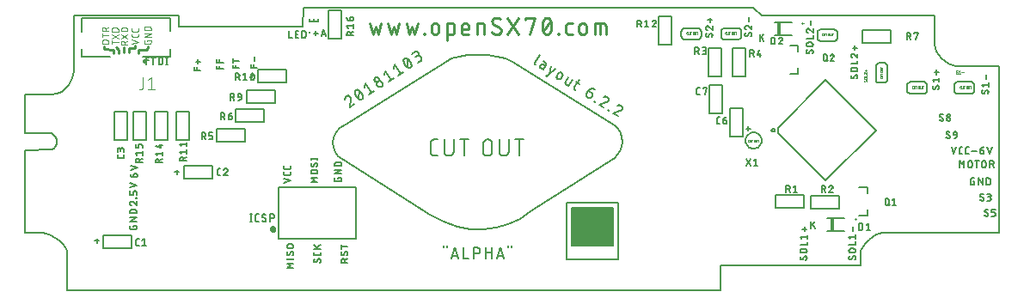
<source format=gto>
G04 EAGLE Gerber RS-274X export*
G75*
%MOMM*%
%FSLAX34Y34*%
%LPD*%
%INSilk top*%
%IPPOS*%
%AMOC8*
5,1,8,0,0,1.08239X$1,22.5*%
G01*
%ADD10C,0.152400*%
%ADD11C,0.127000*%
%ADD12C,0.203200*%
%ADD13C,0.000000*%
%ADD14C,0.279400*%
%ADD15C,0.076200*%
%ADD16C,0.304800*%
%ADD17C,0.254000*%
%ADD18C,0.150000*%
%ADD19R,3.955000X3.685000*%
%ADD20R,0.425000X1.250000*%
%ADD21C,0.050000*%
%ADD22C,0.101600*%
%ADD23C,0.200000*%


D10*
X937546Y229161D02*
X938245Y229175D01*
X979417Y229147D01*
X979417Y64431D01*
X864625Y64431D01*
X862110Y64004D01*
X858911Y62769D01*
X855342Y60789D01*
X851718Y58131D01*
X848352Y54860D01*
X845559Y51042D01*
X843653Y46742D01*
X842947Y42026D01*
X842947Y32137D01*
X705259Y32137D01*
X705259Y8048D01*
X62246Y8048D01*
X62246Y44093D01*
X61661Y47028D01*
X60017Y50299D01*
X57479Y53683D01*
X54211Y56954D01*
X50380Y59889D01*
X46151Y62263D01*
X41688Y63852D01*
X37157Y64431D01*
X20582Y64431D01*
X20582Y146244D01*
X46461Y146444D01*
X48726Y147667D01*
X50340Y149584D01*
X51304Y151962D01*
X51620Y154567D01*
X51292Y157166D01*
X50321Y159525D01*
X48710Y161410D01*
X46461Y162589D01*
X20582Y162627D01*
D11*
X20582Y200900D01*
D10*
X46461Y200900D01*
X51954Y201629D01*
X56614Y203653D01*
X60472Y206724D01*
X63559Y210596D01*
X65906Y215020D01*
X67544Y219752D01*
X68505Y224543D01*
X68818Y229147D01*
X68818Y278772D01*
D12*
X171616Y278772D01*
D10*
X171616Y267473D01*
X294142Y267557D01*
X294805Y286363D01*
X737652Y286663D01*
X745760Y278772D01*
X916056Y278772D01*
X916116Y250125D01*
X916704Y247043D01*
X918137Y243643D01*
X920291Y240151D01*
X923042Y236790D01*
X926267Y233785D01*
X929842Y231363D01*
X933643Y229746D01*
X937546Y229161D01*
X739426Y163325D02*
X737814Y163488D01*
X739426Y163325D02*
X740928Y162859D01*
X742287Y162122D01*
X743471Y161145D01*
X744448Y159961D01*
X745185Y158602D01*
X745651Y157100D01*
X745814Y155488D01*
X745651Y153876D01*
X745185Y152374D01*
X744448Y151015D01*
X743471Y149831D01*
X742287Y148854D01*
X740928Y148117D01*
X739426Y147651D01*
X737814Y147488D01*
X736202Y147651D01*
X734700Y148117D01*
X733341Y148854D01*
X732157Y149831D01*
X731180Y151015D01*
X730443Y152374D01*
X729977Y153876D01*
X729814Y155488D01*
X729977Y157100D01*
X730443Y158602D01*
X731180Y159961D01*
X732157Y161145D01*
X733341Y162122D01*
X734700Y162859D01*
X736202Y163325D01*
X737814Y163488D01*
X858183Y215721D02*
X858183Y228616D01*
X858251Y229284D01*
X858445Y229906D01*
X858752Y230471D01*
X859159Y230963D01*
X859651Y231370D01*
X860216Y231677D01*
X860838Y231871D01*
X861506Y231939D01*
X866291Y231939D01*
X866959Y231871D01*
X867582Y231677D01*
X868146Y231370D01*
X868639Y230963D01*
X869046Y230471D01*
X869353Y229906D01*
X869547Y229284D01*
X869615Y228616D01*
X869615Y215721D01*
X869547Y215054D01*
X869353Y214431D01*
X869046Y213867D01*
X868639Y213375D01*
X868146Y212968D01*
X867582Y212661D01*
X866959Y212467D01*
X866291Y212399D01*
X861506Y212399D01*
X860838Y212467D01*
X860216Y212661D01*
X859651Y212968D01*
X859159Y213375D01*
X858752Y213867D01*
X858445Y214431D01*
X858251Y215054D01*
X858183Y215721D01*
X892465Y213299D02*
X905359Y213299D01*
X906027Y213231D01*
X906649Y213037D01*
X907214Y212729D01*
X907706Y212323D01*
X908113Y211830D01*
X908420Y211266D01*
X908614Y210643D01*
X908682Y209976D01*
X908682Y205190D01*
X908614Y204522D01*
X908420Y203899D01*
X908113Y203335D01*
X907706Y202842D01*
X907214Y202435D01*
X906649Y202128D01*
X906027Y201934D01*
X905359Y201866D01*
X892465Y201866D01*
X891797Y201934D01*
X891175Y202128D01*
X890610Y202435D01*
X890118Y202842D01*
X889711Y203335D01*
X889404Y203899D01*
X889210Y204522D01*
X889142Y205190D01*
X889142Y209976D01*
X889210Y210643D01*
X889404Y211266D01*
X889711Y211830D01*
X890118Y212323D01*
X890610Y212729D01*
X891175Y213037D01*
X891797Y213231D01*
X892465Y213299D01*
X939007Y213299D02*
X951902Y213299D01*
X952569Y213231D01*
X953192Y213037D01*
X953756Y212729D01*
X954248Y212323D01*
X954655Y211830D01*
X954962Y211266D01*
X955156Y210643D01*
X955224Y209976D01*
X955224Y205190D01*
X955156Y204522D01*
X954962Y203899D01*
X954655Y203335D01*
X954248Y202842D01*
X953756Y202435D01*
X953192Y202128D01*
X952569Y201934D01*
X951902Y201866D01*
X939007Y201866D01*
X938339Y201934D01*
X937717Y202128D01*
X937152Y202435D01*
X936660Y202842D01*
X936253Y203335D01*
X935946Y203899D01*
X935752Y204522D01*
X935684Y205190D01*
X935684Y209976D01*
X935752Y210643D01*
X935946Y211266D01*
X936253Y211830D01*
X936660Y212323D01*
X937152Y212729D01*
X937717Y213037D01*
X938339Y213231D01*
X939007Y213299D01*
X817045Y265110D02*
X804150Y265110D01*
X817045Y265110D02*
X817713Y265042D01*
X818335Y264848D01*
X818900Y264541D01*
X819392Y264134D01*
X819799Y263642D01*
X820106Y263077D01*
X820300Y262455D01*
X820368Y261787D01*
X820368Y257001D01*
X820300Y256333D01*
X820106Y255711D01*
X819799Y255146D01*
X819392Y254654D01*
X818900Y254247D01*
X818335Y253940D01*
X817713Y253746D01*
X817045Y253678D01*
X804150Y253678D01*
X803483Y253746D01*
X802860Y253940D01*
X802296Y254247D01*
X801804Y254654D01*
X801397Y255146D01*
X801090Y255711D01*
X800896Y256333D01*
X800828Y257001D01*
X800828Y261787D01*
X800896Y262455D01*
X801090Y263077D01*
X801397Y263642D01*
X801804Y264134D01*
X802296Y264541D01*
X802860Y264848D01*
X803483Y265042D01*
X804150Y265110D01*
X722181Y266419D02*
X709286Y266419D01*
X722181Y266419D02*
X722849Y266351D01*
X723471Y266157D01*
X724036Y265850D01*
X724528Y265443D01*
X724935Y264951D01*
X725242Y264386D01*
X725436Y263764D01*
X725504Y263096D01*
X725504Y258310D01*
X725436Y257642D01*
X725242Y257019D01*
X724935Y256455D01*
X724528Y255962D01*
X724036Y255555D01*
X723471Y255248D01*
X722849Y255054D01*
X722181Y254986D01*
X709286Y254986D01*
X708619Y255054D01*
X707996Y255248D01*
X707432Y255555D01*
X706940Y255962D01*
X706533Y256455D01*
X706226Y257019D01*
X706032Y257642D01*
X705964Y258310D01*
X705964Y263096D01*
X706032Y263764D01*
X706226Y264386D01*
X706533Y264951D01*
X706940Y265443D01*
X707432Y265850D01*
X707996Y266157D01*
X708619Y266351D01*
X709286Y266419D01*
X682994Y266419D02*
X670100Y266419D01*
X682994Y266419D02*
X683662Y266351D01*
X684284Y266157D01*
X684849Y265850D01*
X685341Y265443D01*
X685748Y264951D01*
X686055Y264386D01*
X686249Y263764D01*
X686317Y263096D01*
X686317Y258310D01*
X686249Y257642D01*
X686055Y257019D01*
X685748Y256455D01*
X685341Y255962D01*
X684849Y255555D01*
X684284Y255248D01*
X683662Y255054D01*
X682994Y254986D01*
X670100Y254986D01*
X669432Y255054D01*
X668810Y255248D01*
X668245Y255555D01*
X667753Y255962D01*
X667346Y256455D01*
X667039Y257019D01*
X666845Y257642D01*
X666777Y258310D01*
X666777Y263096D01*
X666845Y263764D01*
X667039Y264386D01*
X667346Y264951D01*
X667753Y265443D01*
X668245Y265850D01*
X668810Y266157D01*
X669432Y266351D01*
X670100Y266419D01*
X435544Y233391D02*
X335808Y171521D01*
X435544Y233391D02*
X440692Y236252D01*
X447999Y238356D01*
X456803Y239672D01*
X466443Y240170D01*
X476258Y239821D01*
X485585Y238595D01*
X493764Y236462D01*
X500134Y233391D01*
X601057Y170338D01*
X604673Y167047D01*
X607025Y163106D01*
X608233Y158739D01*
X608412Y154167D01*
X607682Y149615D01*
X606161Y145305D01*
X603965Y141461D01*
X601213Y138305D01*
X518393Y85697D01*
X507700Y78565D01*
X496313Y73177D01*
X484336Y69624D01*
X471875Y67994D01*
X459033Y68377D01*
X445916Y70863D01*
X432628Y75541D01*
X419273Y82501D01*
X332812Y137350D01*
X328912Y140354D01*
X326047Y144216D01*
X324309Y148687D01*
X323793Y153521D01*
X324592Y158468D01*
X326798Y163283D01*
X330506Y167716D01*
X335808Y171521D01*
X736253Y163334D02*
X737814Y163488D01*
X736253Y163334D02*
X734753Y162879D01*
X733369Y162140D01*
X732157Y161145D01*
X731162Y159933D01*
X730423Y158550D01*
X729968Y157049D01*
X729814Y155488D01*
X729968Y153927D01*
X730423Y152427D01*
X731162Y151043D01*
X732157Y149831D01*
X733369Y148836D01*
X734753Y148097D01*
X736253Y147642D01*
X737814Y147488D01*
X739375Y147642D01*
X740876Y148097D01*
X742259Y148836D01*
X743471Y149831D01*
X744466Y151043D01*
X745205Y152427D01*
X745660Y153927D01*
X745814Y155488D01*
X745660Y157049D01*
X745205Y158550D01*
X744466Y159933D01*
X743471Y161145D01*
X742259Y162140D01*
X740876Y162879D01*
X739375Y163334D01*
X737814Y163488D01*
X427087Y140462D02*
X423474Y140462D01*
X423356Y140464D01*
X423238Y140470D01*
X423120Y140479D01*
X423003Y140493D01*
X422886Y140510D01*
X422769Y140531D01*
X422654Y140556D01*
X422539Y140585D01*
X422425Y140618D01*
X422313Y140654D01*
X422202Y140694D01*
X422092Y140737D01*
X421983Y140784D01*
X421876Y140834D01*
X421771Y140889D01*
X421668Y140946D01*
X421567Y141007D01*
X421467Y141071D01*
X421370Y141138D01*
X421275Y141208D01*
X421183Y141282D01*
X421092Y141358D01*
X421005Y141438D01*
X420920Y141520D01*
X420838Y141605D01*
X420758Y141692D01*
X420682Y141783D01*
X420608Y141875D01*
X420538Y141970D01*
X420471Y142067D01*
X420407Y142167D01*
X420346Y142268D01*
X420289Y142371D01*
X420234Y142476D01*
X420184Y142583D01*
X420137Y142692D01*
X420094Y142802D01*
X420054Y142913D01*
X420018Y143025D01*
X419985Y143139D01*
X419956Y143254D01*
X419931Y143369D01*
X419910Y143486D01*
X419893Y143603D01*
X419879Y143720D01*
X419870Y143838D01*
X419864Y143956D01*
X419862Y144074D01*
X419862Y153106D01*
X419864Y153224D01*
X419870Y153342D01*
X419879Y153460D01*
X419893Y153577D01*
X419910Y153694D01*
X419931Y153811D01*
X419956Y153926D01*
X419985Y154041D01*
X420018Y154155D01*
X420054Y154267D01*
X420094Y154378D01*
X420137Y154488D01*
X420184Y154597D01*
X420234Y154704D01*
X420288Y154809D01*
X420346Y154912D01*
X420407Y155013D01*
X420471Y155113D01*
X420538Y155210D01*
X420608Y155305D01*
X420682Y155397D01*
X420758Y155488D01*
X420838Y155575D01*
X420920Y155660D01*
X421005Y155742D01*
X421092Y155822D01*
X421183Y155898D01*
X421275Y155972D01*
X421370Y156042D01*
X421467Y156109D01*
X421567Y156173D01*
X421668Y156234D01*
X421771Y156291D01*
X421876Y156345D01*
X421983Y156396D01*
X422092Y156443D01*
X422202Y156486D01*
X422313Y156526D01*
X422425Y156562D01*
X422539Y156595D01*
X422654Y156624D01*
X422769Y156649D01*
X422886Y156670D01*
X423003Y156687D01*
X423120Y156701D01*
X423238Y156710D01*
X423356Y156716D01*
X423474Y156718D01*
X427087Y156718D01*
X433449Y156718D02*
X433449Y144978D01*
X433448Y144978D02*
X433450Y144845D01*
X433456Y144713D01*
X433466Y144581D01*
X433479Y144449D01*
X433497Y144317D01*
X433518Y144187D01*
X433543Y144056D01*
X433572Y143927D01*
X433605Y143799D01*
X433641Y143671D01*
X433681Y143545D01*
X433725Y143420D01*
X433773Y143296D01*
X433824Y143174D01*
X433879Y143053D01*
X433937Y142934D01*
X433999Y142816D01*
X434064Y142701D01*
X434133Y142587D01*
X434204Y142476D01*
X434280Y142367D01*
X434358Y142260D01*
X434439Y142155D01*
X434524Y142053D01*
X434611Y141953D01*
X434701Y141856D01*
X434794Y141761D01*
X434890Y141670D01*
X434988Y141581D01*
X435089Y141495D01*
X435193Y141412D01*
X435299Y141332D01*
X435407Y141256D01*
X435517Y141182D01*
X435630Y141112D01*
X435744Y141045D01*
X435861Y140982D01*
X435979Y140922D01*
X436099Y140865D01*
X436221Y140812D01*
X436344Y140763D01*
X436468Y140717D01*
X436594Y140675D01*
X436721Y140637D01*
X436849Y140602D01*
X436978Y140571D01*
X437107Y140544D01*
X437238Y140521D01*
X437369Y140501D01*
X437501Y140486D01*
X437633Y140474D01*
X437765Y140466D01*
X437898Y140462D01*
X438030Y140462D01*
X438163Y140466D01*
X438295Y140474D01*
X438427Y140486D01*
X438559Y140501D01*
X438690Y140521D01*
X438821Y140544D01*
X438950Y140571D01*
X439079Y140602D01*
X439207Y140637D01*
X439334Y140675D01*
X439460Y140717D01*
X439584Y140763D01*
X439707Y140812D01*
X439829Y140865D01*
X439949Y140922D01*
X440067Y140982D01*
X440184Y141045D01*
X440298Y141112D01*
X440411Y141182D01*
X440521Y141256D01*
X440629Y141332D01*
X440735Y141412D01*
X440839Y141495D01*
X440940Y141581D01*
X441038Y141670D01*
X441134Y141761D01*
X441227Y141856D01*
X441317Y141953D01*
X441404Y142053D01*
X441489Y142155D01*
X441570Y142260D01*
X441648Y142367D01*
X441724Y142476D01*
X441795Y142587D01*
X441864Y142701D01*
X441929Y142816D01*
X441991Y142934D01*
X442049Y143053D01*
X442104Y143174D01*
X442155Y143296D01*
X442203Y143420D01*
X442247Y143545D01*
X442287Y143671D01*
X442323Y143799D01*
X442356Y143927D01*
X442385Y144056D01*
X442410Y144187D01*
X442431Y144317D01*
X442449Y144449D01*
X442462Y144581D01*
X442472Y144713D01*
X442478Y144845D01*
X442480Y144978D01*
X442480Y156718D01*
X453074Y156718D02*
X453074Y140462D01*
X448559Y156718D02*
X457590Y156718D01*
X471485Y152202D02*
X471485Y144978D01*
X471484Y152202D02*
X471486Y152335D01*
X471492Y152467D01*
X471502Y152599D01*
X471515Y152731D01*
X471533Y152863D01*
X471554Y152993D01*
X471579Y153124D01*
X471608Y153253D01*
X471641Y153381D01*
X471677Y153509D01*
X471717Y153635D01*
X471761Y153760D01*
X471809Y153884D01*
X471860Y154006D01*
X471915Y154127D01*
X471973Y154246D01*
X472035Y154364D01*
X472100Y154479D01*
X472169Y154593D01*
X472240Y154704D01*
X472316Y154813D01*
X472394Y154920D01*
X472475Y155025D01*
X472560Y155127D01*
X472647Y155227D01*
X472737Y155324D01*
X472830Y155419D01*
X472926Y155510D01*
X473024Y155599D01*
X473125Y155685D01*
X473229Y155768D01*
X473335Y155848D01*
X473443Y155924D01*
X473553Y155998D01*
X473666Y156068D01*
X473780Y156135D01*
X473897Y156198D01*
X474015Y156258D01*
X474135Y156315D01*
X474257Y156368D01*
X474380Y156417D01*
X474504Y156463D01*
X474630Y156505D01*
X474757Y156543D01*
X474885Y156578D01*
X475014Y156609D01*
X475143Y156636D01*
X475274Y156659D01*
X475405Y156679D01*
X475537Y156694D01*
X475669Y156706D01*
X475801Y156714D01*
X475934Y156718D01*
X476066Y156718D01*
X476199Y156714D01*
X476331Y156706D01*
X476463Y156694D01*
X476595Y156679D01*
X476726Y156659D01*
X476857Y156636D01*
X476986Y156609D01*
X477115Y156578D01*
X477243Y156543D01*
X477370Y156505D01*
X477496Y156463D01*
X477620Y156417D01*
X477743Y156368D01*
X477865Y156315D01*
X477985Y156258D01*
X478103Y156198D01*
X478220Y156135D01*
X478334Y156068D01*
X478447Y155998D01*
X478557Y155924D01*
X478665Y155848D01*
X478771Y155768D01*
X478875Y155685D01*
X478976Y155599D01*
X479074Y155510D01*
X479170Y155419D01*
X479263Y155324D01*
X479353Y155227D01*
X479440Y155127D01*
X479525Y155025D01*
X479606Y154920D01*
X479684Y154813D01*
X479760Y154704D01*
X479831Y154593D01*
X479900Y154479D01*
X479965Y154364D01*
X480027Y154246D01*
X480085Y154127D01*
X480140Y154006D01*
X480191Y153884D01*
X480239Y153760D01*
X480283Y153635D01*
X480323Y153509D01*
X480359Y153381D01*
X480392Y153253D01*
X480421Y153124D01*
X480446Y152993D01*
X480467Y152863D01*
X480485Y152731D01*
X480498Y152599D01*
X480508Y152467D01*
X480514Y152335D01*
X480516Y152202D01*
X480516Y144978D01*
X480514Y144845D01*
X480508Y144713D01*
X480498Y144581D01*
X480485Y144449D01*
X480467Y144317D01*
X480446Y144187D01*
X480421Y144056D01*
X480392Y143927D01*
X480359Y143799D01*
X480323Y143671D01*
X480283Y143545D01*
X480239Y143420D01*
X480191Y143296D01*
X480140Y143174D01*
X480085Y143053D01*
X480027Y142934D01*
X479965Y142816D01*
X479900Y142701D01*
X479831Y142587D01*
X479760Y142476D01*
X479684Y142367D01*
X479606Y142260D01*
X479525Y142155D01*
X479440Y142053D01*
X479353Y141953D01*
X479263Y141856D01*
X479170Y141761D01*
X479074Y141670D01*
X478976Y141581D01*
X478875Y141495D01*
X478771Y141412D01*
X478665Y141332D01*
X478557Y141256D01*
X478447Y141182D01*
X478334Y141112D01*
X478220Y141045D01*
X478103Y140982D01*
X477985Y140922D01*
X477865Y140865D01*
X477743Y140812D01*
X477620Y140763D01*
X477496Y140717D01*
X477370Y140675D01*
X477243Y140637D01*
X477115Y140602D01*
X476986Y140571D01*
X476857Y140544D01*
X476726Y140521D01*
X476595Y140501D01*
X476463Y140486D01*
X476331Y140474D01*
X476199Y140466D01*
X476066Y140462D01*
X475934Y140462D01*
X475801Y140466D01*
X475669Y140474D01*
X475537Y140486D01*
X475405Y140501D01*
X475274Y140521D01*
X475143Y140544D01*
X475014Y140571D01*
X474885Y140602D01*
X474757Y140637D01*
X474630Y140675D01*
X474504Y140717D01*
X474380Y140763D01*
X474257Y140812D01*
X474135Y140865D01*
X474015Y140922D01*
X473897Y140982D01*
X473780Y141045D01*
X473666Y141112D01*
X473553Y141182D01*
X473443Y141256D01*
X473335Y141332D01*
X473229Y141412D01*
X473125Y141495D01*
X473024Y141581D01*
X472926Y141670D01*
X472830Y141761D01*
X472737Y141856D01*
X472647Y141953D01*
X472560Y142053D01*
X472475Y142155D01*
X472394Y142260D01*
X472316Y142367D01*
X472240Y142476D01*
X472169Y142587D01*
X472100Y142701D01*
X472035Y142816D01*
X471973Y142934D01*
X471915Y143053D01*
X471860Y143174D01*
X471809Y143296D01*
X471761Y143420D01*
X471717Y143545D01*
X471677Y143671D01*
X471641Y143799D01*
X471608Y143927D01*
X471579Y144056D01*
X471554Y144187D01*
X471533Y144317D01*
X471515Y144449D01*
X471502Y144581D01*
X471492Y144713D01*
X471486Y144845D01*
X471484Y144978D01*
X487637Y144978D02*
X487637Y156718D01*
X487636Y144978D02*
X487638Y144845D01*
X487644Y144713D01*
X487654Y144581D01*
X487667Y144449D01*
X487685Y144317D01*
X487706Y144187D01*
X487731Y144056D01*
X487760Y143927D01*
X487793Y143799D01*
X487829Y143671D01*
X487869Y143545D01*
X487913Y143420D01*
X487961Y143296D01*
X488012Y143174D01*
X488067Y143053D01*
X488125Y142934D01*
X488187Y142816D01*
X488252Y142701D01*
X488321Y142587D01*
X488392Y142476D01*
X488468Y142367D01*
X488546Y142260D01*
X488627Y142155D01*
X488712Y142053D01*
X488799Y141953D01*
X488889Y141856D01*
X488982Y141761D01*
X489078Y141670D01*
X489176Y141581D01*
X489277Y141495D01*
X489381Y141412D01*
X489487Y141332D01*
X489595Y141256D01*
X489705Y141182D01*
X489818Y141112D01*
X489932Y141045D01*
X490049Y140982D01*
X490167Y140922D01*
X490287Y140865D01*
X490409Y140812D01*
X490532Y140763D01*
X490656Y140717D01*
X490782Y140675D01*
X490909Y140637D01*
X491037Y140602D01*
X491166Y140571D01*
X491295Y140544D01*
X491426Y140521D01*
X491557Y140501D01*
X491689Y140486D01*
X491821Y140474D01*
X491953Y140466D01*
X492086Y140462D01*
X492218Y140462D01*
X492351Y140466D01*
X492483Y140474D01*
X492615Y140486D01*
X492747Y140501D01*
X492878Y140521D01*
X493009Y140544D01*
X493138Y140571D01*
X493267Y140602D01*
X493395Y140637D01*
X493522Y140675D01*
X493648Y140717D01*
X493772Y140763D01*
X493895Y140812D01*
X494017Y140865D01*
X494137Y140922D01*
X494255Y140982D01*
X494372Y141045D01*
X494486Y141112D01*
X494599Y141182D01*
X494709Y141256D01*
X494817Y141332D01*
X494923Y141412D01*
X495027Y141495D01*
X495128Y141581D01*
X495226Y141670D01*
X495322Y141761D01*
X495415Y141856D01*
X495505Y141953D01*
X495592Y142053D01*
X495677Y142155D01*
X495758Y142260D01*
X495836Y142367D01*
X495912Y142476D01*
X495983Y142587D01*
X496052Y142701D01*
X496117Y142816D01*
X496179Y142934D01*
X496237Y143053D01*
X496292Y143174D01*
X496343Y143296D01*
X496391Y143420D01*
X496435Y143545D01*
X496475Y143671D01*
X496511Y143799D01*
X496544Y143927D01*
X496573Y144056D01*
X496598Y144187D01*
X496619Y144317D01*
X496637Y144449D01*
X496650Y144581D01*
X496660Y144713D01*
X496666Y144845D01*
X496668Y144978D01*
X496668Y156718D01*
X507263Y156718D02*
X507263Y140462D01*
X502747Y156718D02*
X511778Y156718D01*
D13*
X894532Y207010D02*
X894983Y207010D01*
X894532Y207010D02*
X894490Y207012D01*
X894449Y207018D01*
X894408Y207027D01*
X894369Y207041D01*
X894331Y207057D01*
X894294Y207078D01*
X894260Y207101D01*
X894227Y207128D01*
X894198Y207157D01*
X894171Y207190D01*
X894148Y207224D01*
X894127Y207261D01*
X894111Y207299D01*
X894097Y207338D01*
X894088Y207379D01*
X894082Y207420D01*
X894080Y207462D01*
X894080Y208590D01*
X894082Y208632D01*
X894088Y208673D01*
X894097Y208714D01*
X894111Y208753D01*
X894127Y208791D01*
X894148Y208828D01*
X894171Y208862D01*
X894198Y208894D01*
X894227Y208924D01*
X894260Y208951D01*
X894294Y208974D01*
X894331Y208995D01*
X894369Y209011D01*
X894408Y209025D01*
X894449Y209034D01*
X894490Y209040D01*
X894532Y209042D01*
X894983Y209042D01*
X895668Y209042D02*
X895668Y207574D01*
X895670Y207527D01*
X895676Y207481D01*
X895685Y207436D01*
X895699Y207391D01*
X895716Y207347D01*
X895736Y207306D01*
X895760Y207266D01*
X895787Y207228D01*
X895817Y207192D01*
X895850Y207159D01*
X895886Y207129D01*
X895924Y207102D01*
X895964Y207078D01*
X896005Y207058D01*
X896049Y207041D01*
X896094Y207027D01*
X896139Y207018D01*
X896185Y207012D01*
X896232Y207010D01*
X896279Y207012D01*
X896325Y207018D01*
X896370Y207027D01*
X896415Y207041D01*
X896459Y207058D01*
X896500Y207078D01*
X896540Y207102D01*
X896578Y207129D01*
X896614Y207159D01*
X896647Y207192D01*
X896677Y207228D01*
X896704Y207266D01*
X896728Y207306D01*
X896748Y207347D01*
X896765Y207391D01*
X896779Y207436D01*
X896788Y207481D01*
X896794Y207527D01*
X896796Y207574D01*
X896796Y209042D01*
X898000Y209042D02*
X898000Y207010D01*
X898564Y209042D02*
X897435Y209042D01*
X900118Y208478D02*
X900118Y207574D01*
X900118Y208478D02*
X900120Y208525D01*
X900126Y208571D01*
X900135Y208616D01*
X900149Y208661D01*
X900166Y208705D01*
X900186Y208746D01*
X900210Y208786D01*
X900237Y208824D01*
X900267Y208860D01*
X900300Y208893D01*
X900336Y208923D01*
X900374Y208950D01*
X900414Y208974D01*
X900455Y208994D01*
X900499Y209011D01*
X900544Y209025D01*
X900589Y209034D01*
X900635Y209040D01*
X900682Y209042D01*
X900729Y209040D01*
X900775Y209034D01*
X900820Y209025D01*
X900865Y209011D01*
X900909Y208994D01*
X900950Y208974D01*
X900990Y208950D01*
X901028Y208923D01*
X901064Y208893D01*
X901097Y208860D01*
X901127Y208824D01*
X901154Y208786D01*
X901178Y208746D01*
X901198Y208705D01*
X901215Y208661D01*
X901229Y208616D01*
X901238Y208571D01*
X901244Y208525D01*
X901246Y208478D01*
X901246Y207574D01*
X901244Y207527D01*
X901238Y207481D01*
X901229Y207436D01*
X901215Y207391D01*
X901198Y207347D01*
X901178Y207306D01*
X901154Y207266D01*
X901127Y207228D01*
X901097Y207192D01*
X901064Y207159D01*
X901028Y207129D01*
X900990Y207102D01*
X900950Y207078D01*
X900909Y207058D01*
X900865Y207041D01*
X900820Y207027D01*
X900775Y207018D01*
X900729Y207012D01*
X900682Y207010D01*
X900635Y207012D01*
X900589Y207018D01*
X900544Y207027D01*
X900499Y207041D01*
X900455Y207058D01*
X900414Y207078D01*
X900374Y207102D01*
X900336Y207129D01*
X900300Y207159D01*
X900267Y207192D01*
X900237Y207228D01*
X900210Y207266D01*
X900186Y207306D01*
X900166Y207347D01*
X900149Y207391D01*
X900135Y207436D01*
X900126Y207481D01*
X900120Y207527D01*
X900118Y207574D01*
X902007Y207574D02*
X902007Y209042D01*
X902008Y207574D02*
X902010Y207527D01*
X902016Y207481D01*
X902025Y207436D01*
X902039Y207391D01*
X902056Y207347D01*
X902076Y207306D01*
X902100Y207266D01*
X902127Y207228D01*
X902157Y207192D01*
X902190Y207159D01*
X902226Y207129D01*
X902264Y207102D01*
X902304Y207078D01*
X902345Y207058D01*
X902389Y207041D01*
X902434Y207027D01*
X902479Y207018D01*
X902525Y207012D01*
X902572Y207010D01*
X902619Y207012D01*
X902665Y207018D01*
X902710Y207027D01*
X902755Y207041D01*
X902799Y207058D01*
X902840Y207078D01*
X902880Y207102D01*
X902918Y207129D01*
X902954Y207159D01*
X902987Y207192D01*
X903017Y207228D01*
X903044Y207266D01*
X903068Y207306D01*
X903088Y207347D01*
X903105Y207391D01*
X903119Y207436D01*
X903128Y207481D01*
X903134Y207527D01*
X903136Y207574D01*
X903136Y209042D01*
X904340Y209042D02*
X904340Y207010D01*
X904904Y209042D02*
X903775Y209042D01*
X941522Y207010D02*
X941973Y207010D01*
X941522Y207010D02*
X941480Y207012D01*
X941439Y207018D01*
X941398Y207027D01*
X941359Y207041D01*
X941321Y207057D01*
X941284Y207078D01*
X941250Y207101D01*
X941217Y207128D01*
X941188Y207157D01*
X941161Y207190D01*
X941138Y207224D01*
X941117Y207261D01*
X941101Y207299D01*
X941087Y207338D01*
X941078Y207379D01*
X941072Y207420D01*
X941070Y207462D01*
X941070Y208590D01*
X941072Y208632D01*
X941078Y208673D01*
X941087Y208714D01*
X941101Y208753D01*
X941117Y208791D01*
X941138Y208828D01*
X941161Y208862D01*
X941188Y208894D01*
X941217Y208924D01*
X941250Y208951D01*
X941284Y208974D01*
X941321Y208995D01*
X941359Y209011D01*
X941398Y209025D01*
X941439Y209034D01*
X941480Y209040D01*
X941522Y209042D01*
X941973Y209042D01*
X942658Y209042D02*
X942658Y207574D01*
X942660Y207527D01*
X942666Y207481D01*
X942675Y207436D01*
X942689Y207391D01*
X942706Y207347D01*
X942726Y207306D01*
X942750Y207266D01*
X942777Y207228D01*
X942807Y207192D01*
X942840Y207159D01*
X942876Y207129D01*
X942914Y207102D01*
X942954Y207078D01*
X942995Y207058D01*
X943039Y207041D01*
X943084Y207027D01*
X943129Y207018D01*
X943175Y207012D01*
X943222Y207010D01*
X943269Y207012D01*
X943315Y207018D01*
X943360Y207027D01*
X943405Y207041D01*
X943449Y207058D01*
X943490Y207078D01*
X943530Y207102D01*
X943568Y207129D01*
X943604Y207159D01*
X943637Y207192D01*
X943667Y207228D01*
X943694Y207266D01*
X943718Y207306D01*
X943738Y207347D01*
X943755Y207391D01*
X943769Y207436D01*
X943778Y207481D01*
X943784Y207527D01*
X943786Y207574D01*
X943786Y209042D01*
X944990Y209042D02*
X944990Y207010D01*
X945554Y209042D02*
X944425Y209042D01*
X947108Y208478D02*
X947108Y207574D01*
X947108Y208478D02*
X947110Y208525D01*
X947116Y208571D01*
X947125Y208616D01*
X947139Y208661D01*
X947156Y208705D01*
X947176Y208746D01*
X947200Y208786D01*
X947227Y208824D01*
X947257Y208860D01*
X947290Y208893D01*
X947326Y208923D01*
X947364Y208950D01*
X947404Y208974D01*
X947445Y208994D01*
X947489Y209011D01*
X947534Y209025D01*
X947579Y209034D01*
X947625Y209040D01*
X947672Y209042D01*
X947719Y209040D01*
X947765Y209034D01*
X947810Y209025D01*
X947855Y209011D01*
X947899Y208994D01*
X947940Y208974D01*
X947980Y208950D01*
X948018Y208923D01*
X948054Y208893D01*
X948087Y208860D01*
X948117Y208824D01*
X948144Y208786D01*
X948168Y208746D01*
X948188Y208705D01*
X948205Y208661D01*
X948219Y208616D01*
X948228Y208571D01*
X948234Y208525D01*
X948236Y208478D01*
X948236Y207574D01*
X948234Y207527D01*
X948228Y207481D01*
X948219Y207436D01*
X948205Y207391D01*
X948188Y207347D01*
X948168Y207306D01*
X948144Y207266D01*
X948117Y207228D01*
X948087Y207192D01*
X948054Y207159D01*
X948018Y207129D01*
X947980Y207102D01*
X947940Y207078D01*
X947899Y207058D01*
X947855Y207041D01*
X947810Y207027D01*
X947765Y207018D01*
X947719Y207012D01*
X947672Y207010D01*
X947625Y207012D01*
X947579Y207018D01*
X947534Y207027D01*
X947489Y207041D01*
X947445Y207058D01*
X947404Y207078D01*
X947364Y207102D01*
X947326Y207129D01*
X947290Y207159D01*
X947257Y207192D01*
X947227Y207228D01*
X947200Y207266D01*
X947176Y207306D01*
X947156Y207347D01*
X947139Y207391D01*
X947125Y207436D01*
X947116Y207481D01*
X947110Y207527D01*
X947108Y207574D01*
X948997Y207574D02*
X948997Y209042D01*
X948998Y207574D02*
X949000Y207527D01*
X949006Y207481D01*
X949015Y207436D01*
X949029Y207391D01*
X949046Y207347D01*
X949066Y207306D01*
X949090Y207266D01*
X949117Y207228D01*
X949147Y207192D01*
X949180Y207159D01*
X949216Y207129D01*
X949254Y207102D01*
X949294Y207078D01*
X949335Y207058D01*
X949379Y207041D01*
X949424Y207027D01*
X949469Y207018D01*
X949515Y207012D01*
X949562Y207010D01*
X949609Y207012D01*
X949655Y207018D01*
X949700Y207027D01*
X949745Y207041D01*
X949789Y207058D01*
X949830Y207078D01*
X949870Y207102D01*
X949908Y207129D01*
X949944Y207159D01*
X949977Y207192D01*
X950007Y207228D01*
X950034Y207266D01*
X950058Y207306D01*
X950078Y207347D01*
X950095Y207391D01*
X950109Y207436D01*
X950118Y207481D01*
X950124Y207527D01*
X950126Y207574D01*
X950126Y209042D01*
X951330Y209042D02*
X951330Y207010D01*
X951894Y209042D02*
X950765Y209042D01*
X806083Y259080D02*
X805632Y259080D01*
X805590Y259082D01*
X805549Y259088D01*
X805508Y259097D01*
X805469Y259111D01*
X805431Y259127D01*
X805394Y259148D01*
X805360Y259171D01*
X805327Y259198D01*
X805298Y259227D01*
X805271Y259260D01*
X805248Y259294D01*
X805227Y259331D01*
X805211Y259369D01*
X805197Y259408D01*
X805188Y259449D01*
X805182Y259490D01*
X805180Y259532D01*
X805180Y260660D01*
X805182Y260702D01*
X805188Y260743D01*
X805197Y260784D01*
X805211Y260823D01*
X805227Y260861D01*
X805248Y260898D01*
X805271Y260932D01*
X805298Y260964D01*
X805327Y260994D01*
X805360Y261021D01*
X805394Y261044D01*
X805431Y261065D01*
X805469Y261081D01*
X805508Y261095D01*
X805549Y261104D01*
X805590Y261110D01*
X805632Y261112D01*
X806083Y261112D01*
X806768Y261112D02*
X806768Y259644D01*
X806770Y259597D01*
X806776Y259551D01*
X806785Y259506D01*
X806799Y259461D01*
X806816Y259417D01*
X806836Y259376D01*
X806860Y259336D01*
X806887Y259298D01*
X806917Y259262D01*
X806950Y259229D01*
X806986Y259199D01*
X807024Y259172D01*
X807064Y259148D01*
X807105Y259128D01*
X807149Y259111D01*
X807194Y259097D01*
X807239Y259088D01*
X807285Y259082D01*
X807332Y259080D01*
X807379Y259082D01*
X807425Y259088D01*
X807470Y259097D01*
X807515Y259111D01*
X807559Y259128D01*
X807600Y259148D01*
X807640Y259172D01*
X807678Y259199D01*
X807714Y259229D01*
X807747Y259262D01*
X807777Y259298D01*
X807804Y259336D01*
X807828Y259376D01*
X807848Y259417D01*
X807865Y259461D01*
X807879Y259506D01*
X807888Y259551D01*
X807894Y259597D01*
X807896Y259644D01*
X807896Y261112D01*
X809100Y261112D02*
X809100Y259080D01*
X809664Y261112D02*
X808535Y261112D01*
X811218Y260548D02*
X811218Y259644D01*
X811218Y260548D02*
X811220Y260595D01*
X811226Y260641D01*
X811235Y260686D01*
X811249Y260731D01*
X811266Y260775D01*
X811286Y260816D01*
X811310Y260856D01*
X811337Y260894D01*
X811367Y260930D01*
X811400Y260963D01*
X811436Y260993D01*
X811474Y261020D01*
X811514Y261044D01*
X811555Y261064D01*
X811599Y261081D01*
X811644Y261095D01*
X811689Y261104D01*
X811735Y261110D01*
X811782Y261112D01*
X811829Y261110D01*
X811875Y261104D01*
X811920Y261095D01*
X811965Y261081D01*
X812009Y261064D01*
X812050Y261044D01*
X812090Y261020D01*
X812128Y260993D01*
X812164Y260963D01*
X812197Y260930D01*
X812227Y260894D01*
X812254Y260856D01*
X812278Y260816D01*
X812298Y260775D01*
X812315Y260731D01*
X812329Y260686D01*
X812338Y260641D01*
X812344Y260595D01*
X812346Y260548D01*
X812346Y259644D01*
X812344Y259597D01*
X812338Y259551D01*
X812329Y259506D01*
X812315Y259461D01*
X812298Y259417D01*
X812278Y259376D01*
X812254Y259336D01*
X812227Y259298D01*
X812197Y259262D01*
X812164Y259229D01*
X812128Y259199D01*
X812090Y259172D01*
X812050Y259148D01*
X812009Y259128D01*
X811965Y259111D01*
X811920Y259097D01*
X811875Y259088D01*
X811829Y259082D01*
X811782Y259080D01*
X811735Y259082D01*
X811689Y259088D01*
X811644Y259097D01*
X811599Y259111D01*
X811555Y259128D01*
X811514Y259148D01*
X811474Y259172D01*
X811436Y259199D01*
X811400Y259229D01*
X811367Y259262D01*
X811337Y259298D01*
X811310Y259336D01*
X811286Y259376D01*
X811266Y259417D01*
X811249Y259461D01*
X811235Y259506D01*
X811226Y259551D01*
X811220Y259597D01*
X811218Y259644D01*
X813107Y259644D02*
X813107Y261112D01*
X813108Y259644D02*
X813110Y259597D01*
X813116Y259551D01*
X813125Y259506D01*
X813139Y259461D01*
X813156Y259417D01*
X813176Y259376D01*
X813200Y259336D01*
X813227Y259298D01*
X813257Y259262D01*
X813290Y259229D01*
X813326Y259199D01*
X813364Y259172D01*
X813404Y259148D01*
X813445Y259128D01*
X813489Y259111D01*
X813534Y259097D01*
X813579Y259088D01*
X813625Y259082D01*
X813672Y259080D01*
X813719Y259082D01*
X813765Y259088D01*
X813810Y259097D01*
X813855Y259111D01*
X813899Y259128D01*
X813940Y259148D01*
X813980Y259172D01*
X814018Y259199D01*
X814054Y259229D01*
X814087Y259262D01*
X814117Y259298D01*
X814144Y259336D01*
X814168Y259376D01*
X814188Y259417D01*
X814205Y259461D01*
X814219Y259506D01*
X814228Y259551D01*
X814234Y259597D01*
X814236Y259644D01*
X814236Y261112D01*
X815440Y261112D02*
X815440Y259080D01*
X816004Y261112D02*
X814875Y261112D01*
X710833Y260350D02*
X710382Y260350D01*
X710340Y260352D01*
X710299Y260358D01*
X710258Y260367D01*
X710219Y260381D01*
X710181Y260397D01*
X710144Y260418D01*
X710110Y260441D01*
X710077Y260468D01*
X710048Y260497D01*
X710021Y260530D01*
X709998Y260564D01*
X709977Y260601D01*
X709961Y260639D01*
X709947Y260678D01*
X709938Y260719D01*
X709932Y260760D01*
X709930Y260802D01*
X709930Y261930D01*
X709932Y261972D01*
X709938Y262013D01*
X709947Y262054D01*
X709961Y262093D01*
X709977Y262131D01*
X709998Y262168D01*
X710021Y262202D01*
X710048Y262234D01*
X710077Y262264D01*
X710110Y262291D01*
X710144Y262314D01*
X710181Y262335D01*
X710219Y262351D01*
X710258Y262365D01*
X710299Y262374D01*
X710340Y262380D01*
X710382Y262382D01*
X710833Y262382D01*
X711518Y262382D02*
X711518Y260914D01*
X711520Y260867D01*
X711526Y260821D01*
X711535Y260776D01*
X711549Y260731D01*
X711566Y260687D01*
X711586Y260646D01*
X711610Y260606D01*
X711637Y260568D01*
X711667Y260532D01*
X711700Y260499D01*
X711736Y260469D01*
X711774Y260442D01*
X711814Y260418D01*
X711855Y260398D01*
X711899Y260381D01*
X711944Y260367D01*
X711989Y260358D01*
X712035Y260352D01*
X712082Y260350D01*
X712129Y260352D01*
X712175Y260358D01*
X712220Y260367D01*
X712265Y260381D01*
X712309Y260398D01*
X712350Y260418D01*
X712390Y260442D01*
X712428Y260469D01*
X712464Y260499D01*
X712497Y260532D01*
X712527Y260568D01*
X712554Y260606D01*
X712578Y260646D01*
X712598Y260687D01*
X712615Y260731D01*
X712629Y260776D01*
X712638Y260821D01*
X712644Y260867D01*
X712646Y260914D01*
X712646Y262382D01*
X713850Y262382D02*
X713850Y260350D01*
X714414Y262382D02*
X713285Y262382D01*
X715968Y261818D02*
X715968Y260914D01*
X715968Y261818D02*
X715970Y261865D01*
X715976Y261911D01*
X715985Y261956D01*
X715999Y262001D01*
X716016Y262045D01*
X716036Y262086D01*
X716060Y262126D01*
X716087Y262164D01*
X716117Y262200D01*
X716150Y262233D01*
X716186Y262263D01*
X716224Y262290D01*
X716264Y262314D01*
X716305Y262334D01*
X716349Y262351D01*
X716394Y262365D01*
X716439Y262374D01*
X716485Y262380D01*
X716532Y262382D01*
X716579Y262380D01*
X716625Y262374D01*
X716670Y262365D01*
X716715Y262351D01*
X716759Y262334D01*
X716800Y262314D01*
X716840Y262290D01*
X716878Y262263D01*
X716914Y262233D01*
X716947Y262200D01*
X716977Y262164D01*
X717004Y262126D01*
X717028Y262086D01*
X717048Y262045D01*
X717065Y262001D01*
X717079Y261956D01*
X717088Y261911D01*
X717094Y261865D01*
X717096Y261818D01*
X717096Y260914D01*
X717094Y260867D01*
X717088Y260821D01*
X717079Y260776D01*
X717065Y260731D01*
X717048Y260687D01*
X717028Y260646D01*
X717004Y260606D01*
X716977Y260568D01*
X716947Y260532D01*
X716914Y260499D01*
X716878Y260469D01*
X716840Y260442D01*
X716800Y260418D01*
X716759Y260398D01*
X716715Y260381D01*
X716670Y260367D01*
X716625Y260358D01*
X716579Y260352D01*
X716532Y260350D01*
X716485Y260352D01*
X716439Y260358D01*
X716394Y260367D01*
X716349Y260381D01*
X716305Y260398D01*
X716264Y260418D01*
X716224Y260442D01*
X716186Y260469D01*
X716150Y260499D01*
X716117Y260532D01*
X716087Y260568D01*
X716060Y260606D01*
X716036Y260646D01*
X716016Y260687D01*
X715999Y260731D01*
X715985Y260776D01*
X715976Y260821D01*
X715970Y260867D01*
X715968Y260914D01*
X717857Y260914D02*
X717857Y262382D01*
X717858Y260914D02*
X717860Y260867D01*
X717866Y260821D01*
X717875Y260776D01*
X717889Y260731D01*
X717906Y260687D01*
X717926Y260646D01*
X717950Y260606D01*
X717977Y260568D01*
X718007Y260532D01*
X718040Y260499D01*
X718076Y260469D01*
X718114Y260442D01*
X718154Y260418D01*
X718195Y260398D01*
X718239Y260381D01*
X718284Y260367D01*
X718329Y260358D01*
X718375Y260352D01*
X718422Y260350D01*
X718469Y260352D01*
X718515Y260358D01*
X718560Y260367D01*
X718605Y260381D01*
X718649Y260398D01*
X718690Y260418D01*
X718730Y260442D01*
X718768Y260469D01*
X718804Y260499D01*
X718837Y260532D01*
X718867Y260568D01*
X718894Y260606D01*
X718918Y260646D01*
X718938Y260687D01*
X718955Y260731D01*
X718969Y260776D01*
X718978Y260821D01*
X718984Y260867D01*
X718986Y260914D01*
X718986Y262382D01*
X720190Y262382D02*
X720190Y260350D01*
X720754Y262382D02*
X719625Y262382D01*
X672733Y260350D02*
X672282Y260350D01*
X672240Y260352D01*
X672199Y260358D01*
X672158Y260367D01*
X672119Y260381D01*
X672081Y260397D01*
X672044Y260418D01*
X672010Y260441D01*
X671977Y260468D01*
X671948Y260497D01*
X671921Y260530D01*
X671898Y260564D01*
X671877Y260601D01*
X671861Y260639D01*
X671847Y260678D01*
X671838Y260719D01*
X671832Y260760D01*
X671830Y260802D01*
X671830Y261930D01*
X671832Y261972D01*
X671838Y262013D01*
X671847Y262054D01*
X671861Y262093D01*
X671877Y262131D01*
X671898Y262168D01*
X671921Y262202D01*
X671948Y262234D01*
X671977Y262264D01*
X672010Y262291D01*
X672044Y262314D01*
X672081Y262335D01*
X672119Y262351D01*
X672158Y262365D01*
X672199Y262374D01*
X672240Y262380D01*
X672282Y262382D01*
X672733Y262382D01*
X673418Y262382D02*
X673418Y260914D01*
X673420Y260867D01*
X673426Y260821D01*
X673435Y260776D01*
X673449Y260731D01*
X673466Y260687D01*
X673486Y260646D01*
X673510Y260606D01*
X673537Y260568D01*
X673567Y260532D01*
X673600Y260499D01*
X673636Y260469D01*
X673674Y260442D01*
X673714Y260418D01*
X673755Y260398D01*
X673799Y260381D01*
X673844Y260367D01*
X673889Y260358D01*
X673935Y260352D01*
X673982Y260350D01*
X674029Y260352D01*
X674075Y260358D01*
X674120Y260367D01*
X674165Y260381D01*
X674209Y260398D01*
X674250Y260418D01*
X674290Y260442D01*
X674328Y260469D01*
X674364Y260499D01*
X674397Y260532D01*
X674427Y260568D01*
X674454Y260606D01*
X674478Y260646D01*
X674498Y260687D01*
X674515Y260731D01*
X674529Y260776D01*
X674538Y260821D01*
X674544Y260867D01*
X674546Y260914D01*
X674546Y262382D01*
X675750Y262382D02*
X675750Y260350D01*
X676314Y262382D02*
X675185Y262382D01*
X677868Y261818D02*
X677868Y260914D01*
X677868Y261818D02*
X677870Y261865D01*
X677876Y261911D01*
X677885Y261956D01*
X677899Y262001D01*
X677916Y262045D01*
X677936Y262086D01*
X677960Y262126D01*
X677987Y262164D01*
X678017Y262200D01*
X678050Y262233D01*
X678086Y262263D01*
X678124Y262290D01*
X678164Y262314D01*
X678205Y262334D01*
X678249Y262351D01*
X678294Y262365D01*
X678339Y262374D01*
X678385Y262380D01*
X678432Y262382D01*
X678479Y262380D01*
X678525Y262374D01*
X678570Y262365D01*
X678615Y262351D01*
X678659Y262334D01*
X678700Y262314D01*
X678740Y262290D01*
X678778Y262263D01*
X678814Y262233D01*
X678847Y262200D01*
X678877Y262164D01*
X678904Y262126D01*
X678928Y262086D01*
X678948Y262045D01*
X678965Y262001D01*
X678979Y261956D01*
X678988Y261911D01*
X678994Y261865D01*
X678996Y261818D01*
X678996Y260914D01*
X678994Y260867D01*
X678988Y260821D01*
X678979Y260776D01*
X678965Y260731D01*
X678948Y260687D01*
X678928Y260646D01*
X678904Y260606D01*
X678877Y260568D01*
X678847Y260532D01*
X678814Y260499D01*
X678778Y260469D01*
X678740Y260442D01*
X678700Y260418D01*
X678659Y260398D01*
X678615Y260381D01*
X678570Y260367D01*
X678525Y260358D01*
X678479Y260352D01*
X678432Y260350D01*
X678385Y260352D01*
X678339Y260358D01*
X678294Y260367D01*
X678249Y260381D01*
X678205Y260398D01*
X678164Y260418D01*
X678124Y260442D01*
X678086Y260469D01*
X678050Y260499D01*
X678017Y260532D01*
X677987Y260568D01*
X677960Y260606D01*
X677936Y260646D01*
X677916Y260687D01*
X677899Y260731D01*
X677885Y260776D01*
X677876Y260821D01*
X677870Y260867D01*
X677868Y260914D01*
X679757Y260914D02*
X679757Y262382D01*
X679758Y260914D02*
X679760Y260867D01*
X679766Y260821D01*
X679775Y260776D01*
X679789Y260731D01*
X679806Y260687D01*
X679826Y260646D01*
X679850Y260606D01*
X679877Y260568D01*
X679907Y260532D01*
X679940Y260499D01*
X679976Y260469D01*
X680014Y260442D01*
X680054Y260418D01*
X680095Y260398D01*
X680139Y260381D01*
X680184Y260367D01*
X680229Y260358D01*
X680275Y260352D01*
X680322Y260350D01*
X680369Y260352D01*
X680415Y260358D01*
X680460Y260367D01*
X680505Y260381D01*
X680549Y260398D01*
X680590Y260418D01*
X680630Y260442D01*
X680668Y260469D01*
X680704Y260499D01*
X680737Y260532D01*
X680767Y260568D01*
X680794Y260606D01*
X680818Y260646D01*
X680838Y260687D01*
X680855Y260731D01*
X680869Y260776D01*
X680878Y260821D01*
X680884Y260867D01*
X680886Y260914D01*
X680886Y262382D01*
X682090Y262382D02*
X682090Y260350D01*
X682654Y262382D02*
X681525Y262382D01*
X864870Y218073D02*
X864870Y217622D01*
X864868Y217580D01*
X864862Y217539D01*
X864853Y217498D01*
X864839Y217459D01*
X864823Y217421D01*
X864802Y217384D01*
X864779Y217350D01*
X864752Y217318D01*
X864723Y217288D01*
X864690Y217261D01*
X864656Y217238D01*
X864619Y217217D01*
X864581Y217201D01*
X864542Y217187D01*
X864501Y217178D01*
X864460Y217172D01*
X864418Y217170D01*
X863290Y217170D01*
X863248Y217172D01*
X863207Y217178D01*
X863166Y217187D01*
X863127Y217201D01*
X863089Y217217D01*
X863052Y217238D01*
X863018Y217261D01*
X862986Y217288D01*
X862956Y217317D01*
X862929Y217350D01*
X862906Y217384D01*
X862885Y217421D01*
X862869Y217459D01*
X862855Y217498D01*
X862846Y217539D01*
X862840Y217580D01*
X862838Y217622D01*
X862838Y218073D01*
X862838Y218758D02*
X864306Y218758D01*
X864353Y218760D01*
X864399Y218766D01*
X864444Y218775D01*
X864489Y218789D01*
X864533Y218806D01*
X864574Y218826D01*
X864614Y218850D01*
X864652Y218877D01*
X864688Y218907D01*
X864721Y218940D01*
X864751Y218976D01*
X864778Y219014D01*
X864802Y219054D01*
X864822Y219095D01*
X864839Y219139D01*
X864853Y219184D01*
X864862Y219229D01*
X864868Y219275D01*
X864870Y219322D01*
X864868Y219369D01*
X864862Y219415D01*
X864853Y219460D01*
X864839Y219505D01*
X864822Y219549D01*
X864802Y219590D01*
X864778Y219630D01*
X864751Y219668D01*
X864721Y219704D01*
X864688Y219737D01*
X864652Y219767D01*
X864614Y219794D01*
X864574Y219818D01*
X864533Y219838D01*
X864489Y219855D01*
X864444Y219869D01*
X864399Y219878D01*
X864353Y219884D01*
X864306Y219886D01*
X862838Y219886D01*
X862838Y221090D02*
X864870Y221090D01*
X862838Y221654D02*
X862838Y220525D01*
X863402Y223208D02*
X864306Y223208D01*
X863402Y223208D02*
X863355Y223210D01*
X863309Y223216D01*
X863264Y223225D01*
X863219Y223239D01*
X863175Y223256D01*
X863134Y223276D01*
X863094Y223300D01*
X863056Y223327D01*
X863020Y223357D01*
X862987Y223390D01*
X862957Y223426D01*
X862930Y223464D01*
X862906Y223504D01*
X862886Y223545D01*
X862869Y223589D01*
X862855Y223634D01*
X862846Y223679D01*
X862840Y223725D01*
X862838Y223772D01*
X862840Y223819D01*
X862846Y223865D01*
X862855Y223910D01*
X862869Y223955D01*
X862886Y223999D01*
X862906Y224040D01*
X862930Y224080D01*
X862957Y224118D01*
X862987Y224154D01*
X863020Y224187D01*
X863056Y224217D01*
X863094Y224244D01*
X863134Y224268D01*
X863175Y224288D01*
X863219Y224305D01*
X863264Y224319D01*
X863309Y224328D01*
X863355Y224334D01*
X863402Y224336D01*
X864306Y224336D01*
X864353Y224334D01*
X864399Y224328D01*
X864444Y224319D01*
X864489Y224305D01*
X864533Y224288D01*
X864574Y224268D01*
X864614Y224244D01*
X864652Y224217D01*
X864688Y224187D01*
X864721Y224154D01*
X864751Y224118D01*
X864778Y224080D01*
X864802Y224040D01*
X864822Y223999D01*
X864839Y223955D01*
X864853Y223910D01*
X864862Y223865D01*
X864868Y223819D01*
X864870Y223772D01*
X864868Y223725D01*
X864862Y223679D01*
X864853Y223634D01*
X864839Y223589D01*
X864822Y223545D01*
X864802Y223504D01*
X864778Y223464D01*
X864751Y223426D01*
X864721Y223390D01*
X864688Y223357D01*
X864652Y223327D01*
X864614Y223300D01*
X864574Y223276D01*
X864533Y223256D01*
X864489Y223239D01*
X864444Y223225D01*
X864399Y223216D01*
X864353Y223210D01*
X864306Y223208D01*
X864306Y225097D02*
X862838Y225097D01*
X864306Y225098D02*
X864353Y225100D01*
X864399Y225106D01*
X864444Y225115D01*
X864489Y225129D01*
X864533Y225146D01*
X864574Y225166D01*
X864614Y225190D01*
X864652Y225217D01*
X864688Y225247D01*
X864721Y225280D01*
X864751Y225316D01*
X864778Y225354D01*
X864802Y225394D01*
X864822Y225435D01*
X864839Y225479D01*
X864853Y225524D01*
X864862Y225569D01*
X864868Y225615D01*
X864870Y225662D01*
X864868Y225709D01*
X864862Y225755D01*
X864853Y225800D01*
X864839Y225845D01*
X864822Y225889D01*
X864802Y225930D01*
X864778Y225970D01*
X864751Y226008D01*
X864721Y226044D01*
X864688Y226077D01*
X864652Y226107D01*
X864614Y226134D01*
X864574Y226158D01*
X864533Y226178D01*
X864489Y226195D01*
X864444Y226209D01*
X864399Y226218D01*
X864353Y226224D01*
X864306Y226226D01*
X862838Y226226D01*
X862838Y227430D02*
X864870Y227430D01*
X862838Y227994D02*
X862838Y226865D01*
X733029Y154178D02*
X732578Y154178D01*
X732536Y154180D01*
X732495Y154186D01*
X732454Y154195D01*
X732415Y154209D01*
X732377Y154225D01*
X732340Y154246D01*
X732306Y154269D01*
X732273Y154296D01*
X732244Y154325D01*
X732217Y154358D01*
X732194Y154392D01*
X732173Y154429D01*
X732157Y154467D01*
X732143Y154506D01*
X732134Y154547D01*
X732128Y154588D01*
X732126Y154630D01*
X732126Y155758D01*
X732128Y155800D01*
X732134Y155841D01*
X732143Y155882D01*
X732157Y155921D01*
X732173Y155959D01*
X732194Y155996D01*
X732217Y156030D01*
X732244Y156062D01*
X732273Y156092D01*
X732306Y156119D01*
X732340Y156142D01*
X732377Y156163D01*
X732415Y156179D01*
X732454Y156193D01*
X732495Y156202D01*
X732536Y156208D01*
X732578Y156210D01*
X733029Y156210D01*
X733714Y156210D02*
X733714Y154742D01*
X733716Y154695D01*
X733722Y154649D01*
X733731Y154604D01*
X733745Y154559D01*
X733762Y154515D01*
X733782Y154474D01*
X733806Y154434D01*
X733833Y154396D01*
X733863Y154360D01*
X733896Y154327D01*
X733932Y154297D01*
X733970Y154270D01*
X734010Y154246D01*
X734051Y154226D01*
X734095Y154209D01*
X734140Y154195D01*
X734185Y154186D01*
X734231Y154180D01*
X734278Y154178D01*
X734325Y154180D01*
X734371Y154186D01*
X734416Y154195D01*
X734461Y154209D01*
X734505Y154226D01*
X734546Y154246D01*
X734586Y154270D01*
X734624Y154297D01*
X734660Y154327D01*
X734693Y154360D01*
X734723Y154396D01*
X734750Y154434D01*
X734774Y154474D01*
X734794Y154515D01*
X734811Y154559D01*
X734825Y154604D01*
X734834Y154649D01*
X734840Y154695D01*
X734842Y154742D01*
X734842Y156210D01*
X736046Y156210D02*
X736046Y154178D01*
X736610Y156210D02*
X735481Y156210D01*
X738164Y155646D02*
X738164Y154742D01*
X738164Y155646D02*
X738166Y155693D01*
X738172Y155739D01*
X738181Y155784D01*
X738195Y155829D01*
X738212Y155873D01*
X738232Y155914D01*
X738256Y155954D01*
X738283Y155992D01*
X738313Y156028D01*
X738346Y156061D01*
X738382Y156091D01*
X738420Y156118D01*
X738460Y156142D01*
X738501Y156162D01*
X738545Y156179D01*
X738590Y156193D01*
X738635Y156202D01*
X738681Y156208D01*
X738728Y156210D01*
X738775Y156208D01*
X738821Y156202D01*
X738866Y156193D01*
X738911Y156179D01*
X738955Y156162D01*
X738996Y156142D01*
X739036Y156118D01*
X739074Y156091D01*
X739110Y156061D01*
X739143Y156028D01*
X739173Y155992D01*
X739200Y155954D01*
X739224Y155914D01*
X739244Y155873D01*
X739261Y155829D01*
X739275Y155784D01*
X739284Y155739D01*
X739290Y155693D01*
X739292Y155646D01*
X739292Y154742D01*
X739290Y154695D01*
X739284Y154649D01*
X739275Y154604D01*
X739261Y154559D01*
X739244Y154515D01*
X739224Y154474D01*
X739200Y154434D01*
X739173Y154396D01*
X739143Y154360D01*
X739110Y154327D01*
X739074Y154297D01*
X739036Y154270D01*
X738996Y154246D01*
X738955Y154226D01*
X738911Y154209D01*
X738866Y154195D01*
X738821Y154186D01*
X738775Y154180D01*
X738728Y154178D01*
X738681Y154180D01*
X738635Y154186D01*
X738590Y154195D01*
X738545Y154209D01*
X738501Y154226D01*
X738460Y154246D01*
X738420Y154270D01*
X738382Y154297D01*
X738346Y154327D01*
X738313Y154360D01*
X738283Y154396D01*
X738256Y154434D01*
X738232Y154474D01*
X738212Y154515D01*
X738195Y154559D01*
X738181Y154604D01*
X738172Y154649D01*
X738166Y154695D01*
X738164Y154742D01*
X740053Y154742D02*
X740053Y156210D01*
X740054Y154742D02*
X740056Y154695D01*
X740062Y154649D01*
X740071Y154604D01*
X740085Y154559D01*
X740102Y154515D01*
X740122Y154474D01*
X740146Y154434D01*
X740173Y154396D01*
X740203Y154360D01*
X740236Y154327D01*
X740272Y154297D01*
X740310Y154270D01*
X740350Y154246D01*
X740391Y154226D01*
X740435Y154209D01*
X740480Y154195D01*
X740525Y154186D01*
X740571Y154180D01*
X740618Y154178D01*
X740665Y154180D01*
X740711Y154186D01*
X740756Y154195D01*
X740801Y154209D01*
X740845Y154226D01*
X740886Y154246D01*
X740926Y154270D01*
X740964Y154297D01*
X741000Y154327D01*
X741033Y154360D01*
X741063Y154396D01*
X741090Y154434D01*
X741114Y154474D01*
X741134Y154515D01*
X741151Y154559D01*
X741165Y154604D01*
X741174Y154649D01*
X741180Y154695D01*
X741182Y154742D01*
X741182Y156210D01*
X742386Y156210D02*
X742386Y154178D01*
X742950Y156210D02*
X741821Y156210D01*
D14*
X362924Y260160D02*
X360172Y271166D01*
X365675Y267497D02*
X362924Y260160D01*
X368427Y260160D02*
X365675Y267497D01*
X371179Y271166D02*
X368427Y260160D01*
X380791Y260160D02*
X378039Y271166D01*
X383542Y267497D02*
X380791Y260160D01*
X386294Y260160D02*
X383542Y267497D01*
X389046Y271166D02*
X386294Y260160D01*
X398658Y260160D02*
X395906Y271166D01*
X401410Y267497D02*
X398658Y260160D01*
X404161Y260160D02*
X401410Y267497D01*
X406913Y271166D02*
X404161Y260160D01*
X413235Y260160D02*
X413235Y261077D01*
X414152Y261077D01*
X414152Y260160D01*
X413235Y260160D01*
X420633Y263828D02*
X420633Y267497D01*
X420635Y267617D01*
X420641Y267737D01*
X420651Y267857D01*
X420664Y267976D01*
X420682Y268095D01*
X420703Y268213D01*
X420729Y268330D01*
X420758Y268447D01*
X420791Y268562D01*
X420828Y268676D01*
X420868Y268789D01*
X420912Y268901D01*
X420960Y269011D01*
X421011Y269120D01*
X421066Y269227D01*
X421125Y269332D01*
X421186Y269434D01*
X421251Y269535D01*
X421320Y269634D01*
X421391Y269731D01*
X421466Y269825D01*
X421543Y269916D01*
X421624Y270005D01*
X421708Y270091D01*
X421794Y270175D01*
X421883Y270256D01*
X421974Y270333D01*
X422068Y270408D01*
X422165Y270479D01*
X422264Y270548D01*
X422365Y270613D01*
X422468Y270674D01*
X422572Y270733D01*
X422679Y270788D01*
X422788Y270839D01*
X422898Y270887D01*
X423010Y270931D01*
X423123Y270971D01*
X423237Y271008D01*
X423352Y271041D01*
X423469Y271070D01*
X423586Y271096D01*
X423704Y271117D01*
X423823Y271135D01*
X423942Y271148D01*
X424062Y271158D01*
X424182Y271164D01*
X424302Y271166D01*
X424422Y271164D01*
X424542Y271158D01*
X424662Y271148D01*
X424781Y271135D01*
X424900Y271117D01*
X425018Y271096D01*
X425135Y271070D01*
X425252Y271041D01*
X425367Y271008D01*
X425481Y270971D01*
X425594Y270931D01*
X425706Y270887D01*
X425816Y270839D01*
X425925Y270788D01*
X426032Y270733D01*
X426137Y270674D01*
X426239Y270613D01*
X426340Y270548D01*
X426439Y270479D01*
X426536Y270408D01*
X426630Y270333D01*
X426721Y270256D01*
X426810Y270175D01*
X426896Y270091D01*
X426980Y270005D01*
X427061Y269916D01*
X427138Y269825D01*
X427213Y269731D01*
X427284Y269634D01*
X427353Y269535D01*
X427418Y269434D01*
X427479Y269332D01*
X427538Y269227D01*
X427593Y269120D01*
X427644Y269011D01*
X427692Y268901D01*
X427736Y268789D01*
X427776Y268676D01*
X427813Y268562D01*
X427846Y268447D01*
X427875Y268330D01*
X427901Y268213D01*
X427922Y268095D01*
X427940Y267976D01*
X427953Y267857D01*
X427963Y267737D01*
X427969Y267617D01*
X427971Y267497D01*
X427971Y263828D01*
X427969Y263708D01*
X427963Y263588D01*
X427953Y263468D01*
X427940Y263349D01*
X427922Y263230D01*
X427901Y263112D01*
X427875Y262995D01*
X427846Y262878D01*
X427813Y262763D01*
X427776Y262649D01*
X427736Y262536D01*
X427692Y262424D01*
X427644Y262314D01*
X427593Y262205D01*
X427538Y262098D01*
X427479Y261994D01*
X427418Y261891D01*
X427353Y261790D01*
X427284Y261691D01*
X427213Y261594D01*
X427138Y261500D01*
X427061Y261409D01*
X426980Y261320D01*
X426896Y261234D01*
X426810Y261150D01*
X426721Y261069D01*
X426630Y260992D01*
X426536Y260917D01*
X426439Y260846D01*
X426340Y260777D01*
X426239Y260712D01*
X426137Y260651D01*
X426032Y260592D01*
X425925Y260537D01*
X425816Y260486D01*
X425706Y260438D01*
X425594Y260394D01*
X425481Y260354D01*
X425367Y260317D01*
X425252Y260284D01*
X425135Y260255D01*
X425018Y260229D01*
X424900Y260208D01*
X424781Y260190D01*
X424662Y260177D01*
X424542Y260167D01*
X424422Y260161D01*
X424302Y260159D01*
X424182Y260161D01*
X424062Y260167D01*
X423942Y260177D01*
X423823Y260190D01*
X423704Y260208D01*
X423586Y260229D01*
X423469Y260255D01*
X423352Y260284D01*
X423237Y260317D01*
X423123Y260354D01*
X423010Y260394D01*
X422898Y260438D01*
X422788Y260486D01*
X422679Y260537D01*
X422572Y260592D01*
X422468Y260651D01*
X422365Y260712D01*
X422264Y260777D01*
X422165Y260846D01*
X422068Y260917D01*
X421974Y260992D01*
X421883Y261069D01*
X421794Y261150D01*
X421708Y261234D01*
X421624Y261320D01*
X421543Y261409D01*
X421466Y261500D01*
X421391Y261594D01*
X421320Y261691D01*
X421251Y261790D01*
X421186Y261891D01*
X421125Y261994D01*
X421066Y262098D01*
X421011Y262205D01*
X420960Y262314D01*
X420912Y262424D01*
X420868Y262536D01*
X420828Y262649D01*
X420791Y262763D01*
X420758Y262878D01*
X420729Y262995D01*
X420703Y263112D01*
X420682Y263230D01*
X420664Y263349D01*
X420651Y263468D01*
X420641Y263588D01*
X420635Y263708D01*
X420633Y263828D01*
X435814Y271166D02*
X435814Y254656D01*
X435814Y271166D02*
X440400Y271166D01*
X440400Y271167D02*
X440503Y271165D01*
X440606Y271159D01*
X440708Y271150D01*
X440810Y271136D01*
X440912Y271119D01*
X441012Y271098D01*
X441112Y271073D01*
X441211Y271045D01*
X441309Y271013D01*
X441405Y270977D01*
X441501Y270937D01*
X441594Y270894D01*
X441686Y270848D01*
X441776Y270798D01*
X441864Y270745D01*
X441950Y270689D01*
X442034Y270629D01*
X442116Y270567D01*
X442195Y270501D01*
X442272Y270432D01*
X442346Y270361D01*
X442417Y270287D01*
X442486Y270210D01*
X442552Y270131D01*
X442614Y270049D01*
X442674Y269965D01*
X442730Y269879D01*
X442783Y269791D01*
X442833Y269701D01*
X442879Y269609D01*
X442922Y269516D01*
X442962Y269420D01*
X442998Y269324D01*
X443030Y269226D01*
X443058Y269127D01*
X443083Y269027D01*
X443104Y268927D01*
X443121Y268825D01*
X443135Y268723D01*
X443144Y268621D01*
X443150Y268518D01*
X443152Y268415D01*
X443152Y262911D01*
X443150Y262808D01*
X443144Y262705D01*
X443135Y262603D01*
X443121Y262501D01*
X443104Y262399D01*
X443083Y262299D01*
X443058Y262199D01*
X443030Y262100D01*
X442998Y262002D01*
X442962Y261906D01*
X442922Y261811D01*
X442879Y261717D01*
X442833Y261625D01*
X442783Y261535D01*
X442730Y261447D01*
X442674Y261361D01*
X442614Y261277D01*
X442552Y261195D01*
X442486Y261116D01*
X442417Y261039D01*
X442346Y260965D01*
X442272Y260894D01*
X442195Y260825D01*
X442116Y260759D01*
X442034Y260697D01*
X441950Y260637D01*
X441864Y260581D01*
X441776Y260528D01*
X441686Y260478D01*
X441594Y260432D01*
X441501Y260389D01*
X441405Y260349D01*
X441309Y260313D01*
X441211Y260281D01*
X441112Y260253D01*
X441012Y260228D01*
X440912Y260207D01*
X440810Y260190D01*
X440708Y260176D01*
X440606Y260167D01*
X440503Y260161D01*
X440400Y260159D01*
X440400Y260160D02*
X435814Y260160D01*
X452977Y260160D02*
X457563Y260160D01*
X452977Y260159D02*
X452874Y260161D01*
X452771Y260167D01*
X452669Y260176D01*
X452567Y260190D01*
X452465Y260207D01*
X452365Y260228D01*
X452265Y260253D01*
X452166Y260281D01*
X452068Y260313D01*
X451972Y260349D01*
X451876Y260389D01*
X451783Y260432D01*
X451691Y260478D01*
X451601Y260528D01*
X451513Y260581D01*
X451427Y260637D01*
X451343Y260697D01*
X451261Y260759D01*
X451182Y260825D01*
X451105Y260894D01*
X451031Y260965D01*
X450960Y261039D01*
X450891Y261116D01*
X450825Y261195D01*
X450763Y261277D01*
X450703Y261361D01*
X450647Y261447D01*
X450594Y261535D01*
X450544Y261625D01*
X450498Y261717D01*
X450455Y261810D01*
X450415Y261906D01*
X450379Y262002D01*
X450347Y262100D01*
X450319Y262199D01*
X450294Y262299D01*
X450273Y262399D01*
X450256Y262501D01*
X450242Y262603D01*
X450233Y262705D01*
X450227Y262808D01*
X450225Y262911D01*
X450226Y262911D02*
X450226Y267497D01*
X450225Y267497D02*
X450227Y267617D01*
X450233Y267737D01*
X450243Y267857D01*
X450256Y267976D01*
X450274Y268095D01*
X450295Y268213D01*
X450321Y268330D01*
X450350Y268447D01*
X450383Y268562D01*
X450420Y268676D01*
X450460Y268789D01*
X450504Y268901D01*
X450552Y269011D01*
X450603Y269120D01*
X450658Y269227D01*
X450717Y269332D01*
X450778Y269434D01*
X450843Y269535D01*
X450912Y269634D01*
X450983Y269731D01*
X451058Y269825D01*
X451135Y269916D01*
X451216Y270005D01*
X451300Y270091D01*
X451386Y270175D01*
X451475Y270256D01*
X451566Y270333D01*
X451660Y270408D01*
X451757Y270479D01*
X451856Y270548D01*
X451957Y270613D01*
X452060Y270674D01*
X452164Y270733D01*
X452271Y270788D01*
X452380Y270839D01*
X452490Y270887D01*
X452602Y270931D01*
X452715Y270971D01*
X452829Y271008D01*
X452944Y271041D01*
X453061Y271070D01*
X453178Y271096D01*
X453296Y271117D01*
X453415Y271135D01*
X453534Y271148D01*
X453654Y271158D01*
X453774Y271164D01*
X453894Y271166D01*
X454014Y271164D01*
X454134Y271158D01*
X454254Y271148D01*
X454373Y271135D01*
X454492Y271117D01*
X454610Y271096D01*
X454727Y271070D01*
X454844Y271041D01*
X454959Y271008D01*
X455073Y270971D01*
X455186Y270931D01*
X455298Y270887D01*
X455408Y270839D01*
X455517Y270788D01*
X455624Y270733D01*
X455729Y270674D01*
X455831Y270613D01*
X455932Y270548D01*
X456031Y270479D01*
X456128Y270408D01*
X456222Y270333D01*
X456313Y270256D01*
X456402Y270175D01*
X456488Y270091D01*
X456572Y270005D01*
X456653Y269916D01*
X456730Y269825D01*
X456805Y269731D01*
X456876Y269634D01*
X456945Y269535D01*
X457010Y269434D01*
X457071Y269332D01*
X457130Y269227D01*
X457185Y269120D01*
X457236Y269011D01*
X457284Y268901D01*
X457328Y268789D01*
X457368Y268676D01*
X457405Y268562D01*
X457438Y268447D01*
X457467Y268330D01*
X457493Y268213D01*
X457514Y268095D01*
X457532Y267976D01*
X457545Y267857D01*
X457555Y267737D01*
X457561Y267617D01*
X457563Y267497D01*
X457563Y265663D01*
X450226Y265663D01*
X465301Y260160D02*
X465301Y271166D01*
X469887Y271166D01*
X469887Y271167D02*
X469990Y271165D01*
X470093Y271159D01*
X470195Y271150D01*
X470297Y271136D01*
X470399Y271119D01*
X470499Y271098D01*
X470599Y271073D01*
X470698Y271045D01*
X470796Y271013D01*
X470892Y270977D01*
X470988Y270937D01*
X471081Y270894D01*
X471173Y270848D01*
X471263Y270798D01*
X471351Y270745D01*
X471437Y270689D01*
X471521Y270629D01*
X471603Y270567D01*
X471682Y270501D01*
X471759Y270432D01*
X471833Y270361D01*
X471904Y270287D01*
X471973Y270210D01*
X472039Y270131D01*
X472101Y270049D01*
X472161Y269965D01*
X472217Y269879D01*
X472270Y269791D01*
X472320Y269701D01*
X472366Y269609D01*
X472409Y269516D01*
X472449Y269420D01*
X472485Y269324D01*
X472517Y269226D01*
X472545Y269127D01*
X472570Y269027D01*
X472591Y268927D01*
X472608Y268825D01*
X472622Y268723D01*
X472631Y268621D01*
X472637Y268518D01*
X472639Y268415D01*
X472639Y260160D01*
X485521Y260159D02*
X485641Y260161D01*
X485761Y260167D01*
X485881Y260177D01*
X486000Y260190D01*
X486119Y260208D01*
X486237Y260229D01*
X486354Y260255D01*
X486471Y260284D01*
X486586Y260317D01*
X486700Y260354D01*
X486813Y260394D01*
X486925Y260438D01*
X487035Y260486D01*
X487144Y260537D01*
X487251Y260592D01*
X487356Y260651D01*
X487458Y260712D01*
X487559Y260777D01*
X487658Y260846D01*
X487755Y260917D01*
X487849Y260992D01*
X487940Y261069D01*
X488029Y261150D01*
X488115Y261234D01*
X488199Y261320D01*
X488280Y261409D01*
X488357Y261500D01*
X488432Y261594D01*
X488503Y261691D01*
X488572Y261790D01*
X488637Y261891D01*
X488698Y261994D01*
X488757Y262098D01*
X488812Y262205D01*
X488863Y262314D01*
X488911Y262424D01*
X488955Y262536D01*
X488995Y262649D01*
X489032Y262763D01*
X489065Y262878D01*
X489094Y262995D01*
X489120Y263112D01*
X489141Y263230D01*
X489159Y263349D01*
X489172Y263468D01*
X489182Y263588D01*
X489188Y263708D01*
X489190Y263828D01*
X485521Y260159D02*
X485336Y260161D01*
X485150Y260168D01*
X484965Y260179D01*
X484780Y260194D01*
X484596Y260214D01*
X484412Y260239D01*
X484229Y260267D01*
X484046Y260301D01*
X483865Y260338D01*
X483684Y260380D01*
X483504Y260426D01*
X483326Y260476D01*
X483149Y260531D01*
X482973Y260590D01*
X482799Y260653D01*
X482626Y260720D01*
X482454Y260791D01*
X482285Y260867D01*
X482117Y260946D01*
X481952Y261030D01*
X481788Y261117D01*
X481627Y261208D01*
X481468Y261303D01*
X481311Y261402D01*
X481156Y261505D01*
X481004Y261611D01*
X480855Y261721D01*
X480708Y261834D01*
X480564Y261951D01*
X480423Y262072D01*
X480285Y262195D01*
X480150Y262322D01*
X480017Y262452D01*
X480476Y273001D02*
X480478Y273121D01*
X480484Y273241D01*
X480494Y273361D01*
X480507Y273480D01*
X480525Y273599D01*
X480546Y273717D01*
X480572Y273834D01*
X480601Y273951D01*
X480634Y274066D01*
X480671Y274180D01*
X480711Y274293D01*
X480755Y274405D01*
X480803Y274515D01*
X480854Y274624D01*
X480909Y274731D01*
X480968Y274836D01*
X481029Y274938D01*
X481094Y275039D01*
X481163Y275138D01*
X481234Y275235D01*
X481309Y275329D01*
X481387Y275420D01*
X481467Y275509D01*
X481551Y275595D01*
X481637Y275679D01*
X481726Y275760D01*
X481817Y275837D01*
X481911Y275912D01*
X482008Y275983D01*
X482107Y276052D01*
X482208Y276117D01*
X482311Y276178D01*
X482415Y276237D01*
X482522Y276292D01*
X482631Y276343D01*
X482741Y276391D01*
X482853Y276435D01*
X482966Y276475D01*
X483080Y276512D01*
X483195Y276545D01*
X483312Y276574D01*
X483429Y276600D01*
X483547Y276621D01*
X483666Y276639D01*
X483785Y276652D01*
X483905Y276662D01*
X484025Y276668D01*
X484145Y276670D01*
X484145Y276669D02*
X484309Y276667D01*
X484473Y276661D01*
X484636Y276651D01*
X484800Y276638D01*
X484963Y276620D01*
X485125Y276599D01*
X485287Y276573D01*
X485449Y276544D01*
X485609Y276511D01*
X485769Y276475D01*
X485928Y276434D01*
X486086Y276390D01*
X486242Y276341D01*
X486398Y276290D01*
X486552Y276234D01*
X486705Y276175D01*
X486857Y276112D01*
X487006Y276046D01*
X487155Y275976D01*
X487301Y275902D01*
X487446Y275825D01*
X487589Y275745D01*
X487730Y275661D01*
X487869Y275574D01*
X488005Y275484D01*
X488140Y275390D01*
X488272Y275293D01*
X482310Y269791D02*
X482207Y269854D01*
X482106Y269920D01*
X482007Y269990D01*
X481911Y270063D01*
X481817Y270139D01*
X481725Y270218D01*
X481636Y270299D01*
X481550Y270384D01*
X481466Y270471D01*
X481386Y270561D01*
X481308Y270654D01*
X481233Y270749D01*
X481162Y270847D01*
X481094Y270947D01*
X481029Y271048D01*
X480967Y271152D01*
X480909Y271258D01*
X480854Y271366D01*
X480803Y271476D01*
X480755Y271587D01*
X480711Y271699D01*
X480670Y271813D01*
X480634Y271928D01*
X480601Y272045D01*
X480572Y272162D01*
X480546Y272280D01*
X480525Y272399D01*
X480507Y272519D01*
X480494Y272639D01*
X480484Y272759D01*
X480478Y272880D01*
X480476Y273001D01*
X487355Y267038D02*
X487458Y266975D01*
X487559Y266909D01*
X487658Y266839D01*
X487754Y266766D01*
X487848Y266690D01*
X487940Y266612D01*
X488029Y266530D01*
X488115Y266445D01*
X488199Y266358D01*
X488279Y266268D01*
X488357Y266175D01*
X488432Y266080D01*
X488503Y265982D01*
X488571Y265883D01*
X488636Y265781D01*
X488698Y265677D01*
X488756Y265571D01*
X488811Y265463D01*
X488862Y265353D01*
X488910Y265242D01*
X488954Y265130D01*
X488995Y265016D01*
X489031Y264901D01*
X489064Y264784D01*
X489093Y264667D01*
X489119Y264549D01*
X489140Y264430D01*
X489158Y264310D01*
X489171Y264190D01*
X489181Y264070D01*
X489187Y263949D01*
X489189Y263828D01*
X487355Y267039D02*
X482310Y269790D01*
X495292Y260160D02*
X506299Y276670D01*
X495292Y276670D02*
X506299Y260160D01*
X512960Y274835D02*
X512960Y276670D01*
X522132Y276670D01*
X517546Y260160D01*
X529710Y268415D02*
X529714Y268740D01*
X529726Y269064D01*
X529745Y269389D01*
X529772Y269712D01*
X529807Y270035D01*
X529849Y270357D01*
X529900Y270678D01*
X529957Y270998D01*
X530023Y271316D01*
X530096Y271632D01*
X530176Y271947D01*
X530265Y272260D01*
X530360Y272570D01*
X530463Y272878D01*
X530573Y273184D01*
X530691Y273487D01*
X530815Y273787D01*
X530947Y274083D01*
X531086Y274377D01*
X531085Y274377D02*
X531124Y274484D01*
X531166Y274589D01*
X531212Y274694D01*
X531261Y274796D01*
X531314Y274897D01*
X531370Y274996D01*
X531429Y275093D01*
X531492Y275188D01*
X531558Y275281D01*
X531626Y275372D01*
X531698Y275460D01*
X531773Y275546D01*
X531850Y275629D01*
X531931Y275710D01*
X532014Y275788D01*
X532099Y275863D01*
X532187Y275935D01*
X532277Y276004D01*
X532370Y276070D01*
X532465Y276133D01*
X532561Y276193D01*
X532660Y276250D01*
X532761Y276303D01*
X532863Y276353D01*
X532967Y276399D01*
X533072Y276442D01*
X533179Y276481D01*
X533287Y276517D01*
X533397Y276549D01*
X533507Y276577D01*
X533618Y276602D01*
X533730Y276622D01*
X533842Y276640D01*
X533955Y276653D01*
X534069Y276662D01*
X534182Y276668D01*
X534296Y276670D01*
X534410Y276668D01*
X534523Y276662D01*
X534637Y276653D01*
X534750Y276640D01*
X534862Y276622D01*
X534974Y276602D01*
X535085Y276577D01*
X535195Y276549D01*
X535305Y276517D01*
X535413Y276481D01*
X535520Y276442D01*
X535625Y276399D01*
X535729Y276353D01*
X535831Y276303D01*
X535932Y276250D01*
X536031Y276193D01*
X536127Y276133D01*
X536222Y276070D01*
X536315Y276004D01*
X536405Y275935D01*
X536493Y275863D01*
X536579Y275788D01*
X536661Y275710D01*
X536742Y275629D01*
X536819Y275546D01*
X536894Y275460D01*
X536966Y275372D01*
X537034Y275281D01*
X537100Y275188D01*
X537163Y275093D01*
X537222Y274996D01*
X537278Y274897D01*
X537331Y274796D01*
X537380Y274694D01*
X537426Y274589D01*
X537468Y274484D01*
X537507Y274377D01*
X537506Y274377D02*
X537645Y274083D01*
X537777Y273786D01*
X537901Y273486D01*
X538019Y273184D01*
X538129Y272878D01*
X538232Y272570D01*
X538328Y272260D01*
X538416Y271947D01*
X538496Y271632D01*
X538569Y271316D01*
X538635Y270998D01*
X538692Y270678D01*
X538743Y270357D01*
X538785Y270035D01*
X538820Y269712D01*
X538847Y269389D01*
X538866Y269064D01*
X538878Y268740D01*
X538882Y268415D01*
X529710Y268415D02*
X529714Y268090D01*
X529726Y267766D01*
X529745Y267441D01*
X529772Y267118D01*
X529807Y266795D01*
X529849Y266473D01*
X529900Y266152D01*
X529957Y265832D01*
X530023Y265514D01*
X530096Y265198D01*
X530176Y264883D01*
X530265Y264570D01*
X530360Y264260D01*
X530463Y263952D01*
X530573Y263646D01*
X530691Y263343D01*
X530815Y263043D01*
X530947Y262747D01*
X531086Y262453D01*
X531085Y262452D02*
X531124Y262345D01*
X531166Y262240D01*
X531212Y262135D01*
X531261Y262033D01*
X531314Y261932D01*
X531370Y261833D01*
X531429Y261736D01*
X531492Y261641D01*
X531558Y261548D01*
X531626Y261457D01*
X531698Y261369D01*
X531773Y261283D01*
X531850Y261200D01*
X531931Y261119D01*
X532014Y261041D01*
X532099Y260966D01*
X532187Y260894D01*
X532277Y260825D01*
X532370Y260758D01*
X532465Y260696D01*
X532561Y260636D01*
X532660Y260579D01*
X532761Y260526D01*
X532863Y260476D01*
X532967Y260430D01*
X533072Y260387D01*
X533179Y260348D01*
X533287Y260312D01*
X533397Y260280D01*
X533507Y260252D01*
X533618Y260227D01*
X533730Y260207D01*
X533842Y260189D01*
X533955Y260176D01*
X534069Y260167D01*
X534182Y260161D01*
X534296Y260159D01*
X537507Y262453D02*
X537646Y262746D01*
X537778Y263043D01*
X537902Y263343D01*
X538020Y263646D01*
X538130Y263952D01*
X538233Y264260D01*
X538328Y264570D01*
X538417Y264883D01*
X538497Y265198D01*
X538570Y265514D01*
X538636Y265832D01*
X538693Y266152D01*
X538744Y266473D01*
X538786Y266795D01*
X538821Y267118D01*
X538848Y267441D01*
X538867Y267766D01*
X538879Y268090D01*
X538883Y268415D01*
X537507Y262452D02*
X537468Y262345D01*
X537426Y262240D01*
X537380Y262135D01*
X537331Y262033D01*
X537278Y261932D01*
X537222Y261833D01*
X537163Y261736D01*
X537100Y261641D01*
X537034Y261548D01*
X536966Y261457D01*
X536894Y261369D01*
X536819Y261283D01*
X536742Y261200D01*
X536661Y261119D01*
X536579Y261041D01*
X536493Y260966D01*
X536405Y260894D01*
X536315Y260825D01*
X536222Y260759D01*
X536127Y260696D01*
X536031Y260636D01*
X535932Y260579D01*
X535831Y260526D01*
X535729Y260476D01*
X535625Y260430D01*
X535520Y260387D01*
X535413Y260348D01*
X535305Y260312D01*
X535195Y260280D01*
X535085Y260252D01*
X534974Y260227D01*
X534862Y260207D01*
X534750Y260189D01*
X534637Y260176D01*
X534523Y260167D01*
X534410Y260161D01*
X534296Y260159D01*
X530628Y263828D02*
X537965Y273001D01*
X545563Y261077D02*
X545563Y260160D01*
X545563Y261077D02*
X546480Y261077D01*
X546480Y260160D01*
X545563Y260160D01*
X555739Y260160D02*
X559408Y260160D01*
X555739Y260159D02*
X555636Y260161D01*
X555533Y260167D01*
X555431Y260176D01*
X555329Y260190D01*
X555227Y260207D01*
X555127Y260228D01*
X555027Y260253D01*
X554928Y260281D01*
X554830Y260313D01*
X554734Y260349D01*
X554638Y260389D01*
X554545Y260432D01*
X554453Y260478D01*
X554363Y260528D01*
X554275Y260581D01*
X554189Y260637D01*
X554105Y260697D01*
X554023Y260759D01*
X553944Y260825D01*
X553867Y260894D01*
X553793Y260965D01*
X553722Y261039D01*
X553653Y261116D01*
X553587Y261195D01*
X553525Y261277D01*
X553465Y261361D01*
X553409Y261447D01*
X553356Y261535D01*
X553306Y261625D01*
X553260Y261717D01*
X553217Y261810D01*
X553177Y261906D01*
X553141Y262002D01*
X553109Y262100D01*
X553081Y262199D01*
X553056Y262299D01*
X553035Y262399D01*
X553018Y262501D01*
X553004Y262603D01*
X552995Y262705D01*
X552989Y262808D01*
X552987Y262911D01*
X552988Y262911D02*
X552988Y268415D01*
X552987Y268415D02*
X552989Y268518D01*
X552995Y268621D01*
X553004Y268723D01*
X553018Y268825D01*
X553035Y268927D01*
X553056Y269027D01*
X553081Y269127D01*
X553109Y269226D01*
X553141Y269324D01*
X553177Y269420D01*
X553217Y269516D01*
X553260Y269609D01*
X553306Y269701D01*
X553356Y269791D01*
X553409Y269879D01*
X553465Y269965D01*
X553525Y270049D01*
X553587Y270131D01*
X553653Y270210D01*
X553722Y270287D01*
X553793Y270361D01*
X553867Y270432D01*
X553944Y270501D01*
X554023Y270567D01*
X554105Y270629D01*
X554189Y270689D01*
X554275Y270745D01*
X554363Y270798D01*
X554453Y270848D01*
X554545Y270894D01*
X554639Y270937D01*
X554734Y270977D01*
X554830Y271013D01*
X554928Y271045D01*
X555027Y271073D01*
X555127Y271098D01*
X555227Y271119D01*
X555329Y271136D01*
X555431Y271150D01*
X555533Y271159D01*
X555636Y271165D01*
X555739Y271167D01*
X555739Y271166D02*
X559408Y271166D01*
X565804Y267497D02*
X565804Y263828D01*
X565803Y267497D02*
X565805Y267617D01*
X565811Y267737D01*
X565821Y267857D01*
X565834Y267976D01*
X565852Y268095D01*
X565873Y268213D01*
X565899Y268330D01*
X565928Y268447D01*
X565961Y268562D01*
X565998Y268676D01*
X566038Y268789D01*
X566082Y268901D01*
X566130Y269011D01*
X566181Y269120D01*
X566236Y269227D01*
X566295Y269332D01*
X566356Y269434D01*
X566421Y269535D01*
X566490Y269634D01*
X566561Y269731D01*
X566636Y269825D01*
X566713Y269916D01*
X566794Y270005D01*
X566878Y270091D01*
X566964Y270175D01*
X567053Y270256D01*
X567144Y270333D01*
X567238Y270408D01*
X567335Y270479D01*
X567434Y270548D01*
X567535Y270613D01*
X567638Y270674D01*
X567742Y270733D01*
X567849Y270788D01*
X567958Y270839D01*
X568068Y270887D01*
X568180Y270931D01*
X568293Y270971D01*
X568407Y271008D01*
X568522Y271041D01*
X568639Y271070D01*
X568756Y271096D01*
X568874Y271117D01*
X568993Y271135D01*
X569112Y271148D01*
X569232Y271158D01*
X569352Y271164D01*
X569472Y271166D01*
X569592Y271164D01*
X569712Y271158D01*
X569832Y271148D01*
X569951Y271135D01*
X570070Y271117D01*
X570188Y271096D01*
X570305Y271070D01*
X570422Y271041D01*
X570537Y271008D01*
X570651Y270971D01*
X570764Y270931D01*
X570876Y270887D01*
X570986Y270839D01*
X571095Y270788D01*
X571202Y270733D01*
X571307Y270674D01*
X571409Y270613D01*
X571510Y270548D01*
X571609Y270479D01*
X571706Y270408D01*
X571800Y270333D01*
X571891Y270256D01*
X571980Y270175D01*
X572066Y270091D01*
X572150Y270005D01*
X572231Y269916D01*
X572308Y269825D01*
X572383Y269731D01*
X572454Y269634D01*
X572523Y269535D01*
X572588Y269434D01*
X572649Y269332D01*
X572708Y269227D01*
X572763Y269120D01*
X572814Y269011D01*
X572862Y268901D01*
X572906Y268789D01*
X572946Y268676D01*
X572983Y268562D01*
X573016Y268447D01*
X573045Y268330D01*
X573071Y268213D01*
X573092Y268095D01*
X573110Y267976D01*
X573123Y267857D01*
X573133Y267737D01*
X573139Y267617D01*
X573141Y267497D01*
X573141Y263828D01*
X573139Y263708D01*
X573133Y263588D01*
X573123Y263468D01*
X573110Y263349D01*
X573092Y263230D01*
X573071Y263112D01*
X573045Y262995D01*
X573016Y262878D01*
X572983Y262763D01*
X572946Y262649D01*
X572906Y262536D01*
X572862Y262424D01*
X572814Y262314D01*
X572763Y262205D01*
X572708Y262098D01*
X572649Y261994D01*
X572588Y261891D01*
X572523Y261790D01*
X572454Y261691D01*
X572383Y261594D01*
X572308Y261500D01*
X572231Y261409D01*
X572150Y261320D01*
X572066Y261234D01*
X571980Y261150D01*
X571891Y261069D01*
X571800Y260992D01*
X571706Y260917D01*
X571609Y260846D01*
X571510Y260777D01*
X571409Y260712D01*
X571307Y260651D01*
X571202Y260592D01*
X571095Y260537D01*
X570986Y260486D01*
X570876Y260438D01*
X570764Y260394D01*
X570651Y260354D01*
X570537Y260317D01*
X570422Y260284D01*
X570305Y260255D01*
X570188Y260229D01*
X570070Y260208D01*
X569951Y260190D01*
X569832Y260177D01*
X569712Y260167D01*
X569592Y260161D01*
X569472Y260159D01*
X569352Y260161D01*
X569232Y260167D01*
X569112Y260177D01*
X568993Y260190D01*
X568874Y260208D01*
X568756Y260229D01*
X568639Y260255D01*
X568522Y260284D01*
X568407Y260317D01*
X568293Y260354D01*
X568180Y260394D01*
X568068Y260438D01*
X567958Y260486D01*
X567849Y260537D01*
X567742Y260592D01*
X567638Y260651D01*
X567535Y260712D01*
X567434Y260777D01*
X567335Y260846D01*
X567238Y260917D01*
X567144Y260992D01*
X567053Y261069D01*
X566964Y261150D01*
X566878Y261234D01*
X566794Y261320D01*
X566713Y261409D01*
X566636Y261500D01*
X566561Y261594D01*
X566490Y261691D01*
X566421Y261790D01*
X566356Y261891D01*
X566295Y261994D01*
X566236Y262098D01*
X566181Y262205D01*
X566130Y262314D01*
X566082Y262424D01*
X566038Y262536D01*
X565998Y262649D01*
X565961Y262763D01*
X565928Y262878D01*
X565899Y262995D01*
X565873Y263112D01*
X565852Y263230D01*
X565834Y263349D01*
X565821Y263468D01*
X565811Y263588D01*
X565805Y263708D01*
X565803Y263828D01*
X581278Y260160D02*
X581278Y271166D01*
X589533Y271166D01*
X589533Y271167D02*
X589636Y271165D01*
X589739Y271159D01*
X589841Y271150D01*
X589943Y271136D01*
X590045Y271119D01*
X590145Y271098D01*
X590245Y271073D01*
X590344Y271045D01*
X590442Y271013D01*
X590538Y270977D01*
X590634Y270937D01*
X590727Y270894D01*
X590819Y270848D01*
X590909Y270798D01*
X590997Y270745D01*
X591083Y270689D01*
X591167Y270629D01*
X591249Y270567D01*
X591328Y270501D01*
X591405Y270432D01*
X591479Y270361D01*
X591550Y270287D01*
X591619Y270210D01*
X591685Y270131D01*
X591747Y270049D01*
X591807Y269965D01*
X591863Y269879D01*
X591916Y269791D01*
X591966Y269701D01*
X592012Y269609D01*
X592055Y269516D01*
X592095Y269420D01*
X592131Y269324D01*
X592163Y269226D01*
X592191Y269127D01*
X592216Y269027D01*
X592237Y268927D01*
X592254Y268825D01*
X592268Y268723D01*
X592277Y268621D01*
X592283Y268518D01*
X592285Y268415D01*
X592285Y260160D01*
X586781Y260160D02*
X586781Y271166D01*
D12*
X340667Y198534D02*
X340609Y198618D01*
X340549Y198701D01*
X340485Y198781D01*
X340419Y198858D01*
X340349Y198933D01*
X340277Y199005D01*
X340202Y199074D01*
X340124Y199141D01*
X340044Y199204D01*
X339962Y199264D01*
X339877Y199321D01*
X339790Y199375D01*
X339701Y199426D01*
X339610Y199473D01*
X339518Y199516D01*
X339424Y199556D01*
X339328Y199592D01*
X339231Y199625D01*
X339133Y199654D01*
X339034Y199679D01*
X338934Y199700D01*
X338834Y199717D01*
X338732Y199731D01*
X338631Y199740D01*
X338529Y199746D01*
X338427Y199748D01*
X338324Y199746D01*
X338222Y199740D01*
X338121Y199730D01*
X338020Y199716D01*
X337919Y199699D01*
X337819Y199677D01*
X337720Y199652D01*
X337622Y199623D01*
X337525Y199590D01*
X337430Y199553D01*
X337336Y199513D01*
X337244Y199470D01*
X337153Y199422D01*
X337064Y199372D01*
X336977Y199318D01*
X336978Y199317D02*
X336882Y199252D01*
X336787Y199184D01*
X336695Y199112D01*
X336606Y199038D01*
X336519Y198960D01*
X336435Y198880D01*
X336353Y198797D01*
X336275Y198711D01*
X336199Y198622D01*
X336127Y198531D01*
X336058Y198437D01*
X335991Y198341D01*
X335929Y198243D01*
X335869Y198143D01*
X335813Y198041D01*
X335761Y197937D01*
X335712Y197832D01*
X335666Y197724D01*
X335625Y197616D01*
X335587Y197506D01*
X335552Y197394D01*
X335522Y197282D01*
X335495Y197169D01*
X335473Y197054D01*
X335454Y196939D01*
X335439Y196824D01*
X335428Y196708D01*
X335421Y196592D01*
X335418Y196475D01*
X335419Y196359D01*
X335424Y196243D01*
X335433Y196126D01*
X335446Y196011D01*
X335462Y195895D01*
X335483Y195781D01*
X335507Y195667D01*
X335536Y195554D01*
X341051Y196310D02*
X341074Y196413D01*
X341092Y196517D01*
X341107Y196621D01*
X341118Y196726D01*
X341125Y196831D01*
X341129Y196937D01*
X341128Y197042D01*
X341124Y197148D01*
X341115Y197253D01*
X341103Y197358D01*
X341087Y197462D01*
X341067Y197565D01*
X341044Y197668D01*
X341016Y197770D01*
X340985Y197871D01*
X340950Y197970D01*
X340912Y198068D01*
X340870Y198165D01*
X340824Y198260D01*
X340775Y198353D01*
X340723Y198445D01*
X340667Y198534D01*
X341051Y196310D02*
X340054Y188596D01*
X345025Y191824D01*
X346735Y199294D02*
X346623Y199471D01*
X346515Y199651D01*
X346412Y199834D01*
X346312Y200019D01*
X346218Y200206D01*
X346127Y200396D01*
X346042Y200587D01*
X345960Y200781D01*
X345884Y200976D01*
X345812Y201173D01*
X345745Y201372D01*
X345683Y201573D01*
X345625Y201774D01*
X345573Y201978D01*
X345525Y202182D01*
X345482Y202387D01*
X345444Y202594D01*
X345411Y202801D01*
X345383Y203009D01*
X345382Y203010D02*
X345362Y203098D01*
X345345Y203187D01*
X345332Y203277D01*
X345323Y203367D01*
X345318Y203458D01*
X345316Y203548D01*
X345318Y203639D01*
X345324Y203729D01*
X345334Y203820D01*
X345347Y203909D01*
X345364Y203998D01*
X345384Y204087D01*
X345409Y204174D01*
X345437Y204260D01*
X345468Y204345D01*
X345503Y204429D01*
X345541Y204511D01*
X345583Y204592D01*
X345628Y204670D01*
X345676Y204747D01*
X345728Y204822D01*
X345782Y204895D01*
X345839Y204965D01*
X345900Y205033D01*
X345962Y205098D01*
X346028Y205160D01*
X346096Y205220D01*
X346167Y205277D01*
X346240Y205331D01*
X346315Y205382D01*
X346392Y205430D01*
X346471Y205475D01*
X346551Y205516D01*
X346634Y205554D01*
X346718Y205588D01*
X346803Y205619D01*
X346889Y205647D01*
X346977Y205670D01*
X347065Y205691D01*
X347154Y205707D01*
X347244Y205720D01*
X347334Y205729D01*
X347425Y205734D01*
X347515Y205736D01*
X347606Y205734D01*
X347697Y205728D01*
X347787Y205718D01*
X347876Y205705D01*
X347965Y205688D01*
X348054Y205667D01*
X348141Y205643D01*
X348227Y205615D01*
X348312Y205584D01*
X348396Y205549D01*
X348478Y205510D01*
X348559Y205468D01*
X348637Y205423D01*
X348714Y205375D01*
X348789Y205324D01*
X348861Y205269D01*
X349040Y205159D01*
X349216Y205044D01*
X349389Y204925D01*
X349559Y204803D01*
X349726Y204676D01*
X349891Y204545D01*
X350052Y204410D01*
X350209Y204272D01*
X350364Y204130D01*
X350515Y203984D01*
X350662Y203835D01*
X350806Y203682D01*
X350946Y203526D01*
X351082Y203366D01*
X351215Y203203D01*
X351344Y203038D01*
X351468Y202869D01*
X351589Y202697D01*
X351705Y202522D01*
X346734Y199294D02*
X346851Y199120D01*
X346971Y198948D01*
X347096Y198779D01*
X347225Y198613D01*
X347357Y198451D01*
X347493Y198291D01*
X347634Y198135D01*
X347777Y197982D01*
X347925Y197833D01*
X348076Y197687D01*
X348230Y197545D01*
X348388Y197406D01*
X348549Y197271D01*
X348713Y197141D01*
X348880Y197014D01*
X349051Y196891D01*
X349224Y196772D01*
X349400Y196658D01*
X349578Y196548D01*
X349579Y196548D02*
X349651Y196493D01*
X349726Y196442D01*
X349803Y196394D01*
X349881Y196349D01*
X349962Y196307D01*
X350044Y196268D01*
X350128Y196233D01*
X350213Y196202D01*
X350299Y196174D01*
X350386Y196150D01*
X350475Y196129D01*
X350564Y196112D01*
X350653Y196099D01*
X350743Y196089D01*
X350834Y196083D01*
X350925Y196081D01*
X351015Y196083D01*
X351106Y196088D01*
X351196Y196097D01*
X351286Y196110D01*
X351375Y196126D01*
X351463Y196147D01*
X351551Y196170D01*
X351637Y196198D01*
X351722Y196229D01*
X351806Y196263D01*
X351889Y196301D01*
X351969Y196342D01*
X352048Y196387D01*
X352125Y196435D01*
X353058Y198807D02*
X353030Y199015D01*
X352997Y199222D01*
X352959Y199429D01*
X352916Y199634D01*
X352869Y199839D01*
X352816Y200042D01*
X352758Y200244D01*
X352696Y200444D01*
X352629Y200643D01*
X352557Y200840D01*
X352481Y201036D01*
X352400Y201229D01*
X352314Y201421D01*
X352224Y201610D01*
X352129Y201797D01*
X352030Y201982D01*
X351926Y202165D01*
X351818Y202345D01*
X351706Y202522D01*
X353058Y198807D02*
X353078Y198719D01*
X353095Y198630D01*
X353108Y198540D01*
X353117Y198450D01*
X353122Y198359D01*
X353124Y198269D01*
X353122Y198178D01*
X353116Y198088D01*
X353106Y197997D01*
X353093Y197908D01*
X353076Y197819D01*
X353056Y197730D01*
X353031Y197643D01*
X353003Y197557D01*
X352972Y197472D01*
X352937Y197388D01*
X352899Y197306D01*
X352857Y197225D01*
X352812Y197147D01*
X352764Y197070D01*
X352712Y196995D01*
X352658Y196922D01*
X352601Y196852D01*
X352540Y196784D01*
X352478Y196719D01*
X352412Y196657D01*
X352344Y196597D01*
X352273Y196540D01*
X352200Y196486D01*
X352125Y196435D01*
X348846Y197132D02*
X349594Y204685D01*
X354707Y208005D02*
X355901Y211607D01*
X361711Y202660D01*
X359226Y201046D02*
X364196Y204274D01*
X367198Y209756D02*
X367141Y209847D01*
X367088Y209940D01*
X367038Y210034D01*
X366992Y210131D01*
X366949Y210229D01*
X366909Y210328D01*
X366873Y210429D01*
X366841Y210531D01*
X366813Y210634D01*
X366788Y210738D01*
X366767Y210843D01*
X366750Y210949D01*
X366737Y211055D01*
X366727Y211162D01*
X366722Y211268D01*
X366720Y211375D01*
X366722Y211482D01*
X366728Y211589D01*
X366738Y211696D01*
X366752Y211802D01*
X366769Y211907D01*
X366790Y212012D01*
X366815Y212116D01*
X366844Y212219D01*
X366877Y212321D01*
X366913Y212422D01*
X366953Y212521D01*
X366996Y212619D01*
X367043Y212715D01*
X367093Y212810D01*
X367147Y212902D01*
X367204Y212993D01*
X367264Y213081D01*
X367327Y213167D01*
X367394Y213251D01*
X367463Y213333D01*
X367536Y213412D01*
X367611Y213488D01*
X367688Y213561D01*
X367769Y213632D01*
X367852Y213699D01*
X367937Y213764D01*
X368025Y213825D01*
X368114Y213884D01*
X368206Y213939D01*
X368300Y213990D01*
X368395Y214039D01*
X368493Y214083D01*
X368591Y214125D01*
X368691Y214162D01*
X368793Y214196D01*
X368895Y214226D01*
X368999Y214253D01*
X369104Y214276D01*
X369209Y214295D01*
X369315Y214310D01*
X369421Y214321D01*
X369528Y214329D01*
X369635Y214333D01*
X369742Y214332D01*
X369849Y214328D01*
X369955Y214320D01*
X370062Y214309D01*
X370168Y214293D01*
X370273Y214274D01*
X370377Y214251D01*
X370481Y214224D01*
X370583Y214193D01*
X370685Y214159D01*
X370785Y214121D01*
X370883Y214079D01*
X370980Y214034D01*
X371076Y213985D01*
X371169Y213933D01*
X371261Y213878D01*
X371350Y213819D01*
X371438Y213758D01*
X371523Y213693D01*
X371605Y213625D01*
X371685Y213554D01*
X371763Y213480D01*
X371838Y213404D01*
X371910Y213325D01*
X371979Y213243D01*
X372045Y213159D01*
X372108Y213072D01*
X372168Y212984D01*
X372225Y212892D01*
X372279Y212798D01*
X372330Y212702D01*
X372376Y212605D01*
X372420Y212506D01*
X372459Y212405D01*
X372495Y212303D01*
X372528Y212199D01*
X372556Y212095D01*
X372580Y211990D01*
X372601Y211883D01*
X372618Y211776D01*
X372631Y211669D01*
X372640Y211561D01*
X372645Y211453D01*
X372646Y211345D01*
X372643Y211237D01*
X372636Y211129D01*
X372625Y211021D01*
X372611Y210914D01*
X372592Y210807D01*
X372570Y210701D01*
X372543Y210596D01*
X372513Y210492D01*
X372479Y210389D01*
X372441Y210288D01*
X372400Y210188D01*
X372355Y210090D01*
X372306Y209993D01*
X372254Y209898D01*
X372199Y209805D01*
X372140Y209714D01*
X372078Y209625D01*
X372013Y209539D01*
X371944Y209455D01*
X371873Y209374D01*
X371798Y209295D01*
X371721Y209219D01*
X371641Y209146D01*
X371559Y209076D01*
X371474Y209009D01*
X371386Y208946D01*
X371297Y208885D01*
X371205Y208828D01*
X371111Y208774D01*
X371015Y208723D01*
X370918Y208677D01*
X370819Y208633D01*
X370718Y208594D01*
X370616Y208558D01*
X370512Y208525D01*
X370408Y208497D01*
X370303Y208473D01*
X370196Y208452D01*
X370089Y208435D01*
X369982Y208422D01*
X369874Y208413D01*
X369766Y208408D01*
X369658Y208407D01*
X369550Y208410D01*
X369442Y208417D01*
X369334Y208428D01*
X369227Y208442D01*
X369120Y208461D01*
X369014Y208483D01*
X368909Y208510D01*
X368805Y208540D01*
X368702Y208574D01*
X368601Y208612D01*
X368501Y208653D01*
X368403Y208698D01*
X368306Y208747D01*
X368211Y208799D01*
X368118Y208854D01*
X368027Y208913D01*
X367938Y208975D01*
X367852Y209040D01*
X367768Y209109D01*
X367687Y209180D01*
X367608Y209255D01*
X367532Y209332D01*
X367459Y209412D01*
X367389Y209494D01*
X367322Y209579D01*
X367259Y209667D01*
X367198Y209756D01*
X364790Y214553D02*
X364739Y214635D01*
X364691Y214719D01*
X364647Y214805D01*
X364606Y214893D01*
X364569Y214982D01*
X364536Y215073D01*
X364506Y215165D01*
X364480Y215258D01*
X364458Y215353D01*
X364440Y215448D01*
X364426Y215543D01*
X364416Y215639D01*
X364409Y215736D01*
X364407Y215833D01*
X364409Y215929D01*
X364414Y216026D01*
X364423Y216122D01*
X364437Y216218D01*
X364454Y216313D01*
X364475Y216408D01*
X364500Y216501D01*
X364529Y216594D01*
X364561Y216685D01*
X364597Y216774D01*
X364637Y216863D01*
X364680Y216949D01*
X364727Y217034D01*
X364777Y217116D01*
X364831Y217197D01*
X364888Y217275D01*
X364948Y217351D01*
X365011Y217424D01*
X365077Y217495D01*
X365145Y217563D01*
X365217Y217628D01*
X365291Y217691D01*
X365367Y217750D01*
X365446Y217806D01*
X365527Y217858D01*
X365611Y217908D01*
X365696Y217954D01*
X365783Y217996D01*
X365871Y218035D01*
X365962Y218070D01*
X366053Y218101D01*
X366146Y218129D01*
X366239Y218153D01*
X366334Y218173D01*
X366429Y218189D01*
X366525Y218201D01*
X366622Y218210D01*
X366718Y218214D01*
X366815Y218215D01*
X366912Y218211D01*
X367008Y218204D01*
X367104Y218192D01*
X367200Y218177D01*
X367295Y218158D01*
X367389Y218135D01*
X367481Y218108D01*
X367573Y218078D01*
X367664Y218043D01*
X367753Y218005D01*
X367840Y217964D01*
X367926Y217919D01*
X368009Y217870D01*
X368091Y217818D01*
X368170Y217763D01*
X368247Y217705D01*
X368322Y217643D01*
X368394Y217579D01*
X368464Y217511D01*
X368530Y217441D01*
X368594Y217368D01*
X368655Y217293D01*
X368712Y217215D01*
X368766Y217135D01*
X368817Y217053D01*
X368865Y216969D01*
X368909Y216883D01*
X368950Y216795D01*
X368987Y216706D01*
X369020Y216615D01*
X369050Y216523D01*
X369076Y216430D01*
X369098Y216335D01*
X369116Y216240D01*
X369130Y216145D01*
X369140Y216049D01*
X369147Y215952D01*
X369149Y215855D01*
X369147Y215759D01*
X369142Y215662D01*
X369133Y215566D01*
X369119Y215470D01*
X369102Y215375D01*
X369081Y215280D01*
X369056Y215187D01*
X369027Y215094D01*
X368995Y215003D01*
X368959Y214914D01*
X368919Y214825D01*
X368876Y214739D01*
X368829Y214654D01*
X368779Y214572D01*
X368725Y214491D01*
X368668Y214413D01*
X368608Y214337D01*
X368545Y214264D01*
X368479Y214193D01*
X368411Y214125D01*
X368339Y214060D01*
X368265Y213997D01*
X368189Y213938D01*
X368110Y213882D01*
X368029Y213830D01*
X367945Y213780D01*
X367860Y213734D01*
X367773Y213692D01*
X367685Y213653D01*
X367594Y213618D01*
X367503Y213587D01*
X367410Y213559D01*
X367317Y213535D01*
X367222Y213515D01*
X367127Y213499D01*
X367031Y213487D01*
X366934Y213478D01*
X366838Y213474D01*
X366741Y213473D01*
X366644Y213477D01*
X366548Y213484D01*
X366452Y213496D01*
X366356Y213511D01*
X366261Y213530D01*
X366167Y213553D01*
X366075Y213580D01*
X365983Y213610D01*
X365892Y213645D01*
X365803Y213683D01*
X365716Y213724D01*
X365630Y213769D01*
X365547Y213818D01*
X365465Y213870D01*
X365386Y213925D01*
X365309Y213983D01*
X365234Y214045D01*
X365162Y214109D01*
X365092Y214177D01*
X365026Y214247D01*
X364962Y214320D01*
X364901Y214395D01*
X364844Y214473D01*
X364790Y214553D01*
X373879Y220455D02*
X375073Y224057D01*
X380883Y215110D01*
X378398Y213496D02*
X383368Y216724D01*
X383465Y226680D02*
X384659Y230283D01*
X390469Y221336D01*
X387984Y219722D02*
X392954Y222950D01*
X394665Y230420D02*
X394553Y230597D01*
X394445Y230777D01*
X394342Y230960D01*
X394242Y231145D01*
X394148Y231332D01*
X394057Y231522D01*
X393972Y231713D01*
X393890Y231907D01*
X393814Y232102D01*
X393742Y232299D01*
X393675Y232498D01*
X393613Y232699D01*
X393555Y232900D01*
X393503Y233104D01*
X393455Y233308D01*
X393412Y233513D01*
X393374Y233720D01*
X393341Y233927D01*
X393313Y234135D01*
X393312Y234136D02*
X393292Y234224D01*
X393275Y234313D01*
X393262Y234403D01*
X393253Y234493D01*
X393248Y234584D01*
X393246Y234674D01*
X393248Y234765D01*
X393254Y234855D01*
X393264Y234946D01*
X393277Y235035D01*
X393294Y235124D01*
X393314Y235213D01*
X393339Y235300D01*
X393367Y235386D01*
X393398Y235471D01*
X393433Y235555D01*
X393471Y235637D01*
X393513Y235718D01*
X393558Y235796D01*
X393606Y235873D01*
X393658Y235948D01*
X393712Y236021D01*
X393769Y236091D01*
X393830Y236159D01*
X393892Y236224D01*
X393958Y236286D01*
X394026Y236346D01*
X394097Y236403D01*
X394170Y236457D01*
X394245Y236508D01*
X394322Y236556D01*
X394401Y236601D01*
X394481Y236642D01*
X394564Y236680D01*
X394648Y236714D01*
X394733Y236745D01*
X394819Y236773D01*
X394907Y236796D01*
X394995Y236817D01*
X395084Y236833D01*
X395174Y236846D01*
X395264Y236855D01*
X395355Y236860D01*
X395445Y236862D01*
X395536Y236860D01*
X395627Y236854D01*
X395717Y236844D01*
X395806Y236831D01*
X395895Y236814D01*
X395984Y236793D01*
X396071Y236769D01*
X396157Y236741D01*
X396242Y236710D01*
X396326Y236675D01*
X396408Y236636D01*
X396489Y236594D01*
X396567Y236549D01*
X396644Y236501D01*
X396719Y236450D01*
X396791Y236395D01*
X396970Y236285D01*
X397146Y236170D01*
X397319Y236051D01*
X397489Y235929D01*
X397656Y235802D01*
X397821Y235671D01*
X397982Y235536D01*
X398139Y235398D01*
X398294Y235256D01*
X398445Y235110D01*
X398592Y234961D01*
X398736Y234808D01*
X398876Y234652D01*
X399012Y234492D01*
X399145Y234329D01*
X399274Y234164D01*
X399398Y233995D01*
X399519Y233823D01*
X399635Y233648D01*
X394664Y230420D02*
X394781Y230246D01*
X394901Y230074D01*
X395026Y229905D01*
X395155Y229739D01*
X395287Y229577D01*
X395423Y229417D01*
X395564Y229261D01*
X395707Y229108D01*
X395855Y228959D01*
X396006Y228813D01*
X396160Y228671D01*
X396318Y228532D01*
X396479Y228397D01*
X396643Y228267D01*
X396810Y228140D01*
X396981Y228017D01*
X397154Y227898D01*
X397330Y227784D01*
X397508Y227674D01*
X397509Y227674D02*
X397581Y227619D01*
X397656Y227568D01*
X397733Y227520D01*
X397811Y227475D01*
X397892Y227433D01*
X397974Y227394D01*
X398058Y227359D01*
X398143Y227328D01*
X398229Y227300D01*
X398316Y227276D01*
X398405Y227255D01*
X398494Y227238D01*
X398583Y227225D01*
X398673Y227215D01*
X398764Y227209D01*
X398855Y227207D01*
X398945Y227209D01*
X399036Y227214D01*
X399126Y227223D01*
X399216Y227236D01*
X399305Y227252D01*
X399393Y227273D01*
X399481Y227296D01*
X399567Y227324D01*
X399652Y227355D01*
X399736Y227389D01*
X399819Y227427D01*
X399899Y227468D01*
X399978Y227513D01*
X400055Y227561D01*
X400987Y229933D02*
X400959Y230141D01*
X400926Y230348D01*
X400888Y230555D01*
X400845Y230760D01*
X400798Y230965D01*
X400745Y231168D01*
X400687Y231370D01*
X400625Y231570D01*
X400558Y231769D01*
X400486Y231966D01*
X400410Y232162D01*
X400329Y232355D01*
X400243Y232547D01*
X400153Y232736D01*
X400058Y232923D01*
X399959Y233108D01*
X399855Y233291D01*
X399747Y233471D01*
X399635Y233648D01*
X400988Y229933D02*
X401008Y229845D01*
X401025Y229756D01*
X401038Y229666D01*
X401047Y229576D01*
X401052Y229485D01*
X401054Y229395D01*
X401052Y229304D01*
X401046Y229214D01*
X401036Y229123D01*
X401023Y229034D01*
X401006Y228945D01*
X400986Y228856D01*
X400961Y228769D01*
X400933Y228683D01*
X400902Y228598D01*
X400867Y228514D01*
X400829Y228432D01*
X400787Y228351D01*
X400742Y228273D01*
X400694Y228196D01*
X400642Y228121D01*
X400588Y228048D01*
X400531Y227978D01*
X400470Y227910D01*
X400408Y227845D01*
X400342Y227783D01*
X400274Y227723D01*
X400203Y227666D01*
X400130Y227612D01*
X400055Y227561D01*
X396776Y228258D02*
X397524Y235811D01*
X407156Y232172D02*
X409641Y233786D01*
X409730Y233847D01*
X409818Y233910D01*
X409903Y233977D01*
X409985Y234047D01*
X410065Y234120D01*
X410142Y234196D01*
X410217Y234275D01*
X410288Y234356D01*
X410357Y234440D01*
X410422Y234526D01*
X410484Y234615D01*
X410543Y234706D01*
X410598Y234799D01*
X410650Y234894D01*
X410699Y234991D01*
X410744Y235089D01*
X410785Y235189D01*
X410823Y235290D01*
X410857Y235393D01*
X410887Y235497D01*
X410914Y235602D01*
X410936Y235708D01*
X410955Y235815D01*
X410969Y235922D01*
X410980Y236030D01*
X410987Y236138D01*
X410990Y236246D01*
X410989Y236354D01*
X410984Y236462D01*
X410975Y236570D01*
X410962Y236677D01*
X410945Y236784D01*
X410925Y236891D01*
X410900Y236996D01*
X410872Y237100D01*
X410839Y237204D01*
X410803Y237306D01*
X410764Y237407D01*
X410720Y237506D01*
X410674Y237603D01*
X410623Y237699D01*
X410569Y237793D01*
X410512Y237885D01*
X410451Y237974D01*
X410388Y238062D01*
X410321Y238147D01*
X410251Y238229D01*
X410178Y238309D01*
X410102Y238386D01*
X410023Y238461D01*
X409942Y238532D01*
X409858Y238601D01*
X409772Y238666D01*
X409683Y238728D01*
X409592Y238787D01*
X409499Y238842D01*
X409404Y238894D01*
X409307Y238943D01*
X409209Y238988D01*
X409109Y239029D01*
X409008Y239067D01*
X408905Y239101D01*
X408801Y239131D01*
X408696Y239158D01*
X408590Y239180D01*
X408483Y239199D01*
X408376Y239213D01*
X408268Y239224D01*
X408160Y239231D01*
X408052Y239234D01*
X407944Y239233D01*
X407836Y239228D01*
X407728Y239219D01*
X407621Y239206D01*
X407514Y239189D01*
X407407Y239169D01*
X407302Y239144D01*
X407198Y239116D01*
X407094Y239083D01*
X406992Y239047D01*
X406891Y239008D01*
X406792Y238964D01*
X406695Y238918D01*
X406599Y238867D01*
X406505Y238813D01*
X406413Y238756D01*
X404328Y243056D02*
X401345Y241119D01*
X404328Y243055D02*
X404410Y243107D01*
X404494Y243154D01*
X404580Y243198D01*
X404668Y243239D01*
X404757Y243276D01*
X404848Y243309D01*
X404940Y243339D01*
X405033Y243365D01*
X405128Y243387D01*
X405223Y243405D01*
X405318Y243419D01*
X405415Y243429D01*
X405511Y243436D01*
X405608Y243438D01*
X405704Y243436D01*
X405801Y243431D01*
X405897Y243422D01*
X405993Y243408D01*
X406088Y243391D01*
X406183Y243370D01*
X406276Y243345D01*
X406369Y243316D01*
X406460Y243284D01*
X406549Y243248D01*
X406638Y243208D01*
X406724Y243165D01*
X406809Y243118D01*
X406891Y243068D01*
X406972Y243014D01*
X407050Y242957D01*
X407126Y242897D01*
X407200Y242834D01*
X407270Y242768D01*
X407338Y242700D01*
X407403Y242628D01*
X407466Y242554D01*
X407525Y242478D01*
X407581Y242399D01*
X407633Y242318D01*
X407683Y242234D01*
X407729Y242149D01*
X407771Y242062D01*
X407810Y241974D01*
X407845Y241883D01*
X407876Y241792D01*
X407904Y241699D01*
X407928Y241606D01*
X407948Y241511D01*
X407964Y241416D01*
X407977Y241320D01*
X407985Y241223D01*
X407989Y241127D01*
X407990Y241030D01*
X407986Y240933D01*
X407979Y240837D01*
X407967Y240741D01*
X407952Y240645D01*
X407933Y240550D01*
X407910Y240456D01*
X407883Y240364D01*
X407853Y240272D01*
X407818Y240181D01*
X407780Y240092D01*
X407739Y240005D01*
X407694Y239919D01*
X407645Y239836D01*
X407593Y239754D01*
X407538Y239675D01*
X407480Y239598D01*
X407418Y239523D01*
X407354Y239451D01*
X407286Y239381D01*
X407216Y239315D01*
X407143Y239251D01*
X407068Y239190D01*
X406990Y239133D01*
X406910Y239079D01*
X404922Y237788D01*
X522407Y232654D02*
X527118Y240193D01*
X522407Y232653D02*
X522365Y232583D01*
X522327Y232510D01*
X522291Y232436D01*
X522260Y232360D01*
X522232Y232283D01*
X522207Y232205D01*
X522186Y232125D01*
X522169Y232045D01*
X522155Y231964D01*
X522145Y231882D01*
X522139Y231800D01*
X522137Y231718D01*
X522139Y231636D01*
X522144Y231554D01*
X522153Y231473D01*
X522166Y231391D01*
X522183Y231311D01*
X522203Y231231D01*
X522227Y231153D01*
X522254Y231076D01*
X522286Y231000D01*
X522320Y230925D01*
X522358Y230852D01*
X522399Y230781D01*
X522444Y230712D01*
X522492Y230645D01*
X522542Y230581D01*
X522596Y230519D01*
X522653Y230459D01*
X522712Y230402D01*
X522773Y230348D01*
X522838Y230297D01*
X522904Y230248D01*
X522973Y230203D01*
X530489Y230399D02*
X532750Y228986D01*
X530488Y230399D02*
X530411Y230444D01*
X530333Y230487D01*
X530252Y230526D01*
X530171Y230561D01*
X530087Y230593D01*
X530003Y230621D01*
X529917Y230646D01*
X529830Y230667D01*
X529742Y230684D01*
X529654Y230697D01*
X529565Y230706D01*
X529476Y230712D01*
X529387Y230714D01*
X529298Y230712D01*
X529209Y230706D01*
X529120Y230696D01*
X529032Y230683D01*
X528944Y230666D01*
X528857Y230645D01*
X528772Y230620D01*
X528687Y230592D01*
X528604Y230560D01*
X528522Y230524D01*
X528442Y230485D01*
X528363Y230443D01*
X528287Y230397D01*
X528212Y230348D01*
X528140Y230295D01*
X528070Y230240D01*
X528002Y230182D01*
X527937Y230121D01*
X527875Y230057D01*
X527815Y229991D01*
X527758Y229922D01*
X527705Y229850D01*
X527654Y229777D01*
X527607Y229701D01*
X527563Y229623D01*
X527522Y229544D01*
X527485Y229463D01*
X527452Y229380D01*
X527421Y229296D01*
X527395Y229211D01*
X527372Y229124D01*
X527353Y229037D01*
X527338Y228949D01*
X527327Y228861D01*
X527319Y228772D01*
X527315Y228683D01*
X527316Y228593D01*
X527319Y228504D01*
X527327Y228415D01*
X527339Y228327D01*
X527354Y228239D01*
X527373Y228152D01*
X527396Y228065D01*
X527423Y227980D01*
X527453Y227896D01*
X527487Y227814D01*
X527524Y227733D01*
X527565Y227653D01*
X527609Y227576D01*
X527656Y227500D01*
X527707Y227427D01*
X527761Y227355D01*
X527818Y227286D01*
X527877Y227220D01*
X527940Y227156D01*
X528005Y227095D01*
X528073Y227037D01*
X528143Y226982D01*
X528215Y226930D01*
X528290Y226881D01*
X530552Y225468D01*
X533378Y229991D01*
X533379Y229991D02*
X533421Y230061D01*
X533459Y230134D01*
X533495Y230208D01*
X533526Y230284D01*
X533554Y230361D01*
X533579Y230439D01*
X533600Y230519D01*
X533617Y230599D01*
X533631Y230680D01*
X533641Y230762D01*
X533647Y230844D01*
X533649Y230926D01*
X533647Y231008D01*
X533642Y231090D01*
X533633Y231171D01*
X533620Y231253D01*
X533603Y231333D01*
X533583Y231413D01*
X533559Y231491D01*
X533532Y231568D01*
X533500Y231644D01*
X533466Y231719D01*
X533428Y231792D01*
X533387Y231863D01*
X533342Y231932D01*
X533294Y231999D01*
X533244Y232063D01*
X533190Y232125D01*
X533133Y232185D01*
X533074Y232242D01*
X533012Y232296D01*
X532948Y232347D01*
X532882Y232396D01*
X532813Y232441D01*
X530802Y233697D01*
X533122Y219668D02*
X534127Y219040D01*
X542796Y226203D01*
X538775Y228715D02*
X537017Y221428D01*
X544341Y219647D02*
X545597Y221657D01*
X545596Y221657D02*
X545649Y221738D01*
X545705Y221817D01*
X545765Y221894D01*
X545827Y221967D01*
X545893Y222039D01*
X545961Y222107D01*
X546032Y222173D01*
X546105Y222236D01*
X546181Y222296D01*
X546260Y222352D01*
X546341Y222405D01*
X546423Y222455D01*
X546508Y222502D01*
X546595Y222545D01*
X546683Y222585D01*
X546773Y222620D01*
X546864Y222653D01*
X546957Y222681D01*
X547050Y222706D01*
X547145Y222726D01*
X547240Y222743D01*
X547336Y222756D01*
X547432Y222766D01*
X547529Y222771D01*
X547625Y222772D01*
X547722Y222769D01*
X547818Y222763D01*
X547915Y222752D01*
X548010Y222737D01*
X548105Y222719D01*
X548199Y222697D01*
X548293Y222671D01*
X548385Y222641D01*
X548475Y222607D01*
X548564Y222570D01*
X548652Y222529D01*
X548738Y222485D01*
X548822Y222437D01*
X548904Y222386D01*
X548984Y222331D01*
X549062Y222273D01*
X549137Y222212D01*
X549209Y222149D01*
X549279Y222082D01*
X549347Y222012D01*
X549411Y221940D01*
X549472Y221865D01*
X549530Y221788D01*
X549585Y221708D01*
X549637Y221626D01*
X549685Y221542D01*
X549730Y221457D01*
X549771Y221369D01*
X549809Y221280D01*
X549843Y221190D01*
X549873Y221098D01*
X549900Y221005D01*
X549923Y220911D01*
X549941Y220816D01*
X549956Y220720D01*
X549967Y220624D01*
X549975Y220528D01*
X549978Y220431D01*
X549977Y220334D01*
X549972Y220238D01*
X549964Y220141D01*
X549951Y220046D01*
X549935Y219950D01*
X549914Y219856D01*
X549890Y219762D01*
X549862Y219669D01*
X549831Y219578D01*
X549795Y219488D01*
X549756Y219399D01*
X549713Y219313D01*
X549667Y219228D01*
X549618Y219145D01*
X548361Y217134D01*
X548362Y217134D02*
X548309Y217053D01*
X548253Y216974D01*
X548193Y216897D01*
X548131Y216824D01*
X548065Y216752D01*
X547997Y216684D01*
X547926Y216618D01*
X547853Y216555D01*
X547777Y216495D01*
X547698Y216439D01*
X547617Y216386D01*
X547535Y216336D01*
X547450Y216289D01*
X547363Y216246D01*
X547275Y216206D01*
X547185Y216171D01*
X547094Y216138D01*
X547001Y216110D01*
X546908Y216085D01*
X546813Y216065D01*
X546718Y216048D01*
X546622Y216035D01*
X546526Y216025D01*
X546429Y216020D01*
X546333Y216019D01*
X546236Y216022D01*
X546140Y216028D01*
X546043Y216039D01*
X545948Y216054D01*
X545853Y216072D01*
X545759Y216094D01*
X545666Y216120D01*
X545573Y216150D01*
X545483Y216184D01*
X545394Y216221D01*
X545306Y216262D01*
X545220Y216306D01*
X545136Y216354D01*
X545054Y216405D01*
X544974Y216460D01*
X544896Y216518D01*
X544821Y216579D01*
X544749Y216642D01*
X544679Y216709D01*
X544611Y216779D01*
X544547Y216851D01*
X544486Y216926D01*
X544428Y217003D01*
X544373Y217083D01*
X544321Y217165D01*
X544273Y217249D01*
X544228Y217334D01*
X544187Y217422D01*
X544149Y217511D01*
X544115Y217601D01*
X544085Y217693D01*
X544058Y217786D01*
X544035Y217880D01*
X544017Y217975D01*
X544002Y218071D01*
X543991Y218167D01*
X543983Y218263D01*
X543980Y218360D01*
X543981Y218457D01*
X543986Y218553D01*
X543994Y218650D01*
X544007Y218746D01*
X544023Y218841D01*
X544044Y218935D01*
X544068Y219029D01*
X544096Y219122D01*
X544127Y219213D01*
X544163Y219303D01*
X544202Y219392D01*
X544245Y219478D01*
X544291Y219563D01*
X544340Y219646D01*
X552750Y213693D02*
X555577Y218216D01*
X552750Y213693D02*
X552708Y213623D01*
X552670Y213550D01*
X552634Y213476D01*
X552603Y213400D01*
X552575Y213323D01*
X552550Y213245D01*
X552529Y213165D01*
X552512Y213085D01*
X552498Y213004D01*
X552488Y212922D01*
X552482Y212840D01*
X552480Y212758D01*
X552482Y212676D01*
X552487Y212594D01*
X552496Y212513D01*
X552509Y212431D01*
X552526Y212351D01*
X552546Y212271D01*
X552570Y212193D01*
X552597Y212116D01*
X552629Y212040D01*
X552663Y211965D01*
X552701Y211892D01*
X552742Y211821D01*
X552787Y211752D01*
X552835Y211685D01*
X552885Y211621D01*
X552939Y211559D01*
X552996Y211499D01*
X553055Y211442D01*
X553117Y211388D01*
X553181Y211337D01*
X553247Y211288D01*
X553316Y211243D01*
X555829Y209672D01*
X559598Y215704D01*
X563393Y213332D02*
X566409Y211448D01*
X566283Y215719D02*
X561572Y208180D01*
X561530Y208110D01*
X561492Y208037D01*
X561456Y207963D01*
X561425Y207887D01*
X561397Y207810D01*
X561372Y207732D01*
X561351Y207652D01*
X561334Y207572D01*
X561320Y207491D01*
X561310Y207409D01*
X561304Y207327D01*
X561302Y207245D01*
X561304Y207163D01*
X561309Y207081D01*
X561318Y207000D01*
X561331Y206918D01*
X561348Y206838D01*
X561368Y206758D01*
X561392Y206680D01*
X561419Y206603D01*
X561451Y206527D01*
X561485Y206452D01*
X561523Y206379D01*
X561564Y206308D01*
X561609Y206239D01*
X561657Y206172D01*
X561707Y206108D01*
X561761Y206046D01*
X561818Y205986D01*
X561877Y205929D01*
X561939Y205875D01*
X562003Y205824D01*
X562069Y205775D01*
X562138Y205730D01*
X562640Y205416D01*
X575125Y204603D02*
X578140Y202719D01*
X578140Y202720D02*
X578220Y202668D01*
X578298Y202612D01*
X578374Y202554D01*
X578447Y202492D01*
X578517Y202428D01*
X578585Y202361D01*
X578650Y202291D01*
X578713Y202218D01*
X578772Y202144D01*
X578828Y202066D01*
X578881Y201987D01*
X578931Y201906D01*
X578977Y201822D01*
X579021Y201737D01*
X579060Y201650D01*
X579096Y201562D01*
X579129Y201472D01*
X579158Y201381D01*
X579183Y201289D01*
X579205Y201196D01*
X579222Y201102D01*
X579236Y201007D01*
X579246Y200912D01*
X579253Y200817D01*
X579255Y200722D01*
X579254Y200626D01*
X579248Y200531D01*
X579239Y200436D01*
X579226Y200341D01*
X579210Y200247D01*
X579189Y200154D01*
X579165Y200062D01*
X579137Y199970D01*
X579105Y199880D01*
X579070Y199791D01*
X579032Y199704D01*
X578989Y199618D01*
X578944Y199535D01*
X578895Y199453D01*
X578895Y199452D02*
X578581Y198950D01*
X578522Y198859D01*
X578459Y198771D01*
X578394Y198684D01*
X578325Y198601D01*
X578254Y198520D01*
X578179Y198441D01*
X578102Y198365D01*
X578022Y198292D01*
X577939Y198223D01*
X577854Y198156D01*
X577766Y198092D01*
X577677Y198032D01*
X577585Y197975D01*
X577491Y197921D01*
X577395Y197871D01*
X577297Y197824D01*
X577198Y197781D01*
X577097Y197741D01*
X576995Y197706D01*
X576892Y197674D01*
X576787Y197646D01*
X576682Y197621D01*
X576575Y197601D01*
X576468Y197584D01*
X576361Y197572D01*
X576253Y197563D01*
X576145Y197558D01*
X576037Y197557D01*
X575929Y197560D01*
X575821Y197567D01*
X575713Y197578D01*
X575606Y197593D01*
X575499Y197612D01*
X575393Y197635D01*
X575288Y197661D01*
X575184Y197692D01*
X575082Y197726D01*
X574980Y197764D01*
X574880Y197805D01*
X574782Y197851D01*
X574685Y197899D01*
X574591Y197952D01*
X574498Y198007D01*
X574407Y198066D01*
X574319Y198129D01*
X574232Y198194D01*
X574149Y198263D01*
X574068Y198334D01*
X573989Y198409D01*
X573913Y198486D01*
X573840Y198566D01*
X573771Y198649D01*
X573704Y198734D01*
X573640Y198821D01*
X573580Y198911D01*
X573523Y199003D01*
X573469Y199097D01*
X573419Y199193D01*
X573372Y199291D01*
X573329Y199390D01*
X573289Y199491D01*
X573254Y199593D01*
X573222Y199696D01*
X573194Y199801D01*
X573169Y199906D01*
X573149Y200013D01*
X573132Y200120D01*
X573120Y200227D01*
X573111Y200335D01*
X573106Y200443D01*
X573105Y200551D01*
X573108Y200659D01*
X573115Y200767D01*
X573126Y200875D01*
X573141Y200982D01*
X573160Y201089D01*
X573183Y201195D01*
X573209Y201300D01*
X573240Y201403D01*
X573274Y201506D01*
X573312Y201608D01*
X573353Y201708D01*
X573399Y201806D01*
X573447Y201903D01*
X573500Y201997D01*
X573555Y202090D01*
X573554Y202090D02*
X575125Y204603D01*
X575199Y204717D01*
X575275Y204829D01*
X575355Y204938D01*
X575438Y205045D01*
X575524Y205150D01*
X575613Y205252D01*
X575704Y205352D01*
X575799Y205449D01*
X575896Y205543D01*
X575996Y205634D01*
X576099Y205723D01*
X576203Y205808D01*
X576311Y205891D01*
X576421Y205970D01*
X576532Y206047D01*
X576646Y206120D01*
X576762Y206189D01*
X576880Y206256D01*
X577000Y206319D01*
X577122Y206378D01*
X577245Y206434D01*
X577370Y206487D01*
X577496Y206536D01*
X577624Y206581D01*
X577753Y206623D01*
X577883Y206661D01*
X578014Y206695D01*
X578146Y206725D01*
X578278Y206752D01*
X578412Y206775D01*
X578546Y206794D01*
X578680Y206809D01*
X578815Y206820D01*
X578950Y206828D01*
X579086Y206832D01*
X579221Y206831D01*
X579357Y206827D01*
X579492Y206819D01*
X579627Y206808D01*
X579761Y206792D01*
X579895Y206772D01*
X580028Y206749D01*
X580161Y206722D01*
X580293Y206691D01*
X580424Y206657D01*
X580554Y206618D01*
X580682Y206576D01*
X580810Y206530D01*
X580936Y206481D01*
X581061Y206428D01*
X581184Y206372D01*
X581305Y206312D01*
X581425Y206248D01*
X581543Y206182D01*
X581658Y206112D01*
X581345Y194427D02*
X581031Y193924D01*
X581345Y194427D02*
X581848Y194113D01*
X581534Y193610D01*
X581031Y193924D01*
X593972Y198417D02*
X594058Y198361D01*
X594141Y198302D01*
X594222Y198240D01*
X594301Y198174D01*
X594377Y198106D01*
X594451Y198035D01*
X594521Y197961D01*
X594589Y197885D01*
X594654Y197806D01*
X594715Y197724D01*
X594774Y197641D01*
X594829Y197555D01*
X594881Y197467D01*
X594930Y197377D01*
X594975Y197285D01*
X595016Y197192D01*
X595054Y197097D01*
X595088Y197001D01*
X595119Y196903D01*
X595146Y196805D01*
X595169Y196705D01*
X595188Y196605D01*
X595203Y196504D01*
X595215Y196402D01*
X595222Y196300D01*
X595226Y196198D01*
X595225Y196096D01*
X595221Y195994D01*
X595213Y195892D01*
X595201Y195791D01*
X595185Y195690D01*
X595165Y195589D01*
X595142Y195490D01*
X595114Y195392D01*
X595083Y195294D01*
X595048Y195198D01*
X595010Y195104D01*
X594968Y195010D01*
X594922Y194919D01*
X594873Y194829D01*
X594821Y194742D01*
X593972Y198417D02*
X593872Y198477D01*
X593770Y198534D01*
X593666Y198587D01*
X593561Y198637D01*
X593454Y198683D01*
X593346Y198725D01*
X593236Y198763D01*
X593125Y198798D01*
X593012Y198829D01*
X592899Y198856D01*
X592785Y198880D01*
X592670Y198899D01*
X592555Y198915D01*
X592439Y198926D01*
X592323Y198934D01*
X592206Y198938D01*
X592090Y198937D01*
X591973Y198933D01*
X591857Y198925D01*
X591742Y198913D01*
X591626Y198897D01*
X591511Y198877D01*
X591397Y198853D01*
X591284Y198825D01*
X591172Y198794D01*
X591061Y198758D01*
X590952Y198719D01*
X590843Y198677D01*
X590737Y198630D01*
X590631Y198580D01*
X590528Y198526D01*
X590427Y198469D01*
X590327Y198409D01*
X590230Y198345D01*
X590134Y198278D01*
X590042Y198208D01*
X589951Y198134D01*
X592967Y193454D02*
X593070Y193477D01*
X593172Y193504D01*
X593273Y193534D01*
X593373Y193568D01*
X593471Y193606D01*
X593568Y193648D01*
X593663Y193693D01*
X593757Y193742D01*
X593849Y193794D01*
X593938Y193849D01*
X594026Y193907D01*
X594112Y193969D01*
X594195Y194034D01*
X594275Y194102D01*
X594354Y194173D01*
X594429Y194246D01*
X594502Y194323D01*
X594572Y194402D01*
X594639Y194483D01*
X594702Y194567D01*
X594763Y194653D01*
X594821Y194742D01*
X592967Y193454D02*
X585555Y191098D01*
X590581Y187957D01*
X594601Y185444D02*
X594915Y185947D01*
X595418Y185633D01*
X595104Y185130D01*
X594601Y185444D01*
X607542Y189938D02*
X607628Y189882D01*
X607711Y189823D01*
X607792Y189761D01*
X607871Y189695D01*
X607947Y189627D01*
X608021Y189556D01*
X608091Y189482D01*
X608159Y189406D01*
X608224Y189327D01*
X608285Y189245D01*
X608344Y189162D01*
X608399Y189076D01*
X608451Y188988D01*
X608500Y188898D01*
X608545Y188806D01*
X608586Y188713D01*
X608624Y188618D01*
X608658Y188522D01*
X608689Y188424D01*
X608716Y188326D01*
X608739Y188226D01*
X608758Y188126D01*
X608773Y188025D01*
X608785Y187923D01*
X608792Y187821D01*
X608796Y187719D01*
X608795Y187617D01*
X608791Y187515D01*
X608783Y187413D01*
X608771Y187312D01*
X608755Y187211D01*
X608735Y187110D01*
X608712Y187011D01*
X608684Y186913D01*
X608653Y186815D01*
X608618Y186719D01*
X608580Y186625D01*
X608538Y186531D01*
X608492Y186440D01*
X608443Y186350D01*
X608391Y186263D01*
X607543Y189937D02*
X607443Y189997D01*
X607341Y190054D01*
X607237Y190107D01*
X607132Y190157D01*
X607025Y190203D01*
X606917Y190245D01*
X606807Y190283D01*
X606696Y190318D01*
X606583Y190349D01*
X606470Y190376D01*
X606356Y190400D01*
X606241Y190419D01*
X606126Y190435D01*
X606010Y190446D01*
X605894Y190454D01*
X605777Y190458D01*
X605661Y190457D01*
X605544Y190453D01*
X605428Y190445D01*
X605313Y190433D01*
X605197Y190417D01*
X605082Y190397D01*
X604968Y190373D01*
X604855Y190345D01*
X604743Y190314D01*
X604632Y190278D01*
X604523Y190239D01*
X604414Y190197D01*
X604308Y190150D01*
X604202Y190100D01*
X604099Y190046D01*
X603998Y189989D01*
X603898Y189929D01*
X603801Y189865D01*
X603705Y189798D01*
X603613Y189728D01*
X603522Y189654D01*
X606538Y184974D02*
X606641Y184997D01*
X606743Y185024D01*
X606844Y185054D01*
X606944Y185088D01*
X607042Y185126D01*
X607139Y185168D01*
X607234Y185213D01*
X607328Y185262D01*
X607420Y185314D01*
X607509Y185369D01*
X607597Y185427D01*
X607683Y185489D01*
X607766Y185554D01*
X607846Y185622D01*
X607925Y185693D01*
X608000Y185766D01*
X608073Y185843D01*
X608143Y185922D01*
X608210Y186003D01*
X608273Y186087D01*
X608334Y186173D01*
X608392Y186262D01*
X606538Y184974D02*
X599125Y182618D01*
X604151Y179477D01*
D10*
X967528Y81089D02*
X967602Y81091D01*
X967676Y81097D01*
X967750Y81106D01*
X967823Y81119D01*
X967896Y81136D01*
X967967Y81156D01*
X968038Y81180D01*
X968107Y81208D01*
X968174Y81239D01*
X968240Y81273D01*
X968305Y81311D01*
X968367Y81352D01*
X968427Y81396D01*
X968484Y81443D01*
X968539Y81493D01*
X968592Y81546D01*
X968642Y81601D01*
X968689Y81658D01*
X968733Y81718D01*
X968774Y81780D01*
X968812Y81845D01*
X968846Y81910D01*
X968877Y81978D01*
X968905Y82047D01*
X968929Y82118D01*
X968949Y82189D01*
X968966Y82261D01*
X968979Y82335D01*
X968988Y82408D01*
X968994Y82483D01*
X968996Y82557D01*
X967528Y81090D02*
X967417Y81092D01*
X967306Y81098D01*
X967195Y81108D01*
X967084Y81122D01*
X966975Y81140D01*
X966866Y81162D01*
X966757Y81187D01*
X966650Y81217D01*
X966544Y81250D01*
X966439Y81288D01*
X966336Y81328D01*
X966234Y81373D01*
X966134Y81421D01*
X966035Y81473D01*
X965939Y81528D01*
X965844Y81587D01*
X965752Y81649D01*
X965662Y81715D01*
X965574Y81783D01*
X965489Y81855D01*
X965407Y81930D01*
X965327Y82007D01*
X965510Y86226D02*
X965512Y86300D01*
X965518Y86375D01*
X965527Y86448D01*
X965540Y86522D01*
X965557Y86594D01*
X965577Y86665D01*
X965601Y86736D01*
X965629Y86805D01*
X965660Y86872D01*
X965694Y86938D01*
X965732Y87003D01*
X965773Y87065D01*
X965817Y87125D01*
X965864Y87182D01*
X965914Y87237D01*
X965967Y87290D01*
X966022Y87340D01*
X966079Y87387D01*
X966139Y87431D01*
X966201Y87472D01*
X966266Y87510D01*
X966332Y87544D01*
X966399Y87575D01*
X966468Y87603D01*
X966539Y87627D01*
X966610Y87647D01*
X966682Y87664D01*
X966756Y87677D01*
X966829Y87686D01*
X966904Y87692D01*
X966978Y87694D01*
X967082Y87692D01*
X967186Y87686D01*
X967290Y87676D01*
X967393Y87663D01*
X967496Y87645D01*
X967598Y87623D01*
X967699Y87598D01*
X967799Y87569D01*
X967898Y87536D01*
X967995Y87499D01*
X968091Y87459D01*
X968186Y87415D01*
X968278Y87367D01*
X968369Y87317D01*
X968458Y87262D01*
X968545Y87205D01*
X968629Y87144D01*
X966244Y84941D02*
X966181Y84980D01*
X966121Y85022D01*
X966063Y85067D01*
X966006Y85115D01*
X965953Y85166D01*
X965902Y85219D01*
X965853Y85274D01*
X965808Y85332D01*
X965765Y85392D01*
X965725Y85454D01*
X965689Y85518D01*
X965655Y85584D01*
X965625Y85652D01*
X965598Y85720D01*
X965575Y85790D01*
X965555Y85861D01*
X965539Y85933D01*
X965526Y86006D01*
X965517Y86079D01*
X965512Y86152D01*
X965510Y86226D01*
X968262Y83842D02*
X968325Y83803D01*
X968385Y83761D01*
X968444Y83716D01*
X968500Y83668D01*
X968553Y83617D01*
X968604Y83564D01*
X968653Y83509D01*
X968698Y83451D01*
X968741Y83391D01*
X968781Y83329D01*
X968817Y83265D01*
X968851Y83199D01*
X968881Y83131D01*
X968908Y83063D01*
X968931Y82993D01*
X968951Y82922D01*
X968967Y82850D01*
X968980Y82777D01*
X968989Y82704D01*
X968994Y82631D01*
X968996Y82557D01*
X968262Y83841D02*
X966244Y84942D01*
X972398Y81090D02*
X974600Y81090D01*
X974600Y81089D02*
X974674Y81091D01*
X974749Y81097D01*
X974822Y81106D01*
X974896Y81119D01*
X974968Y81136D01*
X975039Y81156D01*
X975110Y81180D01*
X975179Y81208D01*
X975246Y81239D01*
X975312Y81273D01*
X975377Y81311D01*
X975439Y81352D01*
X975499Y81396D01*
X975556Y81443D01*
X975611Y81493D01*
X975664Y81546D01*
X975714Y81601D01*
X975761Y81658D01*
X975805Y81718D01*
X975846Y81780D01*
X975884Y81845D01*
X975918Y81910D01*
X975949Y81978D01*
X975977Y82047D01*
X976001Y82118D01*
X976021Y82189D01*
X976038Y82261D01*
X976051Y82335D01*
X976060Y82408D01*
X976066Y82483D01*
X976068Y82557D01*
X976067Y82557D02*
X976067Y83291D01*
X976068Y83291D02*
X976066Y83365D01*
X976060Y83440D01*
X976051Y83513D01*
X976038Y83587D01*
X976021Y83659D01*
X976001Y83730D01*
X975977Y83801D01*
X975949Y83870D01*
X975918Y83937D01*
X975884Y84003D01*
X975846Y84068D01*
X975805Y84130D01*
X975761Y84190D01*
X975714Y84247D01*
X975664Y84302D01*
X975611Y84355D01*
X975556Y84405D01*
X975499Y84452D01*
X975439Y84496D01*
X975377Y84537D01*
X975312Y84575D01*
X975246Y84609D01*
X975179Y84640D01*
X975110Y84668D01*
X975039Y84692D01*
X974968Y84712D01*
X974896Y84729D01*
X974822Y84742D01*
X974749Y84751D01*
X974674Y84757D01*
X974600Y84759D01*
X974600Y84758D02*
X972398Y84758D01*
X972398Y87694D01*
X976067Y87694D01*
X955343Y115556D02*
X954243Y115556D01*
X955343Y115556D02*
X955343Y111887D01*
X953142Y111887D01*
X953068Y111889D01*
X952993Y111895D01*
X952920Y111904D01*
X952846Y111917D01*
X952774Y111934D01*
X952703Y111954D01*
X952632Y111978D01*
X952563Y112006D01*
X952496Y112037D01*
X952430Y112071D01*
X952365Y112109D01*
X952303Y112150D01*
X952243Y112194D01*
X952186Y112241D01*
X952131Y112291D01*
X952078Y112344D01*
X952028Y112399D01*
X951981Y112456D01*
X951937Y112516D01*
X951896Y112578D01*
X951858Y112643D01*
X951824Y112709D01*
X951793Y112776D01*
X951765Y112845D01*
X951741Y112916D01*
X951721Y112987D01*
X951704Y113059D01*
X951691Y113133D01*
X951682Y113206D01*
X951676Y113281D01*
X951674Y113355D01*
X951675Y113355D02*
X951675Y117023D01*
X951674Y117023D02*
X951676Y117097D01*
X951682Y117172D01*
X951691Y117245D01*
X951704Y117319D01*
X951721Y117391D01*
X951741Y117462D01*
X951765Y117533D01*
X951793Y117602D01*
X951824Y117669D01*
X951858Y117735D01*
X951896Y117800D01*
X951937Y117862D01*
X951981Y117922D01*
X952028Y117979D01*
X952078Y118034D01*
X952131Y118087D01*
X952186Y118137D01*
X952243Y118184D01*
X952303Y118228D01*
X952365Y118269D01*
X952430Y118307D01*
X952495Y118341D01*
X952563Y118372D01*
X952632Y118400D01*
X952703Y118424D01*
X952774Y118444D01*
X952846Y118461D01*
X952920Y118474D01*
X952993Y118483D01*
X953068Y118489D01*
X953142Y118491D01*
X955343Y118491D01*
X959477Y118491D02*
X959477Y111887D01*
X963146Y111887D02*
X959477Y118491D01*
X963146Y118491D02*
X963146Y111887D01*
X967280Y111887D02*
X967280Y118491D01*
X969115Y118491D01*
X969200Y118489D01*
X969284Y118483D01*
X969368Y118473D01*
X969452Y118460D01*
X969535Y118442D01*
X969617Y118421D01*
X969698Y118396D01*
X969778Y118367D01*
X969856Y118335D01*
X969932Y118299D01*
X970007Y118259D01*
X970080Y118216D01*
X970151Y118170D01*
X970220Y118121D01*
X970287Y118068D01*
X970351Y118012D01*
X970412Y117954D01*
X970470Y117893D01*
X970526Y117829D01*
X970579Y117762D01*
X970628Y117693D01*
X970674Y117622D01*
X970717Y117549D01*
X970757Y117474D01*
X970793Y117398D01*
X970825Y117320D01*
X970854Y117240D01*
X970879Y117159D01*
X970900Y117077D01*
X970918Y116994D01*
X970931Y116910D01*
X970941Y116826D01*
X970947Y116742D01*
X970949Y116657D01*
X970949Y113721D01*
X970947Y113636D01*
X970941Y113552D01*
X970931Y113468D01*
X970918Y113384D01*
X970900Y113301D01*
X970879Y113219D01*
X970854Y113138D01*
X970825Y113058D01*
X970793Y112980D01*
X970757Y112904D01*
X970717Y112829D01*
X970674Y112756D01*
X970628Y112685D01*
X970579Y112616D01*
X970526Y112549D01*
X970470Y112485D01*
X970412Y112424D01*
X970351Y112366D01*
X970287Y112310D01*
X970220Y112257D01*
X970151Y112208D01*
X970080Y112162D01*
X970007Y112119D01*
X969932Y112079D01*
X969856Y112043D01*
X969778Y112011D01*
X969698Y111982D01*
X969617Y111957D01*
X969535Y111936D01*
X969452Y111918D01*
X969368Y111905D01*
X969284Y111895D01*
X969200Y111889D01*
X969115Y111887D01*
X967280Y111887D01*
X940880Y129032D02*
X940880Y135636D01*
X943081Y131967D01*
X945282Y135636D01*
X945282Y129032D01*
X949293Y130866D02*
X949293Y133802D01*
X949294Y133802D02*
X949296Y133887D01*
X949302Y133971D01*
X949312Y134055D01*
X949325Y134139D01*
X949343Y134222D01*
X949364Y134304D01*
X949389Y134385D01*
X949418Y134465D01*
X949450Y134543D01*
X949486Y134619D01*
X949526Y134694D01*
X949569Y134767D01*
X949615Y134838D01*
X949664Y134907D01*
X949717Y134974D01*
X949773Y135038D01*
X949831Y135099D01*
X949892Y135157D01*
X949956Y135213D01*
X950023Y135266D01*
X950092Y135315D01*
X950163Y135361D01*
X950236Y135404D01*
X950311Y135444D01*
X950387Y135480D01*
X950465Y135512D01*
X950545Y135541D01*
X950626Y135566D01*
X950708Y135587D01*
X950791Y135605D01*
X950875Y135618D01*
X950959Y135628D01*
X951043Y135634D01*
X951128Y135636D01*
X951213Y135634D01*
X951297Y135628D01*
X951381Y135618D01*
X951465Y135605D01*
X951548Y135587D01*
X951630Y135566D01*
X951711Y135541D01*
X951791Y135512D01*
X951869Y135480D01*
X951945Y135444D01*
X952020Y135404D01*
X952093Y135361D01*
X952164Y135315D01*
X952233Y135266D01*
X952300Y135213D01*
X952364Y135157D01*
X952425Y135099D01*
X952483Y135038D01*
X952539Y134974D01*
X952592Y134907D01*
X952641Y134838D01*
X952687Y134767D01*
X952730Y134694D01*
X952770Y134619D01*
X952806Y134543D01*
X952838Y134465D01*
X952867Y134385D01*
X952892Y134304D01*
X952913Y134222D01*
X952931Y134139D01*
X952944Y134055D01*
X952954Y133971D01*
X952960Y133887D01*
X952962Y133802D01*
X952962Y130866D01*
X952960Y130781D01*
X952954Y130697D01*
X952944Y130613D01*
X952931Y130529D01*
X952913Y130446D01*
X952892Y130364D01*
X952867Y130283D01*
X952838Y130203D01*
X952806Y130125D01*
X952770Y130049D01*
X952730Y129974D01*
X952687Y129901D01*
X952641Y129830D01*
X952592Y129761D01*
X952539Y129694D01*
X952483Y129630D01*
X952425Y129569D01*
X952364Y129511D01*
X952300Y129455D01*
X952233Y129402D01*
X952164Y129353D01*
X952093Y129307D01*
X952020Y129264D01*
X951945Y129224D01*
X951869Y129188D01*
X951791Y129156D01*
X951711Y129127D01*
X951630Y129102D01*
X951548Y129081D01*
X951465Y129063D01*
X951381Y129050D01*
X951297Y129040D01*
X951213Y129034D01*
X951128Y129032D01*
X951043Y129034D01*
X950959Y129040D01*
X950875Y129050D01*
X950791Y129063D01*
X950708Y129081D01*
X950626Y129102D01*
X950545Y129127D01*
X950465Y129156D01*
X950387Y129188D01*
X950311Y129224D01*
X950236Y129264D01*
X950163Y129307D01*
X950092Y129353D01*
X950023Y129402D01*
X949956Y129455D01*
X949892Y129511D01*
X949831Y129569D01*
X949773Y129630D01*
X949717Y129694D01*
X949664Y129761D01*
X949615Y129830D01*
X949569Y129901D01*
X949526Y129974D01*
X949486Y130049D01*
X949450Y130125D01*
X949418Y130203D01*
X949389Y130283D01*
X949364Y130364D01*
X949343Y130446D01*
X949325Y130529D01*
X949312Y130613D01*
X949302Y130697D01*
X949296Y130781D01*
X949294Y130866D01*
X957955Y129032D02*
X957955Y135636D01*
X956121Y135636D02*
X959789Y135636D01*
X962948Y133802D02*
X962948Y130866D01*
X962949Y133802D02*
X962951Y133887D01*
X962957Y133971D01*
X962967Y134055D01*
X962980Y134139D01*
X962998Y134222D01*
X963019Y134304D01*
X963044Y134385D01*
X963073Y134465D01*
X963105Y134543D01*
X963141Y134619D01*
X963181Y134694D01*
X963224Y134767D01*
X963270Y134838D01*
X963319Y134907D01*
X963372Y134974D01*
X963428Y135038D01*
X963486Y135099D01*
X963547Y135157D01*
X963611Y135213D01*
X963678Y135266D01*
X963747Y135315D01*
X963818Y135361D01*
X963891Y135404D01*
X963966Y135444D01*
X964042Y135480D01*
X964120Y135512D01*
X964200Y135541D01*
X964281Y135566D01*
X964363Y135587D01*
X964446Y135605D01*
X964530Y135618D01*
X964614Y135628D01*
X964698Y135634D01*
X964783Y135636D01*
X964868Y135634D01*
X964952Y135628D01*
X965036Y135618D01*
X965120Y135605D01*
X965203Y135587D01*
X965285Y135566D01*
X965366Y135541D01*
X965446Y135512D01*
X965524Y135480D01*
X965600Y135444D01*
X965675Y135404D01*
X965748Y135361D01*
X965819Y135315D01*
X965888Y135266D01*
X965955Y135213D01*
X966019Y135157D01*
X966080Y135099D01*
X966138Y135038D01*
X966194Y134974D01*
X966247Y134907D01*
X966296Y134838D01*
X966342Y134767D01*
X966385Y134694D01*
X966425Y134619D01*
X966461Y134543D01*
X966493Y134465D01*
X966522Y134385D01*
X966547Y134304D01*
X966568Y134222D01*
X966586Y134139D01*
X966599Y134055D01*
X966609Y133971D01*
X966615Y133887D01*
X966617Y133802D01*
X966617Y130866D01*
X966615Y130781D01*
X966609Y130697D01*
X966599Y130613D01*
X966586Y130529D01*
X966568Y130446D01*
X966547Y130364D01*
X966522Y130283D01*
X966493Y130203D01*
X966461Y130125D01*
X966425Y130049D01*
X966385Y129974D01*
X966342Y129901D01*
X966296Y129830D01*
X966247Y129761D01*
X966194Y129694D01*
X966138Y129630D01*
X966080Y129569D01*
X966019Y129511D01*
X965955Y129455D01*
X965888Y129402D01*
X965819Y129353D01*
X965748Y129307D01*
X965675Y129264D01*
X965600Y129224D01*
X965524Y129188D01*
X965446Y129156D01*
X965366Y129127D01*
X965285Y129102D01*
X965203Y129081D01*
X965120Y129063D01*
X965036Y129050D01*
X964952Y129040D01*
X964868Y129034D01*
X964783Y129032D01*
X964698Y129034D01*
X964614Y129040D01*
X964530Y129050D01*
X964446Y129063D01*
X964363Y129081D01*
X964281Y129102D01*
X964200Y129127D01*
X964120Y129156D01*
X964042Y129188D01*
X963966Y129224D01*
X963891Y129264D01*
X963818Y129307D01*
X963747Y129353D01*
X963678Y129402D01*
X963611Y129455D01*
X963547Y129511D01*
X963486Y129569D01*
X963428Y129630D01*
X963372Y129694D01*
X963319Y129761D01*
X963270Y129830D01*
X963224Y129901D01*
X963181Y129974D01*
X963141Y130049D01*
X963105Y130125D01*
X963073Y130203D01*
X963044Y130283D01*
X963019Y130364D01*
X962998Y130446D01*
X962980Y130529D01*
X962967Y130613D01*
X962957Y130697D01*
X962951Y130781D01*
X962949Y130866D01*
X970586Y129032D02*
X970586Y135636D01*
X972420Y135636D01*
X972505Y135634D01*
X972589Y135628D01*
X972673Y135618D01*
X972757Y135605D01*
X972840Y135587D01*
X972922Y135566D01*
X973003Y135541D01*
X973083Y135512D01*
X973161Y135480D01*
X973237Y135444D01*
X973312Y135404D01*
X973385Y135361D01*
X973456Y135315D01*
X973525Y135266D01*
X973592Y135213D01*
X973656Y135157D01*
X973717Y135099D01*
X973775Y135038D01*
X973831Y134974D01*
X973884Y134907D01*
X973933Y134838D01*
X973979Y134767D01*
X974022Y134694D01*
X974062Y134619D01*
X974098Y134543D01*
X974130Y134465D01*
X974159Y134385D01*
X974184Y134304D01*
X974205Y134222D01*
X974223Y134139D01*
X974236Y134055D01*
X974246Y133971D01*
X974252Y133887D01*
X974254Y133802D01*
X974252Y133717D01*
X974246Y133633D01*
X974236Y133549D01*
X974223Y133465D01*
X974205Y133382D01*
X974184Y133300D01*
X974159Y133219D01*
X974130Y133139D01*
X974098Y133061D01*
X974062Y132985D01*
X974022Y132910D01*
X973979Y132837D01*
X973933Y132766D01*
X973884Y132697D01*
X973831Y132630D01*
X973775Y132566D01*
X973717Y132505D01*
X973656Y132447D01*
X973592Y132391D01*
X973525Y132338D01*
X973456Y132289D01*
X973385Y132243D01*
X973312Y132200D01*
X973237Y132160D01*
X973161Y132124D01*
X973083Y132092D01*
X973003Y132063D01*
X972922Y132038D01*
X972840Y132017D01*
X972757Y131999D01*
X972673Y131986D01*
X972589Y131976D01*
X972505Y131970D01*
X972420Y131968D01*
X972420Y131967D02*
X970586Y131967D01*
X972787Y131967D02*
X974255Y129032D01*
X935143Y142367D02*
X932942Y148971D01*
X937345Y148971D02*
X935143Y142367D01*
X942056Y142367D02*
X943524Y142367D01*
X942056Y142367D02*
X941982Y142369D01*
X941907Y142375D01*
X941834Y142384D01*
X941760Y142397D01*
X941688Y142414D01*
X941617Y142434D01*
X941546Y142458D01*
X941477Y142486D01*
X941410Y142517D01*
X941344Y142551D01*
X941279Y142589D01*
X941217Y142630D01*
X941157Y142674D01*
X941100Y142721D01*
X941045Y142771D01*
X940992Y142824D01*
X940942Y142879D01*
X940895Y142936D01*
X940851Y142996D01*
X940810Y143058D01*
X940772Y143123D01*
X940738Y143189D01*
X940707Y143256D01*
X940679Y143325D01*
X940655Y143396D01*
X940635Y143467D01*
X940618Y143539D01*
X940605Y143613D01*
X940596Y143686D01*
X940590Y143761D01*
X940588Y143835D01*
X940589Y143835D02*
X940589Y147503D01*
X940588Y147503D02*
X940590Y147577D01*
X940596Y147652D01*
X940605Y147725D01*
X940618Y147799D01*
X940635Y147871D01*
X940655Y147942D01*
X940679Y148013D01*
X940707Y148082D01*
X940738Y148149D01*
X940772Y148215D01*
X940810Y148280D01*
X940851Y148342D01*
X940895Y148402D01*
X940942Y148459D01*
X940992Y148514D01*
X941045Y148567D01*
X941100Y148617D01*
X941157Y148664D01*
X941217Y148708D01*
X941279Y148749D01*
X941344Y148787D01*
X941409Y148821D01*
X941477Y148852D01*
X941546Y148880D01*
X941617Y148904D01*
X941688Y148924D01*
X941760Y148941D01*
X941834Y148954D01*
X941907Y148963D01*
X941982Y148969D01*
X942056Y148971D01*
X943524Y148971D01*
X948152Y142367D02*
X949620Y142367D01*
X948152Y142367D02*
X948078Y142369D01*
X948003Y142375D01*
X947930Y142384D01*
X947856Y142397D01*
X947784Y142414D01*
X947713Y142434D01*
X947642Y142458D01*
X947573Y142486D01*
X947506Y142517D01*
X947440Y142551D01*
X947375Y142589D01*
X947313Y142630D01*
X947253Y142674D01*
X947196Y142721D01*
X947141Y142771D01*
X947088Y142824D01*
X947038Y142879D01*
X946991Y142936D01*
X946947Y142996D01*
X946906Y143058D01*
X946868Y143123D01*
X946834Y143189D01*
X946803Y143256D01*
X946775Y143325D01*
X946751Y143396D01*
X946731Y143467D01*
X946714Y143539D01*
X946701Y143613D01*
X946692Y143686D01*
X946686Y143761D01*
X946684Y143835D01*
X946685Y143835D02*
X946685Y147503D01*
X946684Y147503D02*
X946686Y147577D01*
X946692Y147652D01*
X946701Y147725D01*
X946714Y147799D01*
X946731Y147871D01*
X946751Y147942D01*
X946775Y148013D01*
X946803Y148082D01*
X946834Y148149D01*
X946868Y148215D01*
X946906Y148280D01*
X946947Y148342D01*
X946991Y148402D01*
X947038Y148459D01*
X947088Y148514D01*
X947141Y148567D01*
X947196Y148617D01*
X947253Y148664D01*
X947313Y148708D01*
X947375Y148749D01*
X947440Y148787D01*
X947505Y148821D01*
X947573Y148852D01*
X947642Y148880D01*
X947713Y148904D01*
X947784Y148924D01*
X947856Y148941D01*
X947930Y148954D01*
X948003Y148963D01*
X948078Y148969D01*
X948152Y148971D01*
X949620Y148971D01*
X952937Y144935D02*
X957339Y144935D01*
X961107Y146036D02*
X963308Y146036D01*
X963382Y146034D01*
X963457Y146028D01*
X963530Y146019D01*
X963604Y146006D01*
X963676Y145989D01*
X963747Y145969D01*
X963818Y145945D01*
X963887Y145917D01*
X963954Y145886D01*
X964020Y145852D01*
X964085Y145814D01*
X964147Y145773D01*
X964207Y145729D01*
X964264Y145682D01*
X964319Y145632D01*
X964372Y145579D01*
X964422Y145524D01*
X964469Y145467D01*
X964513Y145407D01*
X964554Y145345D01*
X964592Y145280D01*
X964626Y145214D01*
X964657Y145147D01*
X964685Y145078D01*
X964709Y145007D01*
X964729Y144936D01*
X964746Y144864D01*
X964759Y144790D01*
X964768Y144717D01*
X964774Y144642D01*
X964776Y144568D01*
X964775Y144568D02*
X964775Y144201D01*
X964773Y144116D01*
X964767Y144032D01*
X964757Y143948D01*
X964744Y143864D01*
X964726Y143781D01*
X964705Y143699D01*
X964680Y143618D01*
X964651Y143538D01*
X964619Y143460D01*
X964583Y143384D01*
X964543Y143309D01*
X964500Y143236D01*
X964454Y143165D01*
X964405Y143096D01*
X964352Y143029D01*
X964296Y142965D01*
X964238Y142904D01*
X964177Y142846D01*
X964113Y142790D01*
X964046Y142737D01*
X963977Y142688D01*
X963906Y142642D01*
X963833Y142599D01*
X963758Y142559D01*
X963682Y142523D01*
X963604Y142491D01*
X963524Y142462D01*
X963443Y142437D01*
X963361Y142416D01*
X963278Y142398D01*
X963194Y142385D01*
X963110Y142375D01*
X963026Y142369D01*
X962941Y142367D01*
X962856Y142369D01*
X962772Y142375D01*
X962688Y142385D01*
X962604Y142398D01*
X962521Y142416D01*
X962439Y142437D01*
X962358Y142462D01*
X962278Y142491D01*
X962200Y142523D01*
X962124Y142559D01*
X962049Y142599D01*
X961976Y142642D01*
X961905Y142688D01*
X961836Y142737D01*
X961769Y142790D01*
X961705Y142846D01*
X961644Y142904D01*
X961586Y142965D01*
X961530Y143029D01*
X961477Y143096D01*
X961428Y143165D01*
X961382Y143236D01*
X961339Y143309D01*
X961299Y143384D01*
X961263Y143460D01*
X961231Y143538D01*
X961202Y143618D01*
X961177Y143699D01*
X961156Y143781D01*
X961138Y143864D01*
X961125Y143948D01*
X961115Y144032D01*
X961109Y144116D01*
X961107Y144201D01*
X961107Y146036D01*
X961109Y146143D01*
X961115Y146250D01*
X961125Y146357D01*
X961138Y146463D01*
X961156Y146569D01*
X961177Y146674D01*
X961202Y146778D01*
X961231Y146882D01*
X961264Y146984D01*
X961301Y147084D01*
X961341Y147184D01*
X961385Y147282D01*
X961432Y147378D01*
X961483Y147472D01*
X961537Y147565D01*
X961594Y147655D01*
X961655Y147744D01*
X961719Y147830D01*
X961786Y147913D01*
X961856Y147995D01*
X961929Y148073D01*
X962005Y148149D01*
X962083Y148222D01*
X962165Y148292D01*
X962248Y148359D01*
X962334Y148423D01*
X962423Y148484D01*
X962513Y148541D01*
X962606Y148595D01*
X962700Y148646D01*
X962796Y148693D01*
X962894Y148737D01*
X962994Y148777D01*
X963094Y148814D01*
X963196Y148847D01*
X963300Y148876D01*
X963404Y148901D01*
X963509Y148922D01*
X963615Y148940D01*
X963721Y148953D01*
X963828Y148963D01*
X963935Y148969D01*
X964042Y148971D01*
X968055Y148971D02*
X970256Y142367D01*
X972457Y148971D01*
X931214Y159392D02*
X931212Y159318D01*
X931206Y159243D01*
X931197Y159170D01*
X931184Y159096D01*
X931167Y159024D01*
X931147Y158953D01*
X931123Y158882D01*
X931095Y158813D01*
X931064Y158745D01*
X931030Y158680D01*
X930992Y158615D01*
X930951Y158553D01*
X930907Y158493D01*
X930860Y158436D01*
X930810Y158381D01*
X930757Y158328D01*
X930702Y158278D01*
X930645Y158231D01*
X930585Y158187D01*
X930523Y158146D01*
X930458Y158108D01*
X930392Y158074D01*
X930325Y158043D01*
X930256Y158015D01*
X930185Y157991D01*
X930114Y157971D01*
X930041Y157954D01*
X929968Y157941D01*
X929894Y157932D01*
X929820Y157926D01*
X929746Y157924D01*
X929746Y157925D02*
X929635Y157927D01*
X929524Y157933D01*
X929413Y157943D01*
X929302Y157957D01*
X929193Y157975D01*
X929084Y157997D01*
X928975Y158022D01*
X928868Y158052D01*
X928762Y158085D01*
X928657Y158123D01*
X928554Y158163D01*
X928452Y158208D01*
X928352Y158256D01*
X928253Y158308D01*
X928157Y158363D01*
X928062Y158422D01*
X927970Y158484D01*
X927880Y158550D01*
X927792Y158618D01*
X927707Y158690D01*
X927625Y158765D01*
X927545Y158842D01*
X927728Y163061D02*
X927730Y163135D01*
X927736Y163210D01*
X927745Y163283D01*
X927758Y163357D01*
X927775Y163429D01*
X927795Y163500D01*
X927819Y163571D01*
X927847Y163640D01*
X927878Y163707D01*
X927912Y163773D01*
X927950Y163838D01*
X927991Y163900D01*
X928035Y163960D01*
X928082Y164017D01*
X928132Y164072D01*
X928185Y164125D01*
X928240Y164175D01*
X928297Y164222D01*
X928357Y164266D01*
X928419Y164307D01*
X928484Y164345D01*
X928550Y164379D01*
X928617Y164410D01*
X928686Y164438D01*
X928757Y164462D01*
X928828Y164482D01*
X928900Y164499D01*
X928974Y164512D01*
X929047Y164521D01*
X929122Y164527D01*
X929196Y164529D01*
X929300Y164527D01*
X929404Y164521D01*
X929508Y164511D01*
X929611Y164498D01*
X929714Y164480D01*
X929816Y164458D01*
X929917Y164433D01*
X930017Y164404D01*
X930116Y164371D01*
X930213Y164334D01*
X930309Y164294D01*
X930404Y164250D01*
X930496Y164202D01*
X930587Y164152D01*
X930676Y164097D01*
X930763Y164040D01*
X930847Y163979D01*
X928461Y161776D02*
X928398Y161815D01*
X928338Y161857D01*
X928280Y161902D01*
X928223Y161950D01*
X928170Y162001D01*
X928119Y162054D01*
X928070Y162109D01*
X928025Y162167D01*
X927982Y162227D01*
X927942Y162289D01*
X927906Y162353D01*
X927872Y162419D01*
X927842Y162487D01*
X927815Y162555D01*
X927792Y162625D01*
X927772Y162696D01*
X927756Y162768D01*
X927743Y162841D01*
X927734Y162914D01*
X927729Y162987D01*
X927727Y163061D01*
X930480Y160677D02*
X930543Y160638D01*
X930603Y160596D01*
X930662Y160551D01*
X930718Y160503D01*
X930771Y160452D01*
X930822Y160399D01*
X930871Y160344D01*
X930916Y160286D01*
X930959Y160226D01*
X930999Y160164D01*
X931035Y160100D01*
X931069Y160034D01*
X931099Y159966D01*
X931126Y159898D01*
X931149Y159828D01*
X931169Y159757D01*
X931185Y159685D01*
X931198Y159612D01*
X931207Y159539D01*
X931212Y159466D01*
X931214Y159392D01*
X930480Y160676D02*
X928462Y161777D01*
X936083Y160860D02*
X938285Y160860D01*
X936083Y160859D02*
X936009Y160861D01*
X935934Y160867D01*
X935861Y160876D01*
X935787Y160889D01*
X935715Y160906D01*
X935644Y160926D01*
X935573Y160950D01*
X935504Y160978D01*
X935437Y161009D01*
X935371Y161043D01*
X935306Y161081D01*
X935244Y161122D01*
X935184Y161166D01*
X935127Y161213D01*
X935072Y161263D01*
X935019Y161316D01*
X934969Y161371D01*
X934922Y161428D01*
X934878Y161488D01*
X934837Y161550D01*
X934799Y161615D01*
X934765Y161681D01*
X934734Y161748D01*
X934706Y161817D01*
X934682Y161888D01*
X934662Y161959D01*
X934645Y162031D01*
X934632Y162105D01*
X934623Y162178D01*
X934617Y162253D01*
X934615Y162327D01*
X934616Y162327D02*
X934616Y162694D01*
X934618Y162779D01*
X934624Y162863D01*
X934634Y162947D01*
X934647Y163031D01*
X934665Y163114D01*
X934686Y163196D01*
X934711Y163277D01*
X934740Y163357D01*
X934772Y163435D01*
X934808Y163511D01*
X934848Y163586D01*
X934891Y163659D01*
X934937Y163730D01*
X934986Y163799D01*
X935039Y163866D01*
X935095Y163930D01*
X935153Y163991D01*
X935214Y164049D01*
X935278Y164105D01*
X935345Y164158D01*
X935414Y164207D01*
X935485Y164253D01*
X935558Y164296D01*
X935633Y164336D01*
X935709Y164372D01*
X935787Y164404D01*
X935867Y164433D01*
X935948Y164458D01*
X936030Y164479D01*
X936113Y164497D01*
X936197Y164510D01*
X936281Y164520D01*
X936365Y164526D01*
X936450Y164528D01*
X936535Y164526D01*
X936619Y164520D01*
X936703Y164510D01*
X936787Y164497D01*
X936870Y164479D01*
X936952Y164458D01*
X937033Y164433D01*
X937113Y164404D01*
X937191Y164372D01*
X937267Y164336D01*
X937342Y164296D01*
X937415Y164253D01*
X937486Y164207D01*
X937555Y164158D01*
X937622Y164105D01*
X937686Y164049D01*
X937747Y163991D01*
X937805Y163930D01*
X937861Y163866D01*
X937914Y163799D01*
X937963Y163730D01*
X938009Y163659D01*
X938052Y163586D01*
X938092Y163511D01*
X938128Y163435D01*
X938160Y163357D01*
X938189Y163277D01*
X938214Y163196D01*
X938235Y163114D01*
X938253Y163031D01*
X938266Y162947D01*
X938276Y162863D01*
X938282Y162779D01*
X938284Y162694D01*
X938285Y162694D02*
X938285Y160860D01*
X938283Y160753D01*
X938277Y160646D01*
X938267Y160539D01*
X938254Y160433D01*
X938236Y160327D01*
X938215Y160222D01*
X938190Y160118D01*
X938161Y160014D01*
X938128Y159912D01*
X938091Y159812D01*
X938051Y159712D01*
X938007Y159614D01*
X937960Y159518D01*
X937909Y159424D01*
X937855Y159331D01*
X937798Y159241D01*
X937737Y159152D01*
X937673Y159066D01*
X937606Y158983D01*
X937536Y158901D01*
X937463Y158823D01*
X937387Y158747D01*
X937309Y158674D01*
X937227Y158604D01*
X937144Y158537D01*
X937058Y158473D01*
X936969Y158412D01*
X936879Y158355D01*
X936786Y158301D01*
X936692Y158250D01*
X936596Y158202D01*
X936498Y158159D01*
X936398Y158119D01*
X936298Y158082D01*
X936196Y158049D01*
X936092Y158020D01*
X935988Y157995D01*
X935883Y157974D01*
X935777Y157956D01*
X935671Y157943D01*
X935564Y157933D01*
X935457Y157927D01*
X935350Y157925D01*
X923078Y175069D02*
X923152Y175071D01*
X923226Y175077D01*
X923300Y175086D01*
X923373Y175099D01*
X923446Y175116D01*
X923517Y175136D01*
X923588Y175160D01*
X923657Y175188D01*
X923724Y175219D01*
X923790Y175253D01*
X923855Y175291D01*
X923917Y175332D01*
X923977Y175376D01*
X924034Y175423D01*
X924089Y175473D01*
X924142Y175526D01*
X924192Y175581D01*
X924239Y175638D01*
X924283Y175698D01*
X924324Y175760D01*
X924362Y175825D01*
X924396Y175890D01*
X924427Y175958D01*
X924455Y176027D01*
X924479Y176098D01*
X924499Y176169D01*
X924516Y176241D01*
X924529Y176315D01*
X924538Y176388D01*
X924544Y176463D01*
X924546Y176537D01*
X923078Y175070D02*
X922967Y175072D01*
X922856Y175078D01*
X922745Y175088D01*
X922634Y175102D01*
X922525Y175120D01*
X922416Y175142D01*
X922307Y175167D01*
X922200Y175197D01*
X922094Y175230D01*
X921989Y175268D01*
X921886Y175308D01*
X921784Y175353D01*
X921684Y175401D01*
X921585Y175453D01*
X921489Y175508D01*
X921394Y175567D01*
X921302Y175629D01*
X921212Y175695D01*
X921124Y175763D01*
X921039Y175835D01*
X920957Y175910D01*
X920877Y175987D01*
X921060Y180206D02*
X921062Y180280D01*
X921068Y180355D01*
X921077Y180428D01*
X921090Y180502D01*
X921107Y180574D01*
X921127Y180645D01*
X921151Y180716D01*
X921179Y180785D01*
X921210Y180852D01*
X921244Y180918D01*
X921282Y180983D01*
X921323Y181045D01*
X921367Y181105D01*
X921414Y181162D01*
X921464Y181217D01*
X921517Y181270D01*
X921572Y181320D01*
X921629Y181367D01*
X921689Y181411D01*
X921751Y181452D01*
X921816Y181490D01*
X921882Y181524D01*
X921949Y181555D01*
X922018Y181583D01*
X922089Y181607D01*
X922160Y181627D01*
X922232Y181644D01*
X922306Y181657D01*
X922379Y181666D01*
X922454Y181672D01*
X922528Y181674D01*
X922632Y181672D01*
X922736Y181666D01*
X922840Y181656D01*
X922943Y181643D01*
X923046Y181625D01*
X923148Y181603D01*
X923249Y181578D01*
X923349Y181549D01*
X923448Y181516D01*
X923545Y181479D01*
X923641Y181439D01*
X923736Y181395D01*
X923828Y181347D01*
X923919Y181297D01*
X924008Y181242D01*
X924095Y181185D01*
X924179Y181124D01*
X921794Y178921D02*
X921731Y178960D01*
X921671Y179002D01*
X921613Y179047D01*
X921556Y179095D01*
X921503Y179146D01*
X921452Y179199D01*
X921403Y179254D01*
X921358Y179312D01*
X921315Y179372D01*
X921275Y179434D01*
X921239Y179498D01*
X921205Y179564D01*
X921175Y179632D01*
X921148Y179700D01*
X921125Y179770D01*
X921105Y179841D01*
X921089Y179913D01*
X921076Y179986D01*
X921067Y180059D01*
X921062Y180132D01*
X921060Y180206D01*
X923812Y177822D02*
X923875Y177783D01*
X923935Y177741D01*
X923994Y177696D01*
X924050Y177648D01*
X924103Y177597D01*
X924154Y177544D01*
X924203Y177489D01*
X924248Y177431D01*
X924291Y177371D01*
X924331Y177309D01*
X924367Y177245D01*
X924401Y177179D01*
X924431Y177111D01*
X924458Y177043D01*
X924481Y176973D01*
X924501Y176902D01*
X924517Y176830D01*
X924530Y176757D01*
X924539Y176684D01*
X924544Y176611D01*
X924546Y176537D01*
X923812Y177821D02*
X921794Y178922D01*
X927949Y176904D02*
X927951Y176989D01*
X927957Y177073D01*
X927967Y177157D01*
X927980Y177241D01*
X927998Y177324D01*
X928019Y177406D01*
X928044Y177487D01*
X928073Y177567D01*
X928105Y177645D01*
X928141Y177721D01*
X928181Y177796D01*
X928224Y177869D01*
X928270Y177940D01*
X928319Y178009D01*
X928372Y178076D01*
X928428Y178140D01*
X928486Y178201D01*
X928547Y178259D01*
X928611Y178315D01*
X928678Y178368D01*
X928747Y178417D01*
X928818Y178463D01*
X928891Y178506D01*
X928966Y178546D01*
X929042Y178582D01*
X929120Y178614D01*
X929200Y178643D01*
X929281Y178668D01*
X929363Y178689D01*
X929446Y178707D01*
X929530Y178720D01*
X929614Y178730D01*
X929698Y178736D01*
X929783Y178738D01*
X929868Y178736D01*
X929952Y178730D01*
X930036Y178720D01*
X930120Y178707D01*
X930203Y178689D01*
X930285Y178668D01*
X930366Y178643D01*
X930446Y178614D01*
X930524Y178582D01*
X930600Y178546D01*
X930675Y178506D01*
X930748Y178463D01*
X930819Y178417D01*
X930888Y178368D01*
X930955Y178315D01*
X931019Y178259D01*
X931080Y178201D01*
X931138Y178140D01*
X931194Y178076D01*
X931247Y178009D01*
X931296Y177940D01*
X931342Y177869D01*
X931385Y177796D01*
X931425Y177721D01*
X931461Y177645D01*
X931493Y177567D01*
X931522Y177487D01*
X931547Y177406D01*
X931568Y177324D01*
X931586Y177241D01*
X931599Y177157D01*
X931609Y177073D01*
X931615Y176989D01*
X931617Y176904D01*
X931615Y176819D01*
X931609Y176735D01*
X931599Y176651D01*
X931586Y176567D01*
X931568Y176484D01*
X931547Y176402D01*
X931522Y176321D01*
X931493Y176241D01*
X931461Y176163D01*
X931425Y176087D01*
X931385Y176012D01*
X931342Y175939D01*
X931296Y175868D01*
X931247Y175799D01*
X931194Y175732D01*
X931138Y175668D01*
X931080Y175607D01*
X931019Y175549D01*
X930955Y175493D01*
X930888Y175440D01*
X930819Y175391D01*
X930748Y175345D01*
X930675Y175302D01*
X930600Y175262D01*
X930524Y175226D01*
X930446Y175194D01*
X930366Y175165D01*
X930285Y175140D01*
X930203Y175119D01*
X930120Y175101D01*
X930036Y175088D01*
X929952Y175078D01*
X929868Y175072D01*
X929783Y175070D01*
X929698Y175072D01*
X929614Y175078D01*
X929530Y175088D01*
X929446Y175101D01*
X929363Y175119D01*
X929281Y175140D01*
X929200Y175165D01*
X929120Y175194D01*
X929042Y175226D01*
X928966Y175262D01*
X928891Y175302D01*
X928818Y175345D01*
X928747Y175391D01*
X928678Y175440D01*
X928611Y175493D01*
X928547Y175549D01*
X928486Y175607D01*
X928428Y175668D01*
X928372Y175732D01*
X928319Y175799D01*
X928270Y175868D01*
X928224Y175939D01*
X928181Y176012D01*
X928141Y176087D01*
X928105Y176163D01*
X928073Y176241D01*
X928044Y176321D01*
X928019Y176402D01*
X927998Y176484D01*
X927980Y176567D01*
X927967Y176651D01*
X927957Y176735D01*
X927951Y176819D01*
X927949Y176904D01*
X928315Y180206D02*
X928317Y180282D01*
X928323Y180357D01*
X928332Y180432D01*
X928346Y180506D01*
X928363Y180580D01*
X928385Y180652D01*
X928409Y180724D01*
X928438Y180794D01*
X928470Y180862D01*
X928505Y180929D01*
X928544Y180994D01*
X928587Y181057D01*
X928632Y181117D01*
X928680Y181175D01*
X928732Y181231D01*
X928786Y181283D01*
X928843Y181333D01*
X928902Y181380D01*
X928963Y181424D01*
X929027Y181465D01*
X929093Y181502D01*
X929161Y181536D01*
X929230Y181566D01*
X929301Y181593D01*
X929373Y181616D01*
X929446Y181635D01*
X929520Y181650D01*
X929595Y181662D01*
X929670Y181670D01*
X929745Y181674D01*
X929821Y181674D01*
X929896Y181670D01*
X929971Y181662D01*
X930046Y181650D01*
X930120Y181635D01*
X930193Y181616D01*
X930265Y181593D01*
X930336Y181566D01*
X930405Y181536D01*
X930473Y181502D01*
X930539Y181465D01*
X930603Y181424D01*
X930664Y181380D01*
X930723Y181333D01*
X930780Y181283D01*
X930834Y181231D01*
X930886Y181175D01*
X930934Y181117D01*
X930979Y181057D01*
X931022Y180994D01*
X931061Y180929D01*
X931096Y180862D01*
X931128Y180794D01*
X931157Y180724D01*
X931181Y180652D01*
X931203Y180580D01*
X931220Y180506D01*
X931234Y180432D01*
X931243Y180357D01*
X931249Y180282D01*
X931251Y180206D01*
X931249Y180130D01*
X931243Y180055D01*
X931234Y179980D01*
X931220Y179906D01*
X931203Y179832D01*
X931181Y179760D01*
X931157Y179688D01*
X931128Y179618D01*
X931096Y179550D01*
X931061Y179483D01*
X931022Y179418D01*
X930979Y179355D01*
X930934Y179295D01*
X930886Y179237D01*
X930834Y179181D01*
X930780Y179129D01*
X930723Y179079D01*
X930664Y179032D01*
X930603Y178988D01*
X930539Y178947D01*
X930473Y178910D01*
X930405Y178876D01*
X930336Y178846D01*
X930265Y178819D01*
X930193Y178796D01*
X930120Y178777D01*
X930046Y178762D01*
X929971Y178750D01*
X929896Y178742D01*
X929821Y178738D01*
X929745Y178738D01*
X929670Y178742D01*
X929595Y178750D01*
X929520Y178762D01*
X929446Y178777D01*
X929373Y178796D01*
X929301Y178819D01*
X929230Y178846D01*
X929161Y178876D01*
X929093Y178910D01*
X929027Y178947D01*
X928963Y178988D01*
X928902Y179032D01*
X928843Y179079D01*
X928786Y179129D01*
X928732Y179181D01*
X928680Y179237D01*
X928632Y179295D01*
X928587Y179355D01*
X928544Y179418D01*
X928505Y179483D01*
X928470Y179550D01*
X928438Y179618D01*
X928409Y179688D01*
X928385Y179760D01*
X928363Y179832D01*
X928346Y179906D01*
X928332Y179980D01*
X928323Y180055D01*
X928317Y180130D01*
X928315Y180206D01*
X788980Y41579D02*
X789054Y41577D01*
X789129Y41571D01*
X789202Y41562D01*
X789276Y41549D01*
X789348Y41532D01*
X789419Y41512D01*
X789490Y41488D01*
X789559Y41460D01*
X789627Y41429D01*
X789692Y41395D01*
X789757Y41357D01*
X789819Y41316D01*
X789879Y41272D01*
X789936Y41225D01*
X789991Y41175D01*
X790044Y41122D01*
X790094Y41067D01*
X790141Y41010D01*
X790185Y40950D01*
X790226Y40888D01*
X790264Y40823D01*
X790298Y40757D01*
X790329Y40690D01*
X790357Y40621D01*
X790381Y40550D01*
X790401Y40479D01*
X790418Y40406D01*
X790431Y40333D01*
X790440Y40259D01*
X790446Y40185D01*
X790448Y40111D01*
X790446Y40000D01*
X790440Y39889D01*
X790430Y39778D01*
X790416Y39667D01*
X790398Y39558D01*
X790376Y39449D01*
X790351Y39340D01*
X790321Y39233D01*
X790288Y39127D01*
X790250Y39022D01*
X790210Y38919D01*
X790165Y38817D01*
X790117Y38717D01*
X790065Y38618D01*
X790010Y38522D01*
X789951Y38427D01*
X789889Y38335D01*
X789823Y38245D01*
X789755Y38157D01*
X789683Y38072D01*
X789608Y37990D01*
X789531Y37910D01*
X785312Y38093D02*
X785238Y38095D01*
X785163Y38101D01*
X785090Y38110D01*
X785016Y38123D01*
X784944Y38140D01*
X784873Y38160D01*
X784802Y38184D01*
X784733Y38212D01*
X784666Y38243D01*
X784600Y38277D01*
X784535Y38315D01*
X784473Y38356D01*
X784413Y38400D01*
X784356Y38447D01*
X784301Y38497D01*
X784248Y38550D01*
X784198Y38605D01*
X784151Y38662D01*
X784107Y38722D01*
X784066Y38784D01*
X784028Y38849D01*
X783994Y38915D01*
X783963Y38982D01*
X783935Y39051D01*
X783911Y39122D01*
X783891Y39193D01*
X783874Y39265D01*
X783861Y39339D01*
X783852Y39412D01*
X783846Y39487D01*
X783844Y39561D01*
X783846Y39665D01*
X783852Y39769D01*
X783862Y39873D01*
X783875Y39976D01*
X783893Y40079D01*
X783915Y40181D01*
X783940Y40282D01*
X783969Y40382D01*
X784002Y40481D01*
X784039Y40578D01*
X784079Y40674D01*
X784123Y40769D01*
X784171Y40861D01*
X784221Y40952D01*
X784276Y41041D01*
X784334Y41128D01*
X784394Y41212D01*
X786597Y38826D02*
X786558Y38763D01*
X786516Y38703D01*
X786471Y38645D01*
X786423Y38588D01*
X786372Y38535D01*
X786319Y38484D01*
X786264Y38435D01*
X786206Y38390D01*
X786146Y38347D01*
X786084Y38307D01*
X786020Y38271D01*
X785954Y38237D01*
X785886Y38207D01*
X785818Y38180D01*
X785748Y38157D01*
X785677Y38137D01*
X785605Y38121D01*
X785532Y38108D01*
X785459Y38099D01*
X785386Y38094D01*
X785312Y38092D01*
X787695Y40845D02*
X787734Y40908D01*
X787776Y40968D01*
X787821Y41027D01*
X787869Y41083D01*
X787920Y41136D01*
X787973Y41187D01*
X788028Y41236D01*
X788086Y41281D01*
X788146Y41324D01*
X788208Y41364D01*
X788272Y41400D01*
X788338Y41434D01*
X788406Y41464D01*
X788474Y41491D01*
X788544Y41514D01*
X788615Y41534D01*
X788687Y41550D01*
X788760Y41563D01*
X788833Y41572D01*
X788906Y41577D01*
X788980Y41579D01*
X787696Y40845D02*
X786596Y38827D01*
X785678Y44981D02*
X788614Y44981D01*
X785678Y44981D02*
X785593Y44983D01*
X785509Y44989D01*
X785425Y44999D01*
X785341Y45012D01*
X785258Y45030D01*
X785176Y45051D01*
X785095Y45076D01*
X785015Y45105D01*
X784937Y45137D01*
X784861Y45173D01*
X784786Y45213D01*
X784713Y45256D01*
X784642Y45302D01*
X784573Y45351D01*
X784506Y45404D01*
X784442Y45460D01*
X784381Y45518D01*
X784323Y45579D01*
X784267Y45643D01*
X784214Y45710D01*
X784165Y45779D01*
X784119Y45850D01*
X784076Y45923D01*
X784036Y45998D01*
X784000Y46074D01*
X783968Y46152D01*
X783939Y46232D01*
X783914Y46313D01*
X783893Y46395D01*
X783875Y46478D01*
X783862Y46562D01*
X783852Y46646D01*
X783846Y46730D01*
X783844Y46815D01*
X783846Y46900D01*
X783852Y46984D01*
X783862Y47068D01*
X783875Y47152D01*
X783893Y47235D01*
X783914Y47317D01*
X783939Y47398D01*
X783968Y47478D01*
X784000Y47556D01*
X784036Y47632D01*
X784076Y47707D01*
X784119Y47780D01*
X784165Y47851D01*
X784214Y47920D01*
X784267Y47987D01*
X784323Y48051D01*
X784381Y48112D01*
X784442Y48170D01*
X784506Y48226D01*
X784573Y48279D01*
X784642Y48328D01*
X784713Y48374D01*
X784786Y48417D01*
X784861Y48457D01*
X784937Y48493D01*
X785015Y48525D01*
X785095Y48554D01*
X785176Y48579D01*
X785258Y48600D01*
X785341Y48618D01*
X785425Y48631D01*
X785509Y48641D01*
X785593Y48647D01*
X785678Y48649D01*
X785678Y48650D02*
X788614Y48650D01*
X788614Y48649D02*
X788699Y48647D01*
X788783Y48641D01*
X788867Y48631D01*
X788951Y48618D01*
X789034Y48600D01*
X789116Y48579D01*
X789197Y48554D01*
X789277Y48525D01*
X789355Y48493D01*
X789431Y48457D01*
X789506Y48417D01*
X789579Y48374D01*
X789650Y48328D01*
X789719Y48279D01*
X789786Y48226D01*
X789850Y48170D01*
X789911Y48112D01*
X789969Y48051D01*
X790025Y47987D01*
X790078Y47920D01*
X790127Y47851D01*
X790173Y47780D01*
X790216Y47707D01*
X790256Y47632D01*
X790292Y47556D01*
X790324Y47478D01*
X790353Y47398D01*
X790378Y47317D01*
X790399Y47235D01*
X790417Y47152D01*
X790430Y47068D01*
X790440Y46984D01*
X790446Y46900D01*
X790448Y46815D01*
X790446Y46730D01*
X790440Y46646D01*
X790430Y46562D01*
X790417Y46478D01*
X790399Y46395D01*
X790378Y46313D01*
X790353Y46232D01*
X790324Y46152D01*
X790292Y46074D01*
X790256Y45998D01*
X790216Y45923D01*
X790173Y45850D01*
X790127Y45779D01*
X790078Y45710D01*
X790025Y45643D01*
X789969Y45579D01*
X789911Y45518D01*
X789850Y45460D01*
X789786Y45404D01*
X789719Y45351D01*
X789650Y45302D01*
X789579Y45256D01*
X789506Y45213D01*
X789431Y45173D01*
X789355Y45137D01*
X789277Y45105D01*
X789197Y45076D01*
X789116Y45051D01*
X789034Y45030D01*
X788951Y45012D01*
X788867Y44999D01*
X788783Y44989D01*
X788699Y44983D01*
X788614Y44981D01*
X790448Y52564D02*
X783844Y52564D01*
X790448Y52564D02*
X790448Y55499D01*
X785312Y58636D02*
X783844Y60470D01*
X790448Y60470D01*
X790448Y58636D02*
X790448Y62305D01*
X787880Y66072D02*
X787880Y70474D01*
X790081Y68273D02*
X785678Y68273D01*
X836923Y41896D02*
X836997Y41894D01*
X837072Y41888D01*
X837145Y41879D01*
X837219Y41866D01*
X837291Y41849D01*
X837362Y41829D01*
X837433Y41805D01*
X837502Y41777D01*
X837570Y41746D01*
X837635Y41712D01*
X837700Y41674D01*
X837762Y41633D01*
X837822Y41589D01*
X837879Y41542D01*
X837934Y41492D01*
X837987Y41439D01*
X838037Y41384D01*
X838084Y41327D01*
X838128Y41267D01*
X838169Y41205D01*
X838207Y41140D01*
X838241Y41074D01*
X838272Y41007D01*
X838300Y40938D01*
X838324Y40867D01*
X838344Y40796D01*
X838361Y40723D01*
X838374Y40650D01*
X838383Y40576D01*
X838389Y40502D01*
X838391Y40428D01*
X838390Y40428D02*
X838388Y40317D01*
X838382Y40206D01*
X838372Y40095D01*
X838358Y39984D01*
X838340Y39875D01*
X838318Y39766D01*
X838293Y39657D01*
X838263Y39550D01*
X838230Y39444D01*
X838192Y39339D01*
X838152Y39236D01*
X838107Y39134D01*
X838059Y39034D01*
X838007Y38935D01*
X837952Y38839D01*
X837893Y38744D01*
X837831Y38652D01*
X837765Y38562D01*
X837697Y38474D01*
X837625Y38389D01*
X837550Y38307D01*
X837473Y38227D01*
X833254Y38410D02*
X833180Y38412D01*
X833105Y38418D01*
X833032Y38427D01*
X832958Y38440D01*
X832886Y38457D01*
X832815Y38477D01*
X832744Y38501D01*
X832675Y38529D01*
X832608Y38560D01*
X832542Y38594D01*
X832477Y38632D01*
X832415Y38673D01*
X832355Y38717D01*
X832298Y38764D01*
X832243Y38814D01*
X832190Y38867D01*
X832140Y38922D01*
X832093Y38979D01*
X832049Y39039D01*
X832008Y39101D01*
X831970Y39166D01*
X831936Y39232D01*
X831905Y39299D01*
X831877Y39368D01*
X831853Y39439D01*
X831833Y39510D01*
X831816Y39582D01*
X831803Y39656D01*
X831794Y39729D01*
X831788Y39804D01*
X831786Y39878D01*
X831788Y39982D01*
X831794Y40086D01*
X831804Y40190D01*
X831817Y40293D01*
X831835Y40396D01*
X831857Y40498D01*
X831882Y40599D01*
X831911Y40699D01*
X831944Y40798D01*
X831981Y40895D01*
X832021Y40991D01*
X832065Y41086D01*
X832113Y41178D01*
X832163Y41269D01*
X832218Y41358D01*
X832276Y41445D01*
X832336Y41529D01*
X834539Y39144D02*
X834500Y39081D01*
X834458Y39021D01*
X834413Y38963D01*
X834365Y38906D01*
X834314Y38853D01*
X834261Y38802D01*
X834206Y38753D01*
X834148Y38708D01*
X834088Y38665D01*
X834026Y38625D01*
X833962Y38589D01*
X833896Y38555D01*
X833828Y38525D01*
X833760Y38498D01*
X833690Y38475D01*
X833619Y38455D01*
X833547Y38439D01*
X833474Y38426D01*
X833401Y38417D01*
X833328Y38412D01*
X833254Y38410D01*
X835638Y41162D02*
X835677Y41225D01*
X835719Y41285D01*
X835764Y41344D01*
X835812Y41400D01*
X835863Y41453D01*
X835916Y41504D01*
X835971Y41553D01*
X836029Y41598D01*
X836089Y41641D01*
X836151Y41681D01*
X836215Y41717D01*
X836281Y41751D01*
X836349Y41781D01*
X836417Y41808D01*
X836487Y41831D01*
X836558Y41851D01*
X836630Y41867D01*
X836703Y41880D01*
X836776Y41889D01*
X836849Y41894D01*
X836923Y41896D01*
X835639Y41162D02*
X834538Y39144D01*
X833621Y45298D02*
X836556Y45298D01*
X833621Y45299D02*
X833536Y45301D01*
X833452Y45307D01*
X833368Y45317D01*
X833284Y45330D01*
X833201Y45348D01*
X833119Y45369D01*
X833038Y45394D01*
X832958Y45423D01*
X832880Y45455D01*
X832804Y45491D01*
X832729Y45531D01*
X832656Y45574D01*
X832585Y45620D01*
X832516Y45669D01*
X832449Y45722D01*
X832385Y45778D01*
X832324Y45836D01*
X832266Y45897D01*
X832210Y45961D01*
X832157Y46028D01*
X832108Y46097D01*
X832062Y46168D01*
X832019Y46241D01*
X831979Y46316D01*
X831943Y46392D01*
X831911Y46470D01*
X831882Y46550D01*
X831857Y46631D01*
X831836Y46713D01*
X831818Y46796D01*
X831805Y46880D01*
X831795Y46964D01*
X831789Y47048D01*
X831787Y47133D01*
X831789Y47218D01*
X831795Y47302D01*
X831805Y47386D01*
X831818Y47470D01*
X831836Y47553D01*
X831857Y47635D01*
X831882Y47716D01*
X831911Y47796D01*
X831943Y47874D01*
X831979Y47950D01*
X832019Y48025D01*
X832062Y48098D01*
X832108Y48169D01*
X832157Y48238D01*
X832210Y48305D01*
X832266Y48369D01*
X832324Y48430D01*
X832385Y48488D01*
X832449Y48544D01*
X832516Y48597D01*
X832585Y48646D01*
X832656Y48692D01*
X832729Y48735D01*
X832804Y48775D01*
X832880Y48811D01*
X832958Y48843D01*
X833038Y48872D01*
X833119Y48897D01*
X833201Y48918D01*
X833284Y48936D01*
X833368Y48949D01*
X833452Y48959D01*
X833536Y48965D01*
X833621Y48967D01*
X836556Y48967D01*
X836641Y48965D01*
X836725Y48959D01*
X836809Y48949D01*
X836893Y48936D01*
X836976Y48918D01*
X837058Y48897D01*
X837139Y48872D01*
X837219Y48843D01*
X837297Y48811D01*
X837373Y48775D01*
X837448Y48735D01*
X837521Y48692D01*
X837592Y48646D01*
X837661Y48597D01*
X837728Y48544D01*
X837792Y48488D01*
X837853Y48430D01*
X837911Y48369D01*
X837967Y48305D01*
X838020Y48238D01*
X838069Y48169D01*
X838115Y48098D01*
X838158Y48025D01*
X838198Y47950D01*
X838234Y47874D01*
X838266Y47796D01*
X838295Y47716D01*
X838320Y47635D01*
X838341Y47553D01*
X838359Y47470D01*
X838372Y47386D01*
X838382Y47302D01*
X838388Y47218D01*
X838390Y47133D01*
X838388Y47048D01*
X838382Y46964D01*
X838372Y46880D01*
X838359Y46796D01*
X838341Y46713D01*
X838320Y46631D01*
X838295Y46550D01*
X838266Y46470D01*
X838234Y46392D01*
X838198Y46316D01*
X838158Y46241D01*
X838115Y46168D01*
X838069Y46097D01*
X838020Y46028D01*
X837967Y45961D01*
X837911Y45897D01*
X837853Y45836D01*
X837792Y45778D01*
X837728Y45722D01*
X837661Y45669D01*
X837592Y45620D01*
X837521Y45574D01*
X837448Y45531D01*
X837373Y45491D01*
X837297Y45455D01*
X837219Y45423D01*
X837139Y45394D01*
X837058Y45369D01*
X836976Y45348D01*
X836893Y45330D01*
X836809Y45317D01*
X836725Y45307D01*
X836641Y45301D01*
X836556Y45299D01*
X838391Y52882D02*
X831787Y52882D01*
X838391Y52882D02*
X838391Y55817D01*
X833254Y58953D02*
X831787Y60788D01*
X838391Y60788D01*
X838391Y62622D02*
X838391Y58953D01*
X835822Y66389D02*
X835822Y70792D01*
X840296Y218863D02*
X840294Y218937D01*
X840288Y219011D01*
X840279Y219085D01*
X840266Y219158D01*
X840249Y219231D01*
X840229Y219302D01*
X840205Y219373D01*
X840177Y219442D01*
X840146Y219509D01*
X840112Y219575D01*
X840074Y219640D01*
X840033Y219702D01*
X839989Y219762D01*
X839942Y219819D01*
X839892Y219874D01*
X839839Y219927D01*
X839784Y219977D01*
X839727Y220024D01*
X839667Y220068D01*
X839605Y220109D01*
X839540Y220147D01*
X839475Y220181D01*
X839407Y220212D01*
X839338Y220240D01*
X839267Y220264D01*
X839196Y220284D01*
X839124Y220301D01*
X839050Y220314D01*
X838977Y220323D01*
X838902Y220329D01*
X838828Y220331D01*
X840295Y218863D02*
X840293Y218752D01*
X840287Y218641D01*
X840277Y218530D01*
X840263Y218419D01*
X840245Y218310D01*
X840223Y218201D01*
X840198Y218092D01*
X840168Y217985D01*
X840135Y217879D01*
X840097Y217774D01*
X840057Y217671D01*
X840012Y217569D01*
X839964Y217469D01*
X839912Y217370D01*
X839857Y217274D01*
X839798Y217179D01*
X839736Y217087D01*
X839670Y216997D01*
X839602Y216909D01*
X839530Y216824D01*
X839455Y216742D01*
X839378Y216662D01*
X835159Y216845D02*
X835085Y216847D01*
X835010Y216853D01*
X834937Y216862D01*
X834863Y216875D01*
X834791Y216892D01*
X834720Y216912D01*
X834649Y216936D01*
X834580Y216964D01*
X834513Y216995D01*
X834447Y217029D01*
X834382Y217067D01*
X834320Y217108D01*
X834260Y217152D01*
X834203Y217199D01*
X834148Y217249D01*
X834095Y217302D01*
X834045Y217357D01*
X833998Y217414D01*
X833954Y217474D01*
X833913Y217536D01*
X833875Y217601D01*
X833841Y217667D01*
X833810Y217734D01*
X833782Y217803D01*
X833758Y217874D01*
X833738Y217945D01*
X833721Y218017D01*
X833708Y218091D01*
X833699Y218164D01*
X833693Y218239D01*
X833691Y218313D01*
X833693Y218417D01*
X833699Y218521D01*
X833709Y218625D01*
X833722Y218728D01*
X833740Y218831D01*
X833762Y218933D01*
X833787Y219034D01*
X833816Y219134D01*
X833849Y219233D01*
X833886Y219330D01*
X833926Y219426D01*
X833970Y219521D01*
X834018Y219613D01*
X834068Y219704D01*
X834123Y219793D01*
X834181Y219880D01*
X834241Y219964D01*
X836444Y217579D02*
X836405Y217516D01*
X836363Y217456D01*
X836318Y217398D01*
X836270Y217341D01*
X836219Y217288D01*
X836166Y217237D01*
X836111Y217188D01*
X836053Y217143D01*
X835993Y217100D01*
X835931Y217060D01*
X835867Y217024D01*
X835801Y216990D01*
X835733Y216960D01*
X835665Y216933D01*
X835595Y216910D01*
X835524Y216890D01*
X835452Y216874D01*
X835379Y216861D01*
X835306Y216852D01*
X835233Y216847D01*
X835159Y216845D01*
X837543Y219597D02*
X837582Y219660D01*
X837624Y219720D01*
X837669Y219779D01*
X837717Y219835D01*
X837768Y219888D01*
X837821Y219939D01*
X837876Y219988D01*
X837934Y220033D01*
X837994Y220076D01*
X838056Y220116D01*
X838120Y220152D01*
X838186Y220186D01*
X838254Y220216D01*
X838322Y220243D01*
X838392Y220266D01*
X838463Y220286D01*
X838535Y220302D01*
X838608Y220315D01*
X838681Y220324D01*
X838754Y220329D01*
X838828Y220331D01*
X837544Y219597D02*
X836443Y217579D01*
X835526Y223733D02*
X838461Y223733D01*
X835526Y223734D02*
X835441Y223736D01*
X835357Y223742D01*
X835273Y223752D01*
X835189Y223765D01*
X835106Y223783D01*
X835024Y223804D01*
X834943Y223829D01*
X834863Y223858D01*
X834785Y223890D01*
X834709Y223926D01*
X834634Y223966D01*
X834561Y224009D01*
X834490Y224055D01*
X834421Y224104D01*
X834354Y224157D01*
X834290Y224213D01*
X834229Y224271D01*
X834171Y224332D01*
X834115Y224396D01*
X834062Y224463D01*
X834013Y224532D01*
X833967Y224603D01*
X833924Y224676D01*
X833884Y224751D01*
X833848Y224827D01*
X833816Y224905D01*
X833787Y224985D01*
X833762Y225066D01*
X833741Y225148D01*
X833723Y225231D01*
X833710Y225315D01*
X833700Y225399D01*
X833694Y225483D01*
X833692Y225568D01*
X833694Y225653D01*
X833700Y225737D01*
X833710Y225821D01*
X833723Y225905D01*
X833741Y225988D01*
X833762Y226070D01*
X833787Y226151D01*
X833816Y226231D01*
X833848Y226309D01*
X833884Y226385D01*
X833924Y226460D01*
X833967Y226533D01*
X834013Y226604D01*
X834062Y226673D01*
X834115Y226740D01*
X834171Y226804D01*
X834229Y226865D01*
X834290Y226923D01*
X834354Y226979D01*
X834421Y227032D01*
X834490Y227081D01*
X834561Y227127D01*
X834634Y227170D01*
X834709Y227210D01*
X834785Y227246D01*
X834863Y227278D01*
X834943Y227307D01*
X835024Y227332D01*
X835106Y227353D01*
X835189Y227371D01*
X835273Y227384D01*
X835357Y227394D01*
X835441Y227400D01*
X835526Y227402D01*
X838461Y227402D01*
X838546Y227400D01*
X838630Y227394D01*
X838714Y227384D01*
X838798Y227371D01*
X838881Y227353D01*
X838963Y227332D01*
X839044Y227307D01*
X839124Y227278D01*
X839202Y227246D01*
X839278Y227210D01*
X839353Y227170D01*
X839426Y227127D01*
X839497Y227081D01*
X839566Y227032D01*
X839633Y226979D01*
X839697Y226923D01*
X839758Y226865D01*
X839816Y226804D01*
X839872Y226740D01*
X839925Y226673D01*
X839974Y226604D01*
X840020Y226533D01*
X840063Y226460D01*
X840103Y226385D01*
X840139Y226309D01*
X840171Y226231D01*
X840200Y226151D01*
X840225Y226070D01*
X840246Y225988D01*
X840264Y225905D01*
X840277Y225821D01*
X840287Y225737D01*
X840293Y225653D01*
X840295Y225568D01*
X840293Y225483D01*
X840287Y225399D01*
X840277Y225315D01*
X840264Y225231D01*
X840246Y225148D01*
X840225Y225066D01*
X840200Y224985D01*
X840171Y224905D01*
X840139Y224827D01*
X840103Y224751D01*
X840063Y224676D01*
X840020Y224603D01*
X839974Y224532D01*
X839925Y224463D01*
X839872Y224396D01*
X839816Y224332D01*
X839758Y224271D01*
X839697Y224213D01*
X839633Y224157D01*
X839566Y224104D01*
X839497Y224055D01*
X839426Y224009D01*
X839353Y223966D01*
X839278Y223926D01*
X839202Y223890D01*
X839124Y223858D01*
X839044Y223829D01*
X838963Y223804D01*
X838881Y223783D01*
X838798Y223765D01*
X838714Y223752D01*
X838630Y223742D01*
X838546Y223736D01*
X838461Y223734D01*
X840296Y231317D02*
X833692Y231317D01*
X840296Y231317D02*
X840296Y234252D01*
X833692Y239406D02*
X833694Y239485D01*
X833699Y239563D01*
X833709Y239641D01*
X833722Y239718D01*
X833739Y239795D01*
X833759Y239871D01*
X833783Y239946D01*
X833810Y240020D01*
X833841Y240092D01*
X833876Y240163D01*
X833913Y240232D01*
X833954Y240299D01*
X833998Y240364D01*
X834045Y240427D01*
X834095Y240487D01*
X834148Y240545D01*
X834204Y240601D01*
X834262Y240654D01*
X834322Y240704D01*
X834385Y240751D01*
X834450Y240795D01*
X834518Y240836D01*
X834586Y240873D01*
X834657Y240908D01*
X834729Y240939D01*
X834803Y240966D01*
X834878Y240990D01*
X834954Y241010D01*
X835031Y241027D01*
X835108Y241040D01*
X835186Y241050D01*
X835264Y241055D01*
X835343Y241057D01*
X833692Y239406D02*
X833694Y239317D01*
X833699Y239228D01*
X833709Y239140D01*
X833722Y239052D01*
X833738Y238965D01*
X833759Y238878D01*
X833783Y238793D01*
X833810Y238708D01*
X833841Y238625D01*
X833876Y238543D01*
X833914Y238462D01*
X833955Y238383D01*
X833999Y238307D01*
X834047Y238231D01*
X834098Y238158D01*
X834151Y238088D01*
X834208Y238019D01*
X834268Y237953D01*
X834330Y237890D01*
X834395Y237829D01*
X834462Y237771D01*
X834532Y237716D01*
X834604Y237663D01*
X834678Y237614D01*
X834754Y237568D01*
X834832Y237526D01*
X834912Y237486D01*
X834993Y237450D01*
X835076Y237417D01*
X835160Y237388D01*
X836627Y240507D02*
X836571Y240563D01*
X836512Y240617D01*
X836451Y240668D01*
X836387Y240717D01*
X836322Y240762D01*
X836254Y240805D01*
X836185Y240844D01*
X836114Y240881D01*
X836041Y240914D01*
X835967Y240943D01*
X835892Y240970D01*
X835816Y240993D01*
X835738Y241012D01*
X835660Y241028D01*
X835582Y241041D01*
X835502Y241050D01*
X835423Y241055D01*
X835343Y241057D01*
X836627Y240507D02*
X840296Y237388D01*
X840296Y241057D01*
X837727Y244824D02*
X837727Y249227D01*
X835526Y247026D02*
X839929Y247026D01*
X919155Y209854D02*
X919229Y209852D01*
X919304Y209846D01*
X919377Y209837D01*
X919451Y209824D01*
X919523Y209807D01*
X919594Y209787D01*
X919665Y209763D01*
X919734Y209735D01*
X919802Y209704D01*
X919867Y209670D01*
X919932Y209632D01*
X919994Y209591D01*
X920054Y209547D01*
X920111Y209500D01*
X920166Y209450D01*
X920219Y209397D01*
X920269Y209342D01*
X920316Y209285D01*
X920360Y209225D01*
X920401Y209163D01*
X920439Y209098D01*
X920473Y209032D01*
X920504Y208965D01*
X920532Y208896D01*
X920556Y208825D01*
X920576Y208754D01*
X920593Y208681D01*
X920606Y208608D01*
X920615Y208534D01*
X920621Y208460D01*
X920623Y208386D01*
X920621Y208275D01*
X920615Y208164D01*
X920605Y208053D01*
X920591Y207942D01*
X920573Y207833D01*
X920551Y207724D01*
X920526Y207615D01*
X920496Y207508D01*
X920463Y207402D01*
X920425Y207297D01*
X920385Y207194D01*
X920340Y207092D01*
X920292Y206992D01*
X920240Y206893D01*
X920185Y206797D01*
X920126Y206702D01*
X920064Y206610D01*
X919998Y206520D01*
X919930Y206432D01*
X919858Y206347D01*
X919783Y206265D01*
X919706Y206185D01*
X915487Y206368D02*
X915413Y206370D01*
X915338Y206376D01*
X915265Y206385D01*
X915191Y206398D01*
X915119Y206415D01*
X915048Y206435D01*
X914977Y206459D01*
X914908Y206487D01*
X914841Y206518D01*
X914775Y206552D01*
X914710Y206590D01*
X914648Y206631D01*
X914588Y206675D01*
X914531Y206722D01*
X914476Y206772D01*
X914423Y206825D01*
X914373Y206880D01*
X914326Y206937D01*
X914282Y206997D01*
X914241Y207059D01*
X914203Y207124D01*
X914169Y207190D01*
X914138Y207257D01*
X914110Y207326D01*
X914086Y207397D01*
X914066Y207468D01*
X914049Y207540D01*
X914036Y207614D01*
X914027Y207687D01*
X914021Y207762D01*
X914019Y207836D01*
X914021Y207940D01*
X914027Y208044D01*
X914037Y208148D01*
X914050Y208251D01*
X914068Y208354D01*
X914090Y208456D01*
X914115Y208557D01*
X914144Y208657D01*
X914177Y208756D01*
X914214Y208853D01*
X914254Y208949D01*
X914298Y209044D01*
X914346Y209136D01*
X914396Y209227D01*
X914451Y209316D01*
X914509Y209403D01*
X914569Y209487D01*
X916772Y207101D02*
X916733Y207038D01*
X916691Y206978D01*
X916646Y206920D01*
X916598Y206863D01*
X916547Y206810D01*
X916494Y206759D01*
X916439Y206710D01*
X916381Y206665D01*
X916321Y206622D01*
X916259Y206582D01*
X916195Y206546D01*
X916129Y206512D01*
X916061Y206482D01*
X915993Y206455D01*
X915923Y206432D01*
X915852Y206412D01*
X915780Y206396D01*
X915707Y206383D01*
X915634Y206374D01*
X915561Y206369D01*
X915487Y206367D01*
X917870Y209120D02*
X917909Y209183D01*
X917951Y209243D01*
X917996Y209302D01*
X918044Y209358D01*
X918095Y209411D01*
X918148Y209462D01*
X918203Y209511D01*
X918261Y209556D01*
X918321Y209599D01*
X918383Y209639D01*
X918447Y209675D01*
X918513Y209709D01*
X918581Y209739D01*
X918649Y209766D01*
X918719Y209789D01*
X918790Y209809D01*
X918862Y209825D01*
X918935Y209838D01*
X919008Y209847D01*
X919081Y209852D01*
X919155Y209854D01*
X917871Y209120D02*
X916771Y207102D01*
X915487Y213256D02*
X914019Y215090D01*
X920623Y215090D01*
X920623Y213256D02*
X920623Y216925D01*
X918055Y220692D02*
X918055Y225094D01*
X920256Y222893D02*
X915853Y222893D01*
X967733Y205409D02*
X967807Y205407D01*
X967882Y205401D01*
X967955Y205392D01*
X968029Y205379D01*
X968101Y205362D01*
X968172Y205342D01*
X968243Y205318D01*
X968312Y205290D01*
X968380Y205259D01*
X968445Y205225D01*
X968510Y205187D01*
X968572Y205146D01*
X968632Y205102D01*
X968689Y205055D01*
X968744Y205005D01*
X968797Y204952D01*
X968847Y204897D01*
X968894Y204840D01*
X968938Y204780D01*
X968979Y204718D01*
X969017Y204653D01*
X969051Y204587D01*
X969082Y204520D01*
X969110Y204451D01*
X969134Y204380D01*
X969154Y204309D01*
X969171Y204236D01*
X969184Y204163D01*
X969193Y204089D01*
X969199Y204015D01*
X969201Y203941D01*
X969200Y203941D02*
X969198Y203830D01*
X969192Y203719D01*
X969182Y203608D01*
X969168Y203497D01*
X969150Y203388D01*
X969128Y203279D01*
X969103Y203170D01*
X969073Y203063D01*
X969040Y202957D01*
X969002Y202852D01*
X968962Y202749D01*
X968917Y202647D01*
X968869Y202547D01*
X968817Y202448D01*
X968762Y202352D01*
X968703Y202257D01*
X968641Y202165D01*
X968575Y202075D01*
X968507Y201987D01*
X968435Y201902D01*
X968360Y201820D01*
X968283Y201740D01*
X964064Y201923D02*
X963990Y201925D01*
X963915Y201931D01*
X963842Y201940D01*
X963768Y201953D01*
X963696Y201970D01*
X963625Y201990D01*
X963554Y202014D01*
X963485Y202042D01*
X963418Y202073D01*
X963352Y202107D01*
X963287Y202145D01*
X963225Y202186D01*
X963165Y202230D01*
X963108Y202277D01*
X963053Y202327D01*
X963000Y202380D01*
X962950Y202435D01*
X962903Y202492D01*
X962859Y202552D01*
X962818Y202614D01*
X962780Y202679D01*
X962746Y202745D01*
X962715Y202812D01*
X962687Y202881D01*
X962663Y202952D01*
X962643Y203023D01*
X962626Y203095D01*
X962613Y203169D01*
X962604Y203242D01*
X962598Y203317D01*
X962596Y203391D01*
X962598Y203495D01*
X962604Y203599D01*
X962614Y203703D01*
X962627Y203806D01*
X962645Y203909D01*
X962667Y204011D01*
X962692Y204112D01*
X962721Y204212D01*
X962754Y204311D01*
X962791Y204408D01*
X962831Y204504D01*
X962875Y204599D01*
X962923Y204691D01*
X962973Y204782D01*
X963028Y204871D01*
X963086Y204958D01*
X963146Y205042D01*
X965349Y202656D02*
X965310Y202593D01*
X965268Y202533D01*
X965223Y202475D01*
X965175Y202418D01*
X965124Y202365D01*
X965071Y202314D01*
X965016Y202265D01*
X964958Y202220D01*
X964898Y202177D01*
X964836Y202137D01*
X964772Y202101D01*
X964706Y202067D01*
X964638Y202037D01*
X964570Y202010D01*
X964500Y201987D01*
X964429Y201967D01*
X964357Y201951D01*
X964284Y201938D01*
X964211Y201929D01*
X964138Y201924D01*
X964064Y201922D01*
X966448Y204675D02*
X966487Y204738D01*
X966529Y204798D01*
X966574Y204857D01*
X966622Y204913D01*
X966673Y204966D01*
X966726Y205017D01*
X966781Y205066D01*
X966839Y205111D01*
X966899Y205154D01*
X966961Y205194D01*
X967025Y205230D01*
X967091Y205264D01*
X967159Y205294D01*
X967227Y205321D01*
X967297Y205344D01*
X967368Y205364D01*
X967440Y205380D01*
X967513Y205393D01*
X967586Y205402D01*
X967659Y205407D01*
X967733Y205409D01*
X966449Y204675D02*
X965348Y202657D01*
X964064Y208811D02*
X962597Y210645D01*
X969201Y210645D01*
X969201Y208811D02*
X969201Y212480D01*
X966632Y216247D02*
X966632Y220649D01*
X697421Y259821D02*
X697419Y259895D01*
X697413Y259969D01*
X697404Y260043D01*
X697391Y260116D01*
X697374Y260189D01*
X697354Y260260D01*
X697330Y260331D01*
X697302Y260400D01*
X697271Y260467D01*
X697237Y260533D01*
X697199Y260598D01*
X697158Y260660D01*
X697114Y260720D01*
X697067Y260777D01*
X697017Y260832D01*
X696964Y260885D01*
X696909Y260935D01*
X696852Y260982D01*
X696792Y261026D01*
X696730Y261067D01*
X696665Y261105D01*
X696600Y261139D01*
X696532Y261170D01*
X696463Y261198D01*
X696392Y261222D01*
X696321Y261242D01*
X696249Y261259D01*
X696175Y261272D01*
X696102Y261281D01*
X696027Y261287D01*
X695953Y261289D01*
X697420Y259821D02*
X697418Y259710D01*
X697412Y259599D01*
X697402Y259488D01*
X697388Y259377D01*
X697370Y259268D01*
X697348Y259159D01*
X697323Y259050D01*
X697293Y258943D01*
X697260Y258837D01*
X697222Y258732D01*
X697182Y258629D01*
X697137Y258527D01*
X697089Y258427D01*
X697037Y258328D01*
X696982Y258232D01*
X696923Y258137D01*
X696861Y258045D01*
X696795Y257955D01*
X696727Y257867D01*
X696655Y257782D01*
X696580Y257700D01*
X696503Y257620D01*
X692284Y257803D02*
X692210Y257805D01*
X692135Y257811D01*
X692062Y257820D01*
X691988Y257833D01*
X691916Y257850D01*
X691845Y257870D01*
X691774Y257894D01*
X691705Y257922D01*
X691638Y257953D01*
X691572Y257987D01*
X691507Y258025D01*
X691445Y258066D01*
X691385Y258110D01*
X691328Y258157D01*
X691273Y258207D01*
X691220Y258260D01*
X691170Y258315D01*
X691123Y258372D01*
X691079Y258432D01*
X691038Y258494D01*
X691000Y258559D01*
X690966Y258625D01*
X690935Y258692D01*
X690907Y258761D01*
X690883Y258832D01*
X690863Y258903D01*
X690846Y258975D01*
X690833Y259049D01*
X690824Y259122D01*
X690818Y259197D01*
X690816Y259271D01*
X690818Y259375D01*
X690824Y259479D01*
X690834Y259583D01*
X690847Y259686D01*
X690865Y259789D01*
X690887Y259891D01*
X690912Y259992D01*
X690941Y260092D01*
X690974Y260191D01*
X691011Y260288D01*
X691051Y260384D01*
X691095Y260479D01*
X691143Y260571D01*
X691193Y260662D01*
X691248Y260751D01*
X691306Y260838D01*
X691366Y260922D01*
X693569Y258536D02*
X693530Y258473D01*
X693488Y258413D01*
X693443Y258355D01*
X693395Y258298D01*
X693344Y258245D01*
X693291Y258194D01*
X693236Y258145D01*
X693178Y258100D01*
X693118Y258057D01*
X693056Y258017D01*
X692992Y257981D01*
X692926Y257947D01*
X692858Y257917D01*
X692790Y257890D01*
X692720Y257867D01*
X692649Y257847D01*
X692577Y257831D01*
X692504Y257818D01*
X692431Y257809D01*
X692358Y257804D01*
X692284Y257802D01*
X694668Y260555D02*
X694707Y260618D01*
X694749Y260678D01*
X694794Y260737D01*
X694842Y260793D01*
X694893Y260846D01*
X694946Y260897D01*
X695001Y260946D01*
X695059Y260991D01*
X695119Y261034D01*
X695181Y261074D01*
X695245Y261110D01*
X695311Y261144D01*
X695379Y261174D01*
X695447Y261201D01*
X695517Y261224D01*
X695588Y261244D01*
X695660Y261260D01*
X695733Y261273D01*
X695806Y261282D01*
X695879Y261287D01*
X695953Y261289D01*
X694669Y260555D02*
X693568Y258537D01*
X690817Y266709D02*
X690819Y266788D01*
X690824Y266866D01*
X690834Y266944D01*
X690847Y267021D01*
X690864Y267098D01*
X690884Y267174D01*
X690908Y267249D01*
X690935Y267323D01*
X690966Y267395D01*
X691001Y267466D01*
X691038Y267535D01*
X691079Y267602D01*
X691123Y267667D01*
X691170Y267730D01*
X691220Y267790D01*
X691273Y267848D01*
X691329Y267904D01*
X691387Y267957D01*
X691447Y268007D01*
X691510Y268054D01*
X691575Y268098D01*
X691643Y268139D01*
X691711Y268176D01*
X691782Y268211D01*
X691854Y268242D01*
X691928Y268269D01*
X692003Y268293D01*
X692079Y268313D01*
X692156Y268330D01*
X692233Y268343D01*
X692311Y268353D01*
X692389Y268358D01*
X692468Y268360D01*
X690817Y266709D02*
X690819Y266620D01*
X690824Y266531D01*
X690834Y266443D01*
X690847Y266355D01*
X690863Y266268D01*
X690884Y266181D01*
X690908Y266096D01*
X690935Y266011D01*
X690966Y265928D01*
X691001Y265846D01*
X691039Y265765D01*
X691080Y265686D01*
X691124Y265610D01*
X691172Y265534D01*
X691223Y265461D01*
X691276Y265391D01*
X691333Y265322D01*
X691393Y265256D01*
X691455Y265193D01*
X691520Y265132D01*
X691587Y265074D01*
X691657Y265019D01*
X691729Y264966D01*
X691803Y264917D01*
X691879Y264871D01*
X691957Y264829D01*
X692037Y264789D01*
X692118Y264753D01*
X692201Y264720D01*
X692285Y264691D01*
X693752Y267809D02*
X693696Y267865D01*
X693637Y267919D01*
X693576Y267970D01*
X693512Y268019D01*
X693447Y268064D01*
X693379Y268107D01*
X693310Y268146D01*
X693239Y268183D01*
X693166Y268216D01*
X693092Y268245D01*
X693017Y268272D01*
X692941Y268295D01*
X692863Y268314D01*
X692785Y268330D01*
X692707Y268343D01*
X692627Y268352D01*
X692548Y268357D01*
X692468Y268359D01*
X693752Y267809D02*
X697421Y264691D01*
X697421Y268360D01*
X694852Y272127D02*
X694852Y276529D01*
X692651Y274328D02*
X697054Y274328D01*
X734370Y261924D02*
X734444Y261922D01*
X734519Y261916D01*
X734592Y261907D01*
X734666Y261894D01*
X734738Y261877D01*
X734809Y261857D01*
X734880Y261833D01*
X734949Y261805D01*
X735017Y261774D01*
X735082Y261740D01*
X735147Y261702D01*
X735209Y261661D01*
X735269Y261617D01*
X735326Y261570D01*
X735381Y261520D01*
X735434Y261467D01*
X735484Y261412D01*
X735531Y261355D01*
X735575Y261295D01*
X735616Y261233D01*
X735654Y261168D01*
X735688Y261102D01*
X735719Y261035D01*
X735747Y260966D01*
X735771Y260895D01*
X735791Y260824D01*
X735808Y260751D01*
X735821Y260678D01*
X735830Y260604D01*
X735836Y260530D01*
X735838Y260456D01*
X735836Y260345D01*
X735830Y260234D01*
X735820Y260123D01*
X735806Y260012D01*
X735788Y259903D01*
X735766Y259794D01*
X735741Y259685D01*
X735711Y259578D01*
X735678Y259472D01*
X735640Y259367D01*
X735600Y259264D01*
X735555Y259162D01*
X735507Y259062D01*
X735455Y258963D01*
X735400Y258867D01*
X735341Y258772D01*
X735279Y258680D01*
X735213Y258590D01*
X735145Y258502D01*
X735073Y258417D01*
X734998Y258335D01*
X734921Y258255D01*
X730702Y258438D02*
X730628Y258440D01*
X730553Y258446D01*
X730480Y258455D01*
X730406Y258468D01*
X730334Y258485D01*
X730263Y258505D01*
X730192Y258529D01*
X730123Y258557D01*
X730056Y258588D01*
X729990Y258622D01*
X729925Y258660D01*
X729863Y258701D01*
X729803Y258745D01*
X729746Y258792D01*
X729691Y258842D01*
X729638Y258895D01*
X729588Y258950D01*
X729541Y259007D01*
X729497Y259067D01*
X729456Y259129D01*
X729418Y259194D01*
X729384Y259260D01*
X729353Y259327D01*
X729325Y259396D01*
X729301Y259467D01*
X729281Y259538D01*
X729264Y259610D01*
X729251Y259684D01*
X729242Y259757D01*
X729236Y259832D01*
X729234Y259906D01*
X729236Y260010D01*
X729242Y260114D01*
X729252Y260218D01*
X729265Y260321D01*
X729283Y260424D01*
X729305Y260526D01*
X729330Y260627D01*
X729359Y260727D01*
X729392Y260826D01*
X729429Y260923D01*
X729469Y261019D01*
X729513Y261114D01*
X729561Y261206D01*
X729611Y261297D01*
X729666Y261386D01*
X729724Y261473D01*
X729784Y261557D01*
X731987Y259171D02*
X731948Y259108D01*
X731906Y259048D01*
X731861Y258990D01*
X731813Y258933D01*
X731762Y258880D01*
X731709Y258829D01*
X731654Y258780D01*
X731596Y258735D01*
X731536Y258692D01*
X731474Y258652D01*
X731410Y258616D01*
X731344Y258582D01*
X731276Y258552D01*
X731208Y258525D01*
X731138Y258502D01*
X731067Y258482D01*
X730995Y258466D01*
X730922Y258453D01*
X730849Y258444D01*
X730776Y258439D01*
X730702Y258437D01*
X733085Y261190D02*
X733124Y261253D01*
X733166Y261313D01*
X733211Y261372D01*
X733259Y261428D01*
X733310Y261481D01*
X733363Y261532D01*
X733418Y261581D01*
X733476Y261626D01*
X733536Y261669D01*
X733598Y261709D01*
X733662Y261745D01*
X733728Y261779D01*
X733796Y261809D01*
X733864Y261836D01*
X733934Y261859D01*
X734005Y261879D01*
X734077Y261895D01*
X734150Y261908D01*
X734223Y261917D01*
X734296Y261922D01*
X734370Y261924D01*
X733086Y261190D02*
X731986Y259172D01*
X729234Y267344D02*
X729236Y267423D01*
X729241Y267501D01*
X729251Y267579D01*
X729264Y267656D01*
X729281Y267733D01*
X729301Y267809D01*
X729325Y267884D01*
X729352Y267958D01*
X729383Y268030D01*
X729418Y268101D01*
X729455Y268170D01*
X729496Y268237D01*
X729540Y268302D01*
X729587Y268365D01*
X729637Y268425D01*
X729690Y268483D01*
X729746Y268539D01*
X729804Y268592D01*
X729864Y268642D01*
X729927Y268689D01*
X729992Y268733D01*
X730060Y268774D01*
X730128Y268811D01*
X730199Y268846D01*
X730271Y268877D01*
X730345Y268904D01*
X730420Y268928D01*
X730496Y268948D01*
X730573Y268965D01*
X730650Y268978D01*
X730728Y268988D01*
X730806Y268993D01*
X730885Y268995D01*
X729234Y267344D02*
X729236Y267255D01*
X729241Y267166D01*
X729251Y267078D01*
X729264Y266990D01*
X729280Y266903D01*
X729301Y266816D01*
X729325Y266731D01*
X729352Y266646D01*
X729383Y266563D01*
X729418Y266481D01*
X729456Y266400D01*
X729497Y266321D01*
X729541Y266245D01*
X729589Y266169D01*
X729640Y266096D01*
X729693Y266026D01*
X729750Y265957D01*
X729810Y265891D01*
X729872Y265828D01*
X729937Y265767D01*
X730004Y265709D01*
X730074Y265654D01*
X730146Y265601D01*
X730220Y265552D01*
X730296Y265506D01*
X730374Y265464D01*
X730454Y265424D01*
X730535Y265388D01*
X730618Y265355D01*
X730702Y265326D01*
X732169Y268444D02*
X732113Y268500D01*
X732054Y268554D01*
X731993Y268605D01*
X731929Y268654D01*
X731864Y268699D01*
X731796Y268742D01*
X731727Y268781D01*
X731656Y268818D01*
X731583Y268851D01*
X731509Y268880D01*
X731434Y268907D01*
X731358Y268930D01*
X731280Y268949D01*
X731202Y268965D01*
X731124Y268978D01*
X731044Y268987D01*
X730965Y268992D01*
X730885Y268994D01*
X732169Y268444D02*
X735838Y265326D01*
X735838Y268995D01*
X733270Y272762D02*
X733270Y277164D01*
D11*
X139383Y237681D02*
X139383Y230823D01*
X139383Y237681D02*
X142431Y237681D01*
X142431Y234633D02*
X139383Y234633D01*
X146874Y237681D02*
X146874Y230823D01*
X144969Y237681D02*
X148779Y237681D01*
X152041Y237681D02*
X152041Y230823D01*
X152041Y237681D02*
X153946Y237681D01*
X154031Y237679D01*
X154117Y237673D01*
X154202Y237664D01*
X154286Y237650D01*
X154370Y237633D01*
X154453Y237612D01*
X154535Y237588D01*
X154615Y237560D01*
X154695Y237528D01*
X154773Y237492D01*
X154849Y237454D01*
X154923Y237411D01*
X154995Y237366D01*
X155066Y237317D01*
X155134Y237265D01*
X155199Y237211D01*
X155262Y237153D01*
X155323Y237092D01*
X155381Y237029D01*
X155435Y236964D01*
X155487Y236896D01*
X155536Y236825D01*
X155581Y236753D01*
X155624Y236679D01*
X155662Y236603D01*
X155698Y236525D01*
X155730Y236445D01*
X155758Y236365D01*
X155782Y236283D01*
X155803Y236200D01*
X155820Y236116D01*
X155834Y236032D01*
X155843Y235947D01*
X155849Y235861D01*
X155851Y235776D01*
X155851Y232728D01*
X155849Y232643D01*
X155843Y232557D01*
X155834Y232472D01*
X155820Y232388D01*
X155803Y232304D01*
X155782Y232221D01*
X155758Y232139D01*
X155730Y232059D01*
X155698Y231979D01*
X155662Y231901D01*
X155624Y231825D01*
X155581Y231751D01*
X155536Y231679D01*
X155487Y231608D01*
X155435Y231540D01*
X155381Y231475D01*
X155323Y231412D01*
X155262Y231351D01*
X155199Y231293D01*
X155134Y231239D01*
X155066Y231187D01*
X154995Y231138D01*
X154923Y231093D01*
X154849Y231050D01*
X154773Y231012D01*
X154695Y230976D01*
X154615Y230944D01*
X154535Y230916D01*
X154453Y230892D01*
X154370Y230871D01*
X154286Y230854D01*
X154202Y230840D01*
X154117Y230831D01*
X154031Y230825D01*
X153946Y230823D01*
X152041Y230823D01*
X160042Y230823D02*
X160042Y237681D01*
X159280Y230823D02*
X160804Y230823D01*
X160804Y237681D02*
X159280Y237681D01*
D10*
X186817Y224863D02*
X193421Y224863D01*
X186817Y224863D02*
X186817Y227798D01*
X189752Y227798D02*
X189752Y224863D01*
X190853Y231055D02*
X190853Y235458D01*
X193054Y233257D02*
X188651Y233257D01*
X209042Y226183D02*
X215646Y226183D01*
X209042Y226183D02*
X209042Y229118D01*
X211977Y229118D02*
X211977Y226183D01*
X209042Y232523D02*
X215646Y232523D01*
X209042Y232523D02*
X209042Y235458D01*
X211977Y235458D02*
X211977Y232523D01*
X242697Y227403D02*
X249301Y227403D01*
X242697Y227403D02*
X242697Y230338D01*
X245632Y230338D02*
X245632Y227403D01*
X246733Y233595D02*
X246733Y237998D01*
X231521Y226840D02*
X224917Y226840D01*
X224917Y229775D01*
X227852Y229775D02*
X227852Y226840D01*
X224917Y234259D02*
X231521Y234259D01*
X224917Y236093D02*
X224917Y232424D01*
D15*
X102489Y251206D02*
X96139Y251206D01*
X96139Y252970D01*
X96141Y253051D01*
X96147Y253133D01*
X96156Y253214D01*
X96169Y253294D01*
X96186Y253374D01*
X96206Y253453D01*
X96230Y253531D01*
X96258Y253607D01*
X96289Y253683D01*
X96324Y253756D01*
X96362Y253828D01*
X96403Y253899D01*
X96448Y253967D01*
X96495Y254033D01*
X96546Y254097D01*
X96599Y254158D01*
X96656Y254217D01*
X96715Y254274D01*
X96776Y254327D01*
X96840Y254378D01*
X96906Y254425D01*
X96974Y254470D01*
X97045Y254511D01*
X97117Y254549D01*
X97191Y254584D01*
X97266Y254615D01*
X97342Y254643D01*
X97420Y254667D01*
X97499Y254687D01*
X97579Y254704D01*
X97659Y254717D01*
X97740Y254726D01*
X97822Y254732D01*
X97903Y254734D01*
X100725Y254734D01*
X100806Y254732D01*
X100888Y254726D01*
X100969Y254717D01*
X101049Y254704D01*
X101129Y254687D01*
X101208Y254667D01*
X101286Y254643D01*
X101362Y254615D01*
X101438Y254584D01*
X101511Y254549D01*
X101583Y254511D01*
X101654Y254470D01*
X101722Y254425D01*
X101788Y254378D01*
X101852Y254327D01*
X101913Y254274D01*
X101972Y254217D01*
X102029Y254158D01*
X102082Y254097D01*
X102133Y254033D01*
X102180Y253967D01*
X102225Y253899D01*
X102266Y253828D01*
X102304Y253756D01*
X102339Y253683D01*
X102370Y253607D01*
X102398Y253531D01*
X102422Y253453D01*
X102442Y253374D01*
X102459Y253294D01*
X102472Y253214D01*
X102481Y253133D01*
X102487Y253051D01*
X102489Y252970D01*
X102489Y251206D01*
X102489Y259157D02*
X96139Y259157D01*
X96139Y257393D02*
X96139Y260921D01*
X96139Y263629D02*
X102489Y263629D01*
X96139Y263629D02*
X96139Y265393D01*
X96141Y265476D01*
X96147Y265558D01*
X96156Y265640D01*
X96170Y265722D01*
X96187Y265803D01*
X96208Y265883D01*
X96233Y265962D01*
X96262Y266039D01*
X96294Y266116D01*
X96329Y266190D01*
X96368Y266263D01*
X96411Y266334D01*
X96457Y266403D01*
X96506Y266470D01*
X96558Y266534D01*
X96613Y266596D01*
X96670Y266655D01*
X96731Y266711D01*
X96794Y266765D01*
X96859Y266815D01*
X96927Y266863D01*
X96997Y266907D01*
X97069Y266947D01*
X97143Y266985D01*
X97218Y267019D01*
X97295Y267049D01*
X97374Y267076D01*
X97453Y267099D01*
X97534Y267118D01*
X97615Y267133D01*
X97697Y267145D01*
X97779Y267153D01*
X97862Y267157D01*
X97944Y267157D01*
X98027Y267153D01*
X98109Y267145D01*
X98191Y267133D01*
X98272Y267118D01*
X98353Y267099D01*
X98432Y267076D01*
X98511Y267049D01*
X98588Y267019D01*
X98663Y266985D01*
X98737Y266947D01*
X98809Y266907D01*
X98879Y266863D01*
X98947Y266815D01*
X99012Y266765D01*
X99075Y266711D01*
X99136Y266655D01*
X99193Y266596D01*
X99248Y266534D01*
X99300Y266470D01*
X99349Y266403D01*
X99395Y266334D01*
X99438Y266263D01*
X99477Y266190D01*
X99512Y266116D01*
X99544Y266039D01*
X99573Y265962D01*
X99598Y265883D01*
X99619Y265803D01*
X99636Y265722D01*
X99650Y265640D01*
X99659Y265558D01*
X99665Y265476D01*
X99667Y265393D01*
X99667Y263629D01*
X99667Y265746D02*
X102489Y267157D01*
X105982Y252335D02*
X112332Y252335D01*
X105982Y250571D02*
X105982Y254099D01*
X105982Y260426D02*
X112332Y256192D01*
X112332Y260426D02*
X105982Y256192D01*
X105982Y263159D02*
X112332Y263159D01*
X105982Y263159D02*
X105982Y264923D01*
X105981Y264923D02*
X105983Y265004D01*
X105989Y265086D01*
X105998Y265167D01*
X106011Y265247D01*
X106028Y265327D01*
X106048Y265406D01*
X106072Y265484D01*
X106100Y265560D01*
X106131Y265636D01*
X106166Y265709D01*
X106204Y265781D01*
X106245Y265852D01*
X106290Y265920D01*
X106337Y265986D01*
X106388Y266050D01*
X106441Y266111D01*
X106498Y266170D01*
X106557Y266227D01*
X106618Y266280D01*
X106682Y266331D01*
X106748Y266378D01*
X106816Y266423D01*
X106887Y266464D01*
X106959Y266502D01*
X107033Y266537D01*
X107108Y266568D01*
X107184Y266596D01*
X107262Y266620D01*
X107341Y266640D01*
X107421Y266657D01*
X107501Y266670D01*
X107582Y266679D01*
X107664Y266685D01*
X107745Y266687D01*
X110568Y266687D01*
X110649Y266685D01*
X110731Y266679D01*
X110812Y266670D01*
X110892Y266657D01*
X110972Y266640D01*
X111051Y266620D01*
X111129Y266596D01*
X111205Y266568D01*
X111281Y266537D01*
X111354Y266502D01*
X111426Y266464D01*
X111497Y266423D01*
X111565Y266378D01*
X111631Y266331D01*
X111695Y266280D01*
X111756Y266227D01*
X111815Y266170D01*
X111872Y266111D01*
X111925Y266050D01*
X111976Y265986D01*
X112023Y265920D01*
X112068Y265852D01*
X112109Y265781D01*
X112147Y265709D01*
X112182Y265636D01*
X112213Y265560D01*
X112241Y265484D01*
X112265Y265406D01*
X112285Y265327D01*
X112302Y265247D01*
X112315Y265167D01*
X112324Y265086D01*
X112330Y265004D01*
X112332Y264923D01*
X112332Y263159D01*
X114872Y250254D02*
X121222Y250254D01*
X114872Y250254D02*
X114872Y252017D01*
X114871Y252017D02*
X114873Y252100D01*
X114879Y252182D01*
X114888Y252264D01*
X114902Y252346D01*
X114919Y252427D01*
X114940Y252507D01*
X114965Y252586D01*
X114994Y252663D01*
X115026Y252740D01*
X115061Y252814D01*
X115100Y252887D01*
X115143Y252958D01*
X115189Y253027D01*
X115238Y253094D01*
X115290Y253158D01*
X115345Y253220D01*
X115402Y253279D01*
X115463Y253335D01*
X115526Y253389D01*
X115591Y253439D01*
X115659Y253487D01*
X115729Y253531D01*
X115801Y253571D01*
X115875Y253609D01*
X115950Y253643D01*
X116027Y253673D01*
X116106Y253700D01*
X116185Y253723D01*
X116266Y253742D01*
X116347Y253757D01*
X116429Y253769D01*
X116511Y253777D01*
X116594Y253781D01*
X116676Y253781D01*
X116759Y253777D01*
X116841Y253769D01*
X116923Y253757D01*
X117004Y253742D01*
X117085Y253723D01*
X117164Y253700D01*
X117243Y253673D01*
X117320Y253643D01*
X117395Y253609D01*
X117469Y253571D01*
X117541Y253531D01*
X117611Y253487D01*
X117679Y253439D01*
X117744Y253389D01*
X117807Y253335D01*
X117868Y253279D01*
X117925Y253220D01*
X117980Y253158D01*
X118032Y253094D01*
X118081Y253027D01*
X118127Y252958D01*
X118170Y252887D01*
X118209Y252814D01*
X118244Y252740D01*
X118276Y252663D01*
X118305Y252586D01*
X118330Y252507D01*
X118351Y252427D01*
X118368Y252346D01*
X118382Y252264D01*
X118391Y252182D01*
X118397Y252100D01*
X118399Y252017D01*
X118399Y250254D01*
X118399Y252370D02*
X121222Y253781D01*
X121222Y256253D02*
X114872Y260487D01*
X114872Y256253D02*
X121222Y260487D01*
X121222Y263220D02*
X114872Y263220D01*
X114872Y264984D01*
X114871Y264984D02*
X114873Y265065D01*
X114879Y265147D01*
X114888Y265228D01*
X114901Y265308D01*
X114918Y265388D01*
X114938Y265467D01*
X114962Y265545D01*
X114990Y265621D01*
X115021Y265697D01*
X115056Y265770D01*
X115094Y265842D01*
X115135Y265913D01*
X115180Y265981D01*
X115227Y266047D01*
X115278Y266111D01*
X115331Y266172D01*
X115388Y266231D01*
X115447Y266288D01*
X115508Y266341D01*
X115572Y266392D01*
X115638Y266439D01*
X115706Y266484D01*
X115777Y266525D01*
X115849Y266563D01*
X115923Y266598D01*
X115998Y266629D01*
X116074Y266657D01*
X116152Y266681D01*
X116231Y266701D01*
X116311Y266718D01*
X116391Y266731D01*
X116472Y266740D01*
X116554Y266746D01*
X116635Y266748D01*
X119458Y266748D01*
X119539Y266746D01*
X119621Y266740D01*
X119702Y266731D01*
X119782Y266718D01*
X119862Y266701D01*
X119941Y266681D01*
X120019Y266657D01*
X120095Y266629D01*
X120171Y266598D01*
X120244Y266563D01*
X120316Y266525D01*
X120387Y266484D01*
X120455Y266439D01*
X120521Y266392D01*
X120585Y266341D01*
X120646Y266288D01*
X120705Y266231D01*
X120762Y266172D01*
X120815Y266111D01*
X120866Y266047D01*
X120913Y265981D01*
X120958Y265913D01*
X120999Y265842D01*
X121037Y265770D01*
X121072Y265697D01*
X121103Y265621D01*
X121131Y265545D01*
X121155Y265467D01*
X121175Y265388D01*
X121192Y265308D01*
X121205Y265228D01*
X121214Y265147D01*
X121220Y265065D01*
X121222Y264984D01*
X121222Y263220D01*
X125667Y250889D02*
X132017Y253005D01*
X125667Y255122D01*
X132017Y259031D02*
X132017Y260443D01*
X132016Y259031D02*
X132014Y258957D01*
X132008Y258884D01*
X131999Y258810D01*
X131985Y258738D01*
X131968Y258666D01*
X131947Y258595D01*
X131922Y258525D01*
X131894Y258457D01*
X131862Y258390D01*
X131827Y258326D01*
X131788Y258263D01*
X131747Y258202D01*
X131702Y258143D01*
X131654Y258087D01*
X131603Y258033D01*
X131549Y257982D01*
X131493Y257934D01*
X131434Y257889D01*
X131374Y257848D01*
X131311Y257809D01*
X131246Y257774D01*
X131179Y257742D01*
X131111Y257714D01*
X131041Y257689D01*
X130970Y257668D01*
X130898Y257651D01*
X130826Y257637D01*
X130753Y257628D01*
X130679Y257622D01*
X130605Y257620D01*
X127078Y257620D01*
X127004Y257622D01*
X126931Y257628D01*
X126857Y257637D01*
X126785Y257651D01*
X126713Y257668D01*
X126642Y257689D01*
X126572Y257714D01*
X126504Y257742D01*
X126437Y257774D01*
X126373Y257809D01*
X126310Y257848D01*
X126249Y257889D01*
X126190Y257934D01*
X126134Y257982D01*
X126080Y258033D01*
X126029Y258087D01*
X125981Y258143D01*
X125936Y258202D01*
X125895Y258262D01*
X125856Y258325D01*
X125821Y258390D01*
X125789Y258457D01*
X125761Y258525D01*
X125736Y258595D01*
X125715Y258666D01*
X125698Y258738D01*
X125684Y258810D01*
X125675Y258883D01*
X125669Y258957D01*
X125667Y259031D01*
X125667Y260443D01*
X132017Y264365D02*
X132017Y265776D01*
X132016Y264365D02*
X132014Y264291D01*
X132008Y264218D01*
X131999Y264144D01*
X131985Y264072D01*
X131968Y264000D01*
X131947Y263929D01*
X131922Y263859D01*
X131894Y263791D01*
X131862Y263724D01*
X131827Y263660D01*
X131788Y263597D01*
X131747Y263536D01*
X131702Y263477D01*
X131654Y263421D01*
X131603Y263367D01*
X131549Y263316D01*
X131493Y263268D01*
X131434Y263223D01*
X131374Y263182D01*
X131311Y263143D01*
X131246Y263108D01*
X131179Y263076D01*
X131111Y263048D01*
X131041Y263023D01*
X130970Y263002D01*
X130898Y262985D01*
X130826Y262971D01*
X130753Y262962D01*
X130679Y262956D01*
X130605Y262954D01*
X127078Y262954D01*
X127004Y262956D01*
X126931Y262962D01*
X126857Y262971D01*
X126785Y262985D01*
X126713Y263002D01*
X126642Y263023D01*
X126572Y263048D01*
X126504Y263076D01*
X126437Y263108D01*
X126373Y263143D01*
X126310Y263182D01*
X126249Y263223D01*
X126190Y263268D01*
X126134Y263316D01*
X126080Y263367D01*
X126029Y263421D01*
X125981Y263477D01*
X125936Y263536D01*
X125895Y263596D01*
X125856Y263659D01*
X125821Y263724D01*
X125789Y263791D01*
X125761Y263859D01*
X125736Y263929D01*
X125715Y264000D01*
X125698Y264072D01*
X125684Y264144D01*
X125675Y264217D01*
X125669Y264291D01*
X125667Y264365D01*
X125667Y265776D01*
X140871Y254416D02*
X140871Y253358D01*
X140871Y254416D02*
X144399Y254416D01*
X144399Y252300D01*
X144397Y252226D01*
X144391Y252153D01*
X144382Y252079D01*
X144368Y252007D01*
X144351Y251935D01*
X144330Y251864D01*
X144305Y251794D01*
X144277Y251726D01*
X144245Y251659D01*
X144210Y251595D01*
X144171Y251532D01*
X144130Y251471D01*
X144085Y251412D01*
X144037Y251356D01*
X143986Y251302D01*
X143932Y251251D01*
X143876Y251203D01*
X143817Y251158D01*
X143757Y251117D01*
X143694Y251078D01*
X143629Y251043D01*
X143562Y251011D01*
X143494Y250983D01*
X143424Y250958D01*
X143353Y250937D01*
X143281Y250920D01*
X143209Y250906D01*
X143136Y250897D01*
X143062Y250891D01*
X142988Y250889D01*
X139460Y250889D01*
X139386Y250891D01*
X139313Y250897D01*
X139239Y250906D01*
X139167Y250920D01*
X139095Y250937D01*
X139024Y250958D01*
X138954Y250983D01*
X138886Y251011D01*
X138819Y251043D01*
X138755Y251078D01*
X138692Y251117D01*
X138631Y251158D01*
X138572Y251203D01*
X138516Y251251D01*
X138462Y251302D01*
X138411Y251356D01*
X138363Y251412D01*
X138318Y251471D01*
X138277Y251531D01*
X138238Y251594D01*
X138203Y251659D01*
X138171Y251726D01*
X138143Y251794D01*
X138118Y251864D01*
X138097Y251935D01*
X138080Y252007D01*
X138066Y252079D01*
X138057Y252152D01*
X138051Y252226D01*
X138049Y252300D01*
X138049Y254416D01*
X138049Y257716D02*
X144399Y257716D01*
X144399Y261244D02*
X138049Y257716D01*
X138049Y261244D02*
X144399Y261244D01*
X144399Y264544D02*
X138049Y264544D01*
X138049Y266307D01*
X138051Y266388D01*
X138057Y266470D01*
X138066Y266551D01*
X138079Y266631D01*
X138096Y266711D01*
X138116Y266790D01*
X138140Y266868D01*
X138168Y266944D01*
X138199Y267020D01*
X138234Y267093D01*
X138272Y267165D01*
X138313Y267236D01*
X138358Y267304D01*
X138405Y267370D01*
X138456Y267434D01*
X138509Y267495D01*
X138566Y267554D01*
X138625Y267611D01*
X138686Y267664D01*
X138750Y267715D01*
X138816Y267762D01*
X138884Y267807D01*
X138955Y267848D01*
X139027Y267886D01*
X139101Y267921D01*
X139176Y267952D01*
X139252Y267980D01*
X139330Y268004D01*
X139409Y268024D01*
X139489Y268041D01*
X139569Y268054D01*
X139650Y268063D01*
X139732Y268069D01*
X139813Y268071D01*
X142635Y268071D01*
X142716Y268069D01*
X142798Y268063D01*
X142879Y268054D01*
X142959Y268041D01*
X143039Y268024D01*
X143118Y268004D01*
X143196Y267980D01*
X143272Y267952D01*
X143348Y267921D01*
X143421Y267886D01*
X143493Y267848D01*
X143564Y267807D01*
X143632Y267762D01*
X143698Y267715D01*
X143762Y267664D01*
X143823Y267611D01*
X143882Y267554D01*
X143939Y267495D01*
X143992Y267434D01*
X144043Y267370D01*
X144090Y267304D01*
X144135Y267236D01*
X144176Y267165D01*
X144214Y267093D01*
X144249Y267020D01*
X144280Y266944D01*
X144308Y266868D01*
X144332Y266790D01*
X144352Y266711D01*
X144369Y266631D01*
X144382Y266551D01*
X144391Y266470D01*
X144397Y266388D01*
X144399Y266307D01*
X144399Y264544D01*
D10*
X126697Y71741D02*
X126697Y70640D01*
X126697Y71741D02*
X130366Y71741D01*
X130366Y69540D01*
X130364Y69466D01*
X130358Y69391D01*
X130349Y69318D01*
X130336Y69244D01*
X130319Y69172D01*
X130299Y69101D01*
X130275Y69030D01*
X130247Y68961D01*
X130216Y68894D01*
X130182Y68828D01*
X130144Y68763D01*
X130103Y68701D01*
X130059Y68641D01*
X130012Y68584D01*
X129962Y68529D01*
X129909Y68476D01*
X129854Y68426D01*
X129797Y68379D01*
X129737Y68335D01*
X129675Y68294D01*
X129610Y68256D01*
X129545Y68222D01*
X129477Y68191D01*
X129408Y68163D01*
X129337Y68139D01*
X129266Y68119D01*
X129194Y68102D01*
X129120Y68089D01*
X129047Y68080D01*
X128972Y68074D01*
X128898Y68072D01*
X125229Y68072D01*
X125155Y68074D01*
X125080Y68080D01*
X125007Y68089D01*
X124933Y68102D01*
X124861Y68119D01*
X124790Y68139D01*
X124719Y68163D01*
X124650Y68191D01*
X124583Y68222D01*
X124517Y68256D01*
X124452Y68294D01*
X124390Y68335D01*
X124330Y68379D01*
X124273Y68426D01*
X124218Y68476D01*
X124165Y68529D01*
X124115Y68584D01*
X124068Y68641D01*
X124024Y68701D01*
X123983Y68763D01*
X123945Y68828D01*
X123911Y68893D01*
X123880Y68961D01*
X123852Y69030D01*
X123828Y69101D01*
X123808Y69172D01*
X123791Y69244D01*
X123778Y69318D01*
X123769Y69391D01*
X123763Y69466D01*
X123761Y69540D01*
X123762Y69540D02*
X123762Y71741D01*
X123762Y75875D02*
X130366Y75875D01*
X130366Y79544D02*
X123762Y75875D01*
X123762Y79544D02*
X130366Y79544D01*
X130366Y83678D02*
X123762Y83678D01*
X123762Y85512D01*
X123764Y85597D01*
X123770Y85681D01*
X123780Y85765D01*
X123793Y85849D01*
X123811Y85932D01*
X123832Y86014D01*
X123857Y86095D01*
X123886Y86175D01*
X123918Y86253D01*
X123954Y86329D01*
X123994Y86404D01*
X124037Y86477D01*
X124083Y86548D01*
X124132Y86617D01*
X124185Y86684D01*
X124241Y86748D01*
X124299Y86809D01*
X124360Y86867D01*
X124424Y86923D01*
X124491Y86976D01*
X124560Y87025D01*
X124631Y87071D01*
X124704Y87114D01*
X124779Y87154D01*
X124855Y87190D01*
X124934Y87222D01*
X125013Y87251D01*
X125094Y87276D01*
X125176Y87297D01*
X125259Y87315D01*
X125343Y87328D01*
X125427Y87338D01*
X125511Y87344D01*
X125596Y87346D01*
X125596Y87347D02*
X128531Y87347D01*
X128531Y87346D02*
X128616Y87344D01*
X128700Y87338D01*
X128784Y87328D01*
X128868Y87315D01*
X128951Y87297D01*
X129033Y87276D01*
X129114Y87251D01*
X129194Y87222D01*
X129272Y87190D01*
X129348Y87154D01*
X129423Y87114D01*
X129496Y87071D01*
X129567Y87025D01*
X129636Y86976D01*
X129703Y86923D01*
X129767Y86867D01*
X129828Y86809D01*
X129886Y86748D01*
X129942Y86684D01*
X129995Y86617D01*
X130044Y86548D01*
X130090Y86477D01*
X130133Y86404D01*
X130173Y86329D01*
X130209Y86253D01*
X130241Y86175D01*
X130270Y86095D01*
X130295Y86014D01*
X130316Y85932D01*
X130334Y85849D01*
X130347Y85765D01*
X130357Y85681D01*
X130363Y85597D01*
X130365Y85512D01*
X130366Y85512D02*
X130366Y83678D01*
X127332Y119507D02*
X127332Y121708D01*
X127331Y121708D02*
X127333Y121782D01*
X127339Y121857D01*
X127348Y121930D01*
X127361Y122004D01*
X127378Y122076D01*
X127398Y122147D01*
X127422Y122218D01*
X127450Y122287D01*
X127481Y122354D01*
X127515Y122420D01*
X127553Y122485D01*
X127594Y122547D01*
X127638Y122607D01*
X127685Y122664D01*
X127735Y122719D01*
X127788Y122772D01*
X127843Y122822D01*
X127900Y122869D01*
X127960Y122913D01*
X128022Y122954D01*
X128087Y122992D01*
X128153Y123026D01*
X128220Y123057D01*
X128289Y123085D01*
X128360Y123109D01*
X128431Y123129D01*
X128503Y123146D01*
X128577Y123159D01*
X128650Y123168D01*
X128725Y123174D01*
X128799Y123176D01*
X129166Y123176D01*
X129166Y123175D02*
X129251Y123173D01*
X129335Y123167D01*
X129419Y123157D01*
X129503Y123144D01*
X129586Y123126D01*
X129668Y123105D01*
X129749Y123080D01*
X129829Y123051D01*
X129907Y123019D01*
X129983Y122983D01*
X130058Y122943D01*
X130131Y122900D01*
X130202Y122854D01*
X130271Y122805D01*
X130338Y122752D01*
X130402Y122696D01*
X130463Y122638D01*
X130521Y122577D01*
X130577Y122513D01*
X130630Y122446D01*
X130679Y122377D01*
X130725Y122306D01*
X130768Y122233D01*
X130808Y122158D01*
X130844Y122082D01*
X130876Y122004D01*
X130905Y121924D01*
X130930Y121843D01*
X130951Y121761D01*
X130969Y121678D01*
X130982Y121594D01*
X130992Y121510D01*
X130998Y121426D01*
X131000Y121341D01*
X130998Y121256D01*
X130992Y121172D01*
X130982Y121088D01*
X130969Y121004D01*
X130951Y120921D01*
X130930Y120839D01*
X130905Y120758D01*
X130876Y120678D01*
X130844Y120600D01*
X130808Y120524D01*
X130768Y120449D01*
X130725Y120376D01*
X130679Y120305D01*
X130630Y120236D01*
X130577Y120169D01*
X130521Y120105D01*
X130463Y120044D01*
X130402Y119986D01*
X130338Y119930D01*
X130271Y119877D01*
X130202Y119828D01*
X130131Y119782D01*
X130058Y119739D01*
X129983Y119699D01*
X129907Y119663D01*
X129829Y119631D01*
X129749Y119602D01*
X129668Y119577D01*
X129586Y119556D01*
X129503Y119538D01*
X129419Y119525D01*
X129335Y119515D01*
X129251Y119509D01*
X129166Y119507D01*
X127332Y119507D01*
X127225Y119509D01*
X127118Y119515D01*
X127011Y119525D01*
X126905Y119538D01*
X126799Y119556D01*
X126694Y119577D01*
X126590Y119602D01*
X126486Y119631D01*
X126384Y119664D01*
X126284Y119701D01*
X126184Y119741D01*
X126086Y119785D01*
X125990Y119832D01*
X125896Y119883D01*
X125803Y119937D01*
X125713Y119994D01*
X125624Y120055D01*
X125538Y120119D01*
X125455Y120186D01*
X125373Y120256D01*
X125295Y120329D01*
X125219Y120405D01*
X125146Y120483D01*
X125076Y120565D01*
X125009Y120648D01*
X124945Y120734D01*
X124884Y120823D01*
X124827Y120913D01*
X124773Y121006D01*
X124722Y121100D01*
X124675Y121196D01*
X124631Y121294D01*
X124591Y121394D01*
X124554Y121494D01*
X124521Y121596D01*
X124492Y121700D01*
X124467Y121804D01*
X124446Y121909D01*
X124428Y122015D01*
X124415Y122121D01*
X124405Y122228D01*
X124399Y122335D01*
X124397Y122442D01*
X124397Y126455D02*
X131001Y128657D01*
X124397Y130858D01*
X125413Y95553D02*
X125334Y95551D01*
X125256Y95546D01*
X125178Y95536D01*
X125101Y95523D01*
X125024Y95506D01*
X124948Y95486D01*
X124873Y95462D01*
X124799Y95435D01*
X124727Y95404D01*
X124656Y95369D01*
X124588Y95332D01*
X124520Y95291D01*
X124455Y95247D01*
X124392Y95200D01*
X124332Y95150D01*
X124274Y95097D01*
X124218Y95041D01*
X124165Y94983D01*
X124115Y94923D01*
X124068Y94860D01*
X124024Y94795D01*
X123983Y94728D01*
X123946Y94659D01*
X123911Y94588D01*
X123880Y94516D01*
X123853Y94442D01*
X123829Y94367D01*
X123809Y94291D01*
X123792Y94214D01*
X123779Y94137D01*
X123769Y94059D01*
X123764Y93981D01*
X123762Y93902D01*
X123764Y93813D01*
X123769Y93724D01*
X123779Y93636D01*
X123792Y93548D01*
X123808Y93461D01*
X123829Y93374D01*
X123853Y93289D01*
X123880Y93204D01*
X123911Y93121D01*
X123946Y93039D01*
X123984Y92958D01*
X124025Y92879D01*
X124069Y92803D01*
X124117Y92727D01*
X124168Y92654D01*
X124221Y92584D01*
X124278Y92515D01*
X124338Y92449D01*
X124400Y92386D01*
X124465Y92325D01*
X124532Y92267D01*
X124602Y92212D01*
X124674Y92159D01*
X124748Y92110D01*
X124824Y92064D01*
X124902Y92022D01*
X124982Y91982D01*
X125063Y91946D01*
X125146Y91913D01*
X125230Y91884D01*
X126697Y95003D02*
X126641Y95059D01*
X126582Y95113D01*
X126521Y95164D01*
X126457Y95213D01*
X126392Y95258D01*
X126324Y95301D01*
X126255Y95340D01*
X126184Y95377D01*
X126111Y95410D01*
X126037Y95439D01*
X125962Y95466D01*
X125886Y95489D01*
X125808Y95508D01*
X125730Y95524D01*
X125652Y95537D01*
X125572Y95546D01*
X125493Y95551D01*
X125413Y95553D01*
X126697Y95003D02*
X130366Y91885D01*
X130366Y95553D01*
X130366Y98656D02*
X129999Y98656D01*
X129999Y99023D01*
X130366Y99023D01*
X130366Y98656D01*
X130366Y102126D02*
X130366Y104327D01*
X130364Y104401D01*
X130358Y104476D01*
X130349Y104549D01*
X130336Y104622D01*
X130319Y104695D01*
X130299Y104766D01*
X130275Y104837D01*
X130247Y104906D01*
X130216Y104973D01*
X130182Y105039D01*
X130144Y105104D01*
X130103Y105166D01*
X130059Y105226D01*
X130012Y105283D01*
X129962Y105338D01*
X129909Y105391D01*
X129854Y105441D01*
X129797Y105488D01*
X129737Y105532D01*
X129675Y105573D01*
X129610Y105611D01*
X129545Y105645D01*
X129477Y105676D01*
X129408Y105704D01*
X129338Y105728D01*
X129266Y105748D01*
X129194Y105765D01*
X129120Y105778D01*
X129047Y105787D01*
X128972Y105793D01*
X128898Y105795D01*
X128164Y105795D01*
X128090Y105793D01*
X128015Y105787D01*
X127942Y105778D01*
X127868Y105765D01*
X127796Y105748D01*
X127725Y105728D01*
X127654Y105704D01*
X127585Y105676D01*
X127518Y105645D01*
X127452Y105611D01*
X127387Y105573D01*
X127325Y105532D01*
X127265Y105488D01*
X127208Y105441D01*
X127153Y105391D01*
X127100Y105338D01*
X127050Y105283D01*
X127003Y105226D01*
X126959Y105166D01*
X126918Y105104D01*
X126880Y105039D01*
X126846Y104973D01*
X126815Y104906D01*
X126787Y104837D01*
X126763Y104766D01*
X126743Y104695D01*
X126726Y104623D01*
X126713Y104549D01*
X126704Y104476D01*
X126698Y104401D01*
X126696Y104327D01*
X126697Y104327D02*
X126697Y102126D01*
X123762Y102126D01*
X123762Y105795D01*
X123762Y109074D02*
X130366Y111275D01*
X123762Y113477D01*
X280567Y256925D02*
X280567Y263529D01*
X280567Y256925D02*
X283502Y256925D01*
X286907Y256925D02*
X289842Y256925D01*
X286907Y256925D02*
X286907Y263529D01*
X289842Y263529D01*
X289108Y260593D02*
X286907Y260593D01*
X293222Y263529D02*
X293222Y256925D01*
X293222Y263529D02*
X295057Y263529D01*
X295057Y263528D02*
X295142Y263526D01*
X295226Y263520D01*
X295310Y263510D01*
X295394Y263497D01*
X295477Y263479D01*
X295559Y263458D01*
X295640Y263433D01*
X295720Y263404D01*
X295798Y263372D01*
X295874Y263336D01*
X295949Y263296D01*
X296022Y263253D01*
X296093Y263207D01*
X296162Y263158D01*
X296229Y263105D01*
X296293Y263049D01*
X296354Y262991D01*
X296412Y262930D01*
X296468Y262866D01*
X296521Y262799D01*
X296570Y262730D01*
X296616Y262659D01*
X296659Y262586D01*
X296699Y262511D01*
X296735Y262435D01*
X296767Y262357D01*
X296796Y262277D01*
X296821Y262196D01*
X296842Y262114D01*
X296860Y262031D01*
X296873Y261947D01*
X296883Y261863D01*
X296889Y261779D01*
X296891Y261694D01*
X296891Y258759D01*
X296889Y258674D01*
X296883Y258590D01*
X296873Y258506D01*
X296860Y258422D01*
X296842Y258339D01*
X296821Y258257D01*
X296796Y258176D01*
X296767Y258096D01*
X296735Y258018D01*
X296699Y257942D01*
X296659Y257867D01*
X296616Y257794D01*
X296570Y257723D01*
X296521Y257654D01*
X296468Y257587D01*
X296412Y257523D01*
X296354Y257462D01*
X296293Y257404D01*
X296229Y257348D01*
X296162Y257295D01*
X296093Y257246D01*
X296022Y257200D01*
X295949Y257157D01*
X295874Y257117D01*
X295798Y257081D01*
X295720Y257049D01*
X295640Y257020D01*
X295559Y256995D01*
X295477Y256974D01*
X295394Y256956D01*
X295310Y256943D01*
X295226Y256933D01*
X295142Y256927D01*
X295057Y256925D01*
X293222Y256925D01*
X314534Y265174D02*
X316736Y258570D01*
X312333Y258570D02*
X314534Y265174D01*
X312883Y260221D02*
X316185Y260221D01*
X308933Y261138D02*
X304530Y261138D01*
X306731Y263339D02*
X306731Y258936D01*
X795013Y245096D02*
X795087Y245094D01*
X795162Y245088D01*
X795235Y245079D01*
X795309Y245066D01*
X795381Y245049D01*
X795452Y245029D01*
X795523Y245005D01*
X795592Y244977D01*
X795660Y244946D01*
X795725Y244912D01*
X795790Y244874D01*
X795852Y244833D01*
X795912Y244789D01*
X795969Y244742D01*
X796024Y244692D01*
X796077Y244639D01*
X796127Y244584D01*
X796174Y244527D01*
X796218Y244467D01*
X796259Y244405D01*
X796297Y244340D01*
X796331Y244274D01*
X796362Y244207D01*
X796390Y244138D01*
X796414Y244067D01*
X796434Y243996D01*
X796451Y243923D01*
X796464Y243850D01*
X796473Y243776D01*
X796479Y243702D01*
X796481Y243628D01*
X796480Y243628D02*
X796478Y243517D01*
X796472Y243406D01*
X796462Y243295D01*
X796448Y243184D01*
X796430Y243075D01*
X796408Y242966D01*
X796383Y242857D01*
X796353Y242750D01*
X796320Y242644D01*
X796282Y242539D01*
X796242Y242436D01*
X796197Y242334D01*
X796149Y242234D01*
X796097Y242135D01*
X796042Y242039D01*
X795983Y241944D01*
X795921Y241852D01*
X795855Y241762D01*
X795787Y241674D01*
X795715Y241589D01*
X795640Y241507D01*
X795563Y241427D01*
X791344Y241610D02*
X791270Y241612D01*
X791195Y241618D01*
X791122Y241627D01*
X791048Y241640D01*
X790976Y241657D01*
X790905Y241677D01*
X790834Y241701D01*
X790765Y241729D01*
X790698Y241760D01*
X790632Y241794D01*
X790567Y241832D01*
X790505Y241873D01*
X790445Y241917D01*
X790388Y241964D01*
X790333Y242014D01*
X790280Y242067D01*
X790230Y242122D01*
X790183Y242179D01*
X790139Y242239D01*
X790098Y242301D01*
X790060Y242366D01*
X790026Y242432D01*
X789995Y242499D01*
X789967Y242568D01*
X789943Y242639D01*
X789923Y242710D01*
X789906Y242782D01*
X789893Y242856D01*
X789884Y242929D01*
X789878Y243004D01*
X789876Y243078D01*
X789878Y243182D01*
X789884Y243286D01*
X789894Y243390D01*
X789907Y243493D01*
X789925Y243596D01*
X789947Y243698D01*
X789972Y243799D01*
X790001Y243899D01*
X790034Y243998D01*
X790071Y244095D01*
X790111Y244191D01*
X790155Y244286D01*
X790203Y244378D01*
X790253Y244469D01*
X790308Y244558D01*
X790366Y244645D01*
X790426Y244729D01*
X792629Y242344D02*
X792590Y242281D01*
X792548Y242221D01*
X792503Y242163D01*
X792455Y242106D01*
X792404Y242053D01*
X792351Y242002D01*
X792296Y241953D01*
X792238Y241908D01*
X792178Y241865D01*
X792116Y241825D01*
X792052Y241789D01*
X791986Y241755D01*
X791918Y241725D01*
X791850Y241698D01*
X791780Y241675D01*
X791709Y241655D01*
X791637Y241639D01*
X791564Y241626D01*
X791491Y241617D01*
X791418Y24161
... [154421 chars truncated]
</source>
